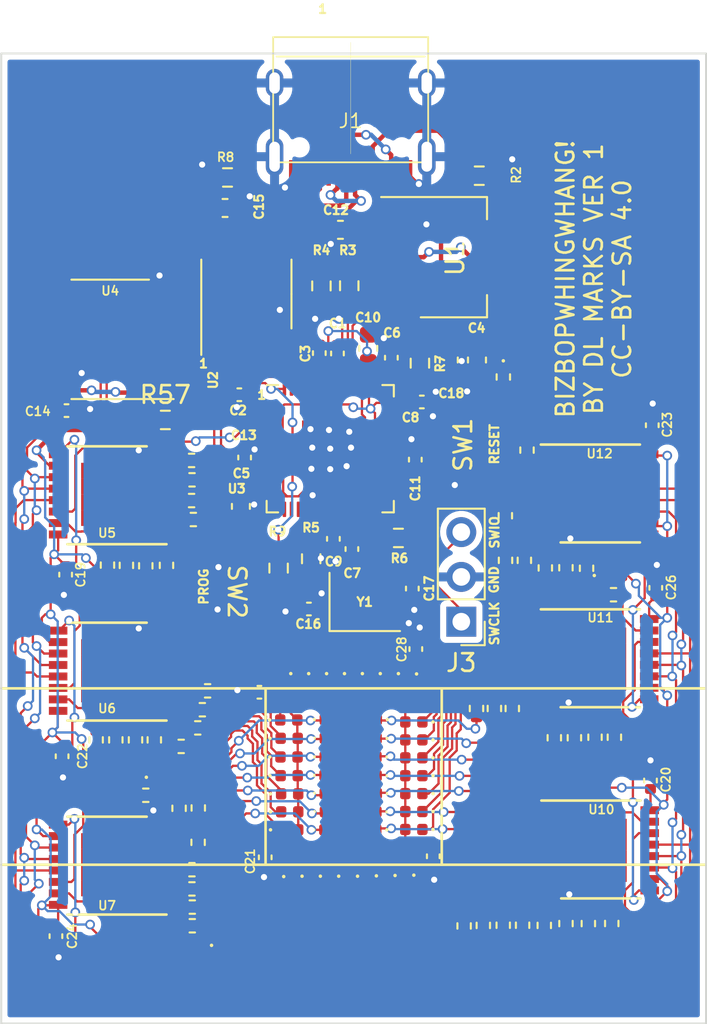
<source format=kicad_pcb>
(kicad_pcb (version 20211014) (generator pcbnew)
  (layers (0 "F.Cu" signal) (31 "B.Cu" signal) (34 "B.Paste" user) (35 "F.Paste" user) (36 "B.SilkS" user "B.Silkscreen") (37 "F.SilkS" user "F.Silkscreen") (38 "B.Mask" user) (39 "F.Mask" user) (44 "Edge.Cuts" user))
  (net 0 "")
  (net 1 "+3.3V")
  (net 2 "GND")
  (net 3 "+1V1")
  (net 4 "+5V")
  (net 5 "Net-(C16-Pad2)")
  (net 6 "Net-(C17-Pad2)")
  (net 7 "ADCVREF")
  (net 8 "GPIO0")
  (net 9 "GPIO1")
  (net 10 "GPIO2")
  (net 11 "GPIO3")
  (net 12 "GPIO4")
  (net 13 "GPIO5")
  (net 14 "GPIO6")
  (net 15 "GPIO7")
  (net 16 "GPIO8")
  (net 17 "GPIO9")
  (net 18 "GPIO10")
  (net 19 "GPIO11")
  (net 20 "GPIO12")
  (net 21 "GPIO13")
  (net 22 "GPIO14")
  (net 23 "GPIO15")
  (net 24 "GPIO16")
  (net 25 "GPIO17")
  (net 26 "GPIO18")
  (net 27 "GPIO19")
  (net 28 "GPIO20")
  (net 29 "GPIO21")
  (net 30 "GPIO22")
  (net 31 "RUN")
  (net 32 "GPIO26")
  (net 33 "GPIO27")
  (net 34 "GPIO28")
  (net 35 "GPIO29")
  (net 36 "USBP")
  (net 37 "USBM")
  (net 38 "Net-(R5-Pad2)")
  (net 39 "QSPISS")
  (net 40 "QSPISD1")
  (net 41 "QSPISD2")
  (net 42 "QSPISD0")
  (net 43 "QSPICLK")
  (net 44 "QSPISD3")
  (net 45 "GPIO23")
  (net 46 "GPIO24")
  (net 47 "GPIO25")
  (net 48 "Net-(R9-Pad2)")
  (net 51 "Net-(J1-PadA5)")
  (net 52 "Net-(J1-PadA6)")
  (net 53 "Net-(J1-PadA7)")
  (net 54 "Net-(J1-PadB5)")
  (net 55 "SCK")
  (net 56 "OE")
  (net 57 "RCLK")
  (net 58 "Net-(D1-Pad1)")
  (net 59 "Net-(R10-Pad2)")
  (net 60 "Net-(R11-Pad2)")
  (net 61 "Net-(R12-Pad2)")
  (net 62 "Net-(R13-Pad2)")
  (net 63 "Net-(R14-Pad2)")
  (net 64 "Net-(R15-Pad2)")
  (net 65 "Net-(R16-Pad2)")
  (net 66 "Net-(J3-Pad1)")
  (net 67 "Net-(J3-Pad3)")
  (net 68 "Net-(R1-Pad1)")
  (net 69 "Net-(U5-Pad9)")
  (net 70 "Net-(U6-Pad9)")
  (net 71 "Net-(U10-Pad14)")
  (net 72 "Net-(U10-Pad9)")
  (net 74 "Net-(U11-Pad9)")
  (net 75 "Net-(R10-Pad1)")
  (net 76 "Net-(R11-Pad1)")
  (net 77 "Net-(R12-Pad1)")
  (net 78 "Net-(R13-Pad1)")
  (net 79 "Net-(R14-Pad1)")
  (net 80 "Net-(R15-Pad1)")
  (net 81 "Net-(R16-Pad1)")
  (net 82 "Net-(D9-Pad1)")
  (net 83 "Net-(D10-Pad1)")
  (net 84 "Net-(D11-Pad1)")
  (net 85 "Net-(D12-Pad1)")
  (net 86 "Net-(D13-Pad1)")
  (net 87 "Net-(D14-Pad1)")
  (net 88 "Net-(D15-Pad1)")
  (net 89 "Net-(D16-Pad1)")
  (net 90 "Net-(U6-Pad15)")
  (net 91 "Net-(U6-Pad1)")
  (net 92 "Net-(U6-Pad2)")
  (net 93 "Net-(U6-Pad3)")
  (net 94 "Net-(U6-Pad4)")
  (net 95 "Net-(U6-Pad5)")
  (net 96 "Net-(U6-Pad6)")
  (net 97 "Net-(U6-Pad7)")
  (net 98 "Net-(D17-Pad1)")
  (net 99 "Net-(D18-Pad1)")
  (net 100 "Net-(D19-Pad1)")
  (net 101 "Net-(D20-Pad1)")
  (net 102 "Net-(D21-Pad1)")
  (net 103 "Net-(D22-Pad1)")
  (net 104 "Net-(D23-Pad1)")
  (net 105 "Net-(D24-Pad1)")
  (net 106 "Net-(U7-Pad15)")
  (net 107 "Net-(U7-Pad1)")
  (net 108 "Net-(U7-Pad2)")
  (net 109 "Net-(U7-Pad3)")
  (net 110 "Net-(U7-Pad4)")
  (net 111 "Net-(U7-Pad5)")
  (net 112 "Net-(U7-Pad6)")
  (net 113 "Net-(U7-Pad7)")
  (net 114 "Net-(D25-Pad1)")
  (net 115 "Net-(D26-Pad1)")
  (net 116 "Net-(D27-Pad1)")
  (net 117 "Net-(D28-Pad1)")
  (net 118 "Net-(D29-Pad1)")
  (net 119 "Net-(D30-Pad1)")
  (net 120 "Net-(D31-Pad1)")
  (net 121 "Net-(D32-Pad1)")
  (net 122 "Net-(U10-Pad15)")
  (net 123 "Net-(U10-Pad1)")
  (net 124 "Net-(U10-Pad2)")
  (net 125 "Net-(U10-Pad3)")
  (net 126 "Net-(U10-Pad4)")
  (net 127 "Net-(U10-Pad5)")
  (net 128 "Net-(U10-Pad6)")
  (net 129 "Net-(U10-Pad7)")
  (net 130 "Net-(D33-Pad1)")
  (net 131 "Net-(D34-Pad1)")
  (net 132 "Net-(D35-Pad1)")
  (net 133 "Net-(D36-Pad1)")
  (net 134 "Net-(D37-Pad1)")
  (net 135 "Net-(D38-Pad1)")
  (net 136 "Net-(D39-Pad1)")
  (net 137 "Net-(D40-Pad1)")
  (net 138 "Net-(U12-Pad15)")
  (net 139 "Net-(U12-Pad1)")
  (net 140 "Net-(U12-Pad2)")
  (net 141 "Net-(U12-Pad3)")
  (net 142 "Net-(U12-Pad4)")
  (net 143 "Net-(U12-Pad5)")
  (net 144 "Net-(U12-Pad6)")
  (net 145 "Net-(U12-Pad7)")
  (net 146 "Net-(D41-Pad1)")
  (net 147 "Net-(D42-Pad1)")
  (net 148 "Net-(D43-Pad1)")
  (net 149 "Net-(D44-Pad1)")
  (net 150 "Net-(D45-Pad1)")
  (net 151 "Net-(D46-Pad1)")
  (net 152 "Net-(D47-Pad1)")
  (net 153 "Net-(D48-Pad1)")
  (net 154 "Net-(U11-Pad15)")
  (net 155 "Net-(U11-Pad1)")
  (net 156 "Net-(U11-Pad2)")
  (net 157 "Net-(U11-Pad3)")
  (net 158 "Net-(U11-Pad4)")
  (net 159 "Net-(U11-Pad5)")
  (net 160 "Net-(U11-Pad6)")
  (net 161 "Net-(U11-Pad7)")
  (footprint "Package_SO:TSSOP-16-1EP_4.4x5mm_P0.65mm" (layer "F.Cu") (at 136 108 180)
    (fp_text reference "U5")
    (fp_text value "74HC595")
  )
  (footprint "Resistor_SMD:R_0402_1005Metric" (layer "F.Cu") (at 138.684 121.92 -90)
    (fp_text reference "R20" hide)
    (fp_text value "1k")
  )
  (footprint "Resistor_SMD:R_0402_1005Metric" (layer "F.Cu") (at 158.62 111.74 -90)
    (fp_text reference "R44" hide)
    (fp_text value "1k")
  )
  (footprint "Crystal:Crystal_SMD_3225-4Pin_3.2x2.5mm" (layer "F.Cu") (at 150.63 114.1)
    (fp_text reference "Y1")
    (fp_text value "12 MHz")
  )
  (footprint "Capacitor_SMD:C_0402_1005Metric" (layer "F.Cu") (at 143.81 105.91 90)
    (fp_text reference "C13")
    (fp_text value "100 nF")
  )
  (footprint "LED_SMD:LED_0402_1005Metric" (layer "F.Cu") (at 146.37 126)
    (fp_text reference "D11" hide)
    (fp_text value "LED")
  )
  (footprint "LED_SMD:LED_0402_1005Metric" (layer "F.Cu") (at 152.54 119.253 -90)
    (fp_text reference "D7" hide)
    (fp_text value "LED")
  )
  (footprint "LED_SMD:LED_0402_1005Metric" (layer "F.Cu") (at 150.8 127.02 180)
    (fp_text reference "D48" hide)
    (fp_text value "LED")
  )
  (footprint "LED_SMD:LED_0402_1005Metric" (layer "F.Cu") (at 148.83 123.93)
    (fp_text reference "D21" hide)
    (fp_text value "LED")
  )
  (footprint "LED_SMD:LED_0402_1005Metric" (layer "F.Cu") (at 150.22 128.56 90)
    (fp_text reference "D28" hide)
    (fp_text value "LED")
  )
  (footprint "LED_SMD:LED_0402_1005Metric" (layer "F.Cu") (at 148.463 119.253 -90)
    (fp_text reference "D3" hide)
    (fp_text value "LED")
  )
  (footprint "Package_SO:TSSOP-16-1EP_4.4x5mm_P0.65mm" (layer "F.Cu") (at 164 117.3425)
    (fp_text reference "U11")
    (fp_text value "74HC595")
  )
  (footprint "Package_SO:TSSOP-16-1EP_4.4x5mm_P0.65mm" (layer "F.Cu") (at 136 118 180)
    (fp_text reference "U6")
    (fp_text value "74HC595")
  )
  (footprint "Resistor_SMD:R_0402_1005Metric" (layer "F.Cu") (at 140.84 132.46)
    (fp_text reference "R25" hide)
    (fp_text value "1k")
  )
  (footprint "Resistor_SMD:R_0402_1005Metric" (layer "F.Cu") (at 156.972 120.14 -90)
    (fp_text reference "R50" hide)
    (fp_text value "1k")
  )
  (footprint "LED_SMD:LED_0402_1005Metric" (layer "F.Cu") (at 153.416 123.952 180)
    (fp_text reference "D37" hide)
    (fp_text value "LED")
  )
  (footprint "Capacitor_SMD:C_0402_1005Metric" (layer "F.Cu") (at 166.85 124.225 90)
    (fp_text reference "C20")
    (fp_text value "100 nF")
  )
  (footprint "LED_SMD:LED_0402_1005Metric" (layer "F.Cu") (at 140.8425 133.57 180)
    (fp_text reference "D17" hide)
    (fp_text value "LED")
  )
  (footprint "Resistor_SMD:R_0402_1005Metric" (layer "F.Cu") (at 161.39 121.8 -90)
    (fp_text reference "R53" hide)
    (fp_text value "1k")
  )
  (footprint "Resistor_SMD:R_0603_1608Metric_Pad0.98x0.95mm_HandSolder" (layer "F.Cu") (at 145.74 112.18 -90)
    (fp_text reference "R9")
    (fp_text value "1k")
  )
  (footprint "Capacitor_SMD:C_0402_1005Metric" (layer "F.Cu") (at 144.65 119.22 180)
    (fp_text reference "C27" hide)
    (fp_text value "100 nF")
  )
  (footprint "Capacitor_SMD:C_0603_1608Metric" (layer "F.Cu") (at 149.25 93 180)
    (fp_text reference "C12")
    (fp_text value "2.2 uF")
  )
  (footprint "LED_SMD:LED_0402_1005Metric" (layer "F.Cu") (at 147.447 119.253 -90)
    (fp_text reference "D2" hide)
    (fp_text value "LED")
  )
  (footprint "Resistor_SMD:R_0402_1005Metric" (layer "F.Cu") (at 141.17 127.73 90)
    (fp_text reference "R29" hide)
    (fp_text value "1k")
  )
  (footprint "Resistor_SMD:R_0402_1005Metric" (layer "F.Cu") (at 139.375 112.025 -90)
    (fp_text reference "R12" hide)
    (fp_text value "1k")
  )
  (footprint "LED_SMD:LED_0402_1005Metric" (layer "F.Cu") (at 148.82 127.02)
    (fp_text reference "D18" hide)
    (fp_text value "LED")
  )
  (footprint "LED_SMD:LED_0402_1005Metric" (layer "F.Cu") (at 164.75 112.6)
    (fp_text reference "D41" hide)
    (fp_text value "LED")
  )
  (footprint "LED_SMD:LED_0402_1005Metric" (layer "F.Cu") (at 153.416 128.501 90)
    (fp_text reference "D25" hide)
    (fp_text value "LED")
  )
  (footprint "LED_SMD:LED_0402_1005Metric" (layer "F.Cu") (at 153.57 119.27 -90)
    (fp_text reference "D8" hide)
    (fp_text value "LED")
  )
  (footprint "Resistor_SMD:R_0402_1005Metric" (layer "F.Cu") (at 141.41 120.21)
    (fp_text reference "R23" hide)
    (fp_text value "1k")
  )
  (footprint "Resistor_SMD:R_0603_1608Metric_Pad0.98x0.95mm_HandSolder" (layer "F.Cu") (at 149.75 96.17 90)
    (fp_text reference "R3")
    (fp_text value "22R")
  )
  (footprint "Capacitor_SMD:C_0402_1005Metric" (layer "F.Cu") (at 149.08 100.01 90)
    (fp_text reference "C1")
    (fp_text value "100 nF")
  )
  (footprint "Resistor_SMD:R_0402_1005Metric" (layer "F.Cu") (at 158.49 132.43 -90)
    (fp_text reference "R35" hide)
    (fp_text value "1k")
  )
  (footprint "Capacitor_SMD:C_0402_1005Metric" (layer "F.Cu") (at 167.15 113.3 90)
    (fp_text reference "C26")
    (fp_text value "100 nF")
  )
  (footprint "Capacitor_SMD:C_0603_1608Metric" (layer "F.Cu") (at 150.83 99.72 90)
    (fp_text reference "C10")
    (fp_text value "2.2 uF")
  )
  (footprint "LED_SMD:LED_0402_1005Metric" (layer "F.Cu") (at 146.34 121.83)
    (fp_text reference "D15" hide)
    (fp_text value "LED")
  )
  (footprint "LED_SMD:LED_0402_1005Metric" (layer "F.Cu") (at 151.511 119.253 -90)
    (fp_text reference "D6" hide)
    (fp_text value "LED")
  )
  (footprint "Resistor_SMD:R_0402_1005Metric" (layer "F.Cu") (at 158.496 101.344 90)
    (fp_text reference "R41" hide)
    (fp_text value "1k")
  )
  (footprint "Resistor_SMD:R_0402_1005Metric" (layer "F.Cu") (at 163.322 132.336 -90)
    (fp_text reference "R39" hide)
    (fp_text value "1k")
  )
  (footprint "Resistor_SMD:R_0603_1608Metric_Pad0.98x0.95mm_HandSolder" (layer "F.Cu") (at 152.54 110.47)
    (fp_text reference "R6")
    (fp_text value "10k")
  )
  (footprint "Resistor_SMD:R_0402_1005Metric" (layer "F.Cu") (at 140.09 125.8 90)
    (fp_text reference "R31" hide)
    (fp_text value "1k")
  )
  (footprint "LED_SMD:LED_0402_1005Metric" (layer "F.Cu") (at 150.495 119.253 -90)
    (fp_text reference "D5" hide)
    (fp_text value "LED")
  )
  (footprint "LED_SMD:LED_0402_1005Metric" (layer "F.Cu") (at 150.83 124.96 180)
    (fp_text reference "D46" hide)
    (fp_text value "LED")
  )
  (footprint "LED_SMD:LED_0402_1005Metric" (layer "F.Cu") (at 150.81 122.89 180)
    (fp_text reference "D44" hide)
    (fp_text value "LED")
  )
  (footprint "LED_SMD:LED_0402_1005Metric" (layer "F.Cu") (at 146.37 127.02)
    (fp_text reference "D10" hide)
    (fp_text value "LED")
  )
  (footprint "Package_SO:TSSOP-20_4.4x6.5mm_P0.65mm" (layer "F.Cu") (at 136.18 99.21 180)
    (fp_text reference "U4")
    (fp_text value "74HC245")
  )
  (footprint "LED_SMD:LED_0402_1005Metric" (layer "F.Cu") (at 146.3175 120.79)
    (fp_text reference "D16" hide)
    (fp_text value "LED")
  )
  (footprint "Resistor_SMD:R_0402_1005Metric" (layer "F.Cu") (at 163.7 121.77 -90)
    (fp_text reference "R55" hide)
    (fp_text value "1k")
  )
  (footprint "LED_SMD:LED_0402_1005Metric" (layer "F.Cu") (at 153.416 121.92 180)
    (fp_text reference "D35" hide)
    (fp_text value "LED")
  )
  (footprint "Package_TO_SOT_SMD:SOT-223-3_TabPin2" (layer "F.Cu") (at 155.66 94.55)
    (fp_text reference "U1")
    (fp_text value "AMS1117-3.3")
  )
  (footprint "Resistor_SMD:R_0603_1608Metric_Pad0.98x0.95mm_HandSolder" (layer "F.Cu") (at 157.13 89.93 180)
    (fp_text reference "R2")
    (fp_text value "5k1")
  )
  (footprint "Connector_PinHeader_2.54mm:PinHeader_1x03_P2.54mm_Vertical" (layer "F.Cu") (at 156.11 115.22 180)
    (fp_text reference "J3")
    (fp_text value "Conn_01x03")
  )
  (footprint "Package_SO:TSSOP-16-1EP_4.4x5mm_P0.65mm" (layer "F.Cu") (at 164 108)
    (fp_text reference "U12")
    (fp_text value "74HC595")
  )
  (footprint "LED_SMD:LED_0402_1005Metric" (layer "F.Cu") (at 153.416 125.984 180)
    (fp_text reference "D39" hide)
    (fp_text value "LED")
  )
  (footprint "Capacitor_SMD:C_0603_1608Metric" (layer "F.Cu") (at 157 100.38 -90)
    (fp_text reference "C4")
    (fp_text value "2.2 uF")
  )
  (footprint "Resistor_SMD:R_0402_1005Metric" (layer "F.Cu") (at 163.22 112.19 -90)
    (fp_text reference "R48" hide)
    (fp_text value "1k")
  )
  (footprint "Capacitor_SMD:C_0402_1005Metric" (layer "F.Cu") (at 133.65 112.55 -90)
    (fp_text reference "C19")
    (fp_text value "100 nF")
  )
  (footprint "LED_SMD:LED_0402_1005Metric" (layer "F.Cu") (at 153.416 120.904 180)
    (fp_text reference "D34" hide)
    (fp_text value "LED")
  )
  (footprint "Resistor_SMD:R_0402_1005Metric" (layer "F.Cu") (at 140.84 131.4)
    (fp_text reference "R26" hide)
    (fp_text value "1k")
  )
  (footprint "Resistor_SMD:R_0402_1005Metric" (layer "F.Cu") (at 159.004 120.142 -90)
    (fp_text reference "R52" hide)
    (fp_text value "1k")
  )
  (footprint "Resistor_SMD:R_0402_1005Metric" (layer "F.Cu") (at 138.2 112.05 -90)
    (fp_text reference "R11" hide)
    (fp_text value "1k")
  )
  (footprint "Resistor_SMD:R_0402_1005Metric" (layer "F.Cu") (at 136.025 112.01 -90)
    (fp_text reference "R1" hide)
    (fp_text value "1k")
  )
  (footprint "Resistor_SMD:R_0402_1005Metric" (layer "F.Cu") (at 137.1 112.025 -90)
    (fp_text reference "R10" hide)
    (fp_text value "1k")
  )
  (footprint "LED_SMD:LED_0402_1005Metric" (layer "F.Cu") (at 148.84 122.89)
    (fp_text reference "D22" hide)
    (fp_text value "LED")
  )
  (footprint "Resistor_SMD:R_0603_1608Metric_Pad0.98x0.95mm_HandSolder" (layer "F.Cu") (at 153.76 100.56 -90)
    (fp_text reference "R7")
    (fp_text value "200R")
  )
  (footprint "Resistor_SMD:R_0402_1005Metric" (layer "F.Cu") (at 140.9 109.425)
    (fp_text reference "R13" hide)
    (fp_text value "1k")
  )
  (footprint "Capacitor_SMD:C_0402_1005Metric" (layer "F.Cu") (at 154.52 128.52 -90)
    (fp_text reference "C25" hide)
    (fp_text value "100 nF")
  )
  (footprint "LED_SMD:LED_0402_1005Metric" (layer "F.Cu") (at 146.33 122.89)
    (fp_text reference "D14" hide)
    (fp_text value "LED")
  )
  (footprint "LED_SMD:LED_0402_1005Metric" (layer "F.Cu") (at 150.83 120.77 180)
    (fp_text reference "D42" hide)
    (fp_text value "LED")
  )
  (footprint "Resistor_SMD:R_0402_1005Metric" (layer "F.Cu") (at 140.8 106.075)
    (fp_text reference "R16" hide)
    (fp_text value "1k")
  )
  (footprint "Resistor_SMD:R_0402_1005Metric" (layer "F.Cu") (at 164.8 121.77 -90)
    (fp_text reference "R56" hide)
    (fp_text value "1k")
  )
  (footprint "Resistor_SMD:R_0402_1005Metric" (layer "F.Cu") (at 162.052 132.336 -90)
    (fp_text reference "R38" hide)
    (fp_text value "1k")
  )
  (footprint "Resistor_SMD:R_0603_1608Metric_Pad0.98x0.95mm_HandSolder" (layer "F.Cu") (at 147.59 111.65 90)
    (fp_text reference "R5")
    (fp_text value "1k")
  )
  (footprint "Resistor_SMD:R_0402_1005Metric" (layer "F.Cu") (at 136.4996 121.92 -90)
    (fp_text reference "R18" hide)
    (fp_text value "1k")
  )
  (footprint "LED_SMD:LED_0402_1005Metric" (layer "F.Cu") (at 148.85 126)
    (fp_text reference "D19" hide)
    (fp_text value "LED")
  )
  (footprint "BizBopWhingWhang:K2-1808UN" (layer "F.Cu") (at 156.21 105.39 90)
    (fp_text reference "SW1")
    (fp_text value "SW_Push")
  )
  (footprint "Resistor_SMD:R_0402_1005Metric" (layer "F.Cu") (at 140.21 122.29)
    (fp_text reference "R21" hide)
    (fp_text value "1k")
  )
  (footprint "Resistor_SMD:R_0402_1005Metric" (layer "F.Cu") (at 140.8 108.35)
    (fp_text reference "R14" hide)
    (fp_text value "1k")
  )
  (footprint "LED_SMD:LED_0402_1005Metric" (layer "F.Cu") (at 152.35 128.52 90)
    (fp_text reference "D26" hide)
    (fp_text value "LED")
  )
  (footprint "Resistor_SMD:R_0603_1608Metric_Pad0.98x0.95mm_HandSolder" (layer "F.Cu") (at 139.31 103.78)
    (fp_text reference "R57")
    (fp_text value "10k")
  )
  (footprint "LED_SMD:LED_0402_1005Metric" (layer "F.Cu") (at 146.03 128.58 90)
    (fp_text reference "D32" hide)
    (fp_text value "LED")
  )
  (footprint "Package_SO:TSSOP-16-1EP_4.4x5mm_P0.65mm" (layer "F.Cu") (at 164.03 128.185)
    (fp_text reference "U10")
    (fp_text value "74HC595")
  )
  (footprint "Capacitor_SMD:C_0402_1005Metric" (layer "F.Cu") (at 153.87 102.76)
    (fp_text reference "C8")
    (fp_text value "100 nF")
  )
  (footprint "LED_SMD:LED_0402_1005Metric" (layer "F.Cu") (at 148.844 121.83)
    (fp_text reference "D23" hide)
    (fp_text value "LED")
  )
  (footprint "Capacitor_SMD:C_0402_1005Metric" (layer "F.Cu") (at 144.98 128.58 -90)
    (fp_text reference "C21")
    (fp_text value "100 nF")
  )
  (footprint "Resistor_SMD:R_0402_1005Metric" (layer "F.Cu") (at 141.15 121.24)
    (fp_text reference "R22" hide)
    (fp_text value "1k")
  )
  (footprint "Resistor_SMD:R_0402_1005Metric" (layer "F.Cu") (at 160.82 132.44 -90)
    (fp_text reference "R37" hide)
    (fp_text value "1k")
  )
  (footprint "Capacitor_SMD:C_0603_1608Metric" (layer "F.Cu") (at 142.7 91.76)
    (fp_text reference "C15")
    (fp_text value "2.2 uF")
  )
  (footprint "Resistor_SMD:R_0402_1005Metric" (layer "F.Cu") (at 159.59 132.43 -90)
    (fp_text reference "R36" hide)
    (fp_text value "1k")
  )
  (footprint "Capacitor_SMD:C_0603_1608Metric" (layer "F.Cu") (at 155.4 100.38 -90)
    (fp_text reference "C18")
    (fp_text value "2.2 uF")
  )
  (footprint "Capacitor_SMD:C_0402_1005Metric" (layer "F.Cu") (at 133.1 133.05 -90)
    (fp_text reference "C24")
    (fp_text value "100 nF")
  )
  (footprint "LED_SMD:LED_0402_1005Metric" (layer "F.Cu") (at 153.416 127 180)
    (fp_text reference "D40" hide)
    (fp_text value "LED")
  )
  (footprint "BizBopWhingWhang:SOIC-8_3.9x4.9mm_P1.27mm_mod" (layer "F.Cu") (at 143.91 96.64 90)
    (fp_text reference "U2")
    (fp_text value "W25Q128JVSIQ")
  )
  (footprint "LED_SMD:LED_0402_1005Metric" (layer "F.Cu") (at 150.82 121.84 180)
    (fp_text reference "D43" hide)
    (fp_text value "LED")
  )
  (footprint "Resistor_SMD:R_0603_1608Metric_Pad0.98x0.95mm_HandSolder" (layer "F.Cu") (at 148.17 96.18 -90)
    (fp_text reference "R4")
    (fp_text value "22R")
  )
  (footprint "Resistor_SMD:R_0402_1005Metric" (layer "F.Cu") (at 162.53 121.8 -90)
    (fp_text reference "R54" hide)
    (fp_text value "1k")
  )
  (footprint "Capacitor_SMD:C_0402_1005Metric" (layer "F.Cu") (at 166.95 104.08 90)
    (fp_text reference "C23")
    (fp_text value "100 nF")
  )
  (footprint "Resistor_SMD:R_0402_1005Metric" (layer "F.Cu") (at 140.82 130.37)
    (fp_text reference "R27" hide)
    (fp_text value "1k")
  )
  (footprint "Capacitor_SMD:C_0402_1005Metric" (layer "F.Cu") (at 147.46 114.5)
    (fp_text reference "C16")
    (fp_text value "22 pF")
  )
  (footprint "LED_SMD:LED_0402_1005Metric" (layer "F.Cu") (at 150.82 123.95 180)
    (fp_text reference "D45" hide)
    (fp_text value "LED")
  )
  (footprint "Package_SO:TSSOP-16-1EP_4.4x5mm_P0.65mm" (layer "F.Cu") (at 136 129 180)
    (fp_text reference "U7")
    (fp_text value "74HC595")
  )
  (footprint "Package_DFN_QFN:QFN-56-1EP_7x7mm_P0.4mm_EP3.2x3.2mm" (layer "F.Cu") (at 148.67 105.41)
    (fp_text reference "U3")
    (fp_text value "RP2040")
  )
  (footprint "LED_SMD:LED_0402_1005Metric" (layer "F.Cu") (at 146.431 119.253 -90)
    (fp_text reference "D1" hide)
    (fp_text value "LED")
  )
  (footprint "Resistor_SMD:R_0402_1005Metric" (layer "F.Cu") (at 140.825 107.175)
    (fp_text reference "R15" hide)
    (fp_text value "1k")
  )
  (footprint "Resistor_SMD:R_0402_1005Metric" (layer "F.Cu") (at 157.36 132.44 -90)
    (fp_text reference "R34" hide)
    (fp_text value "1k")
  )
  (footprint "LED_SMD:LED_0402_1005Metric" (layer "F.Cu") (at 148.844 120.77)
    (fp_text reference "D24" hide)
    (fp_text value "LED")
  )
  (footprint "Capacitor_SMD:C_0402_1005Metric" (layer "F.Cu") (at 143.51 102.35 180)
    (fp_text reference "C2")
    (fp_text value "100 nF")
  )
  (footprint "Resistor_SMD:R_0402_1005Metric" (layer "F.Cu") (at 159.69 111.74 -90)
    (fp_text reference "R45" hide)
    (fp_text value "1k")
  )
  (footprint "Resistor_SMD:R_0402_1005Metric" (layer "F.Cu") (at 160.88 112.17 -90)
    (fp_text reference "R46" hide)
    (fp_text value "1k")
  )
  (footprint "BizBopWhingWhang:K2-1808UN" (layer "F.Cu") (at 143.375 113.32 -90)
    (fp_text reference "SW2")
    (fp_text value "SW_Push")
  )
  (footprint "LED_SMD:LED_0402_1005Metric" (layer "F.Cu") (at 149.479 119.253 -90)
    (fp_text reference "D4" hide)
    (fp_text value "LED")
  )
  (footprint "LED_SMD:LED_0402_1005Metric" (layer "F.Cu") (at 148.84 124.96)
    (fp_text reference "D20" hide)
    (fp_text value "LED")
  )
  (footprint "Capacitor_SMD:C_0402_1005Metric" (layer "F.Cu") (at 133.7 103.25)
    (fp_text reference "C14")
    (fp_text value "100 nF")
  )
  (footprint "Resistor_SMD:R_0402_1005Metric" (layer "F.Cu") (at 141.18 125.78 90)
    (fp_text reference "R30" hide)
    (fp_text value "1k")
  )
  (footprint "LED_SMD:LED_0402_1005Metric" (layer "F.Cu") (at 146.3675 124.98)
    (fp_text reference "D12" hide)
    (fp_text value "LED")
  )
  (footprint "BizBopWhingWhang:TYPE-C-31-M-12" (layer "F.Cu") (at 149.83 84.6725 180)
    (fp_text reference "J1")
    (fp_text value "USB_C_Receptacle_USB2.0-Connector")
  )
  (footprint "Capacitor_SMD:C_0402_1005Metric" (layer "F.Cu") (at 148.05 99.99 90)
    (fp_text reference "C3")
    (fp_text value "100 nF")
  )
  (footprint "Resistor_SMD:R_0603_1608Metric_Pad0.98x0.95mm_HandSolder" (layer "F.Cu") (at 142.84 90.03 180)
    (fp_text reference "R8")
    (fp_text value "5k1")
  )
  (footprint "LED_SMD:LED_0402_1005Metric" (layer "F.Cu") (at 153.416 124.968 180)
    (fp_text reference "D38" hide)
    (fp_text value "LED")
  )
  (footprint "Capacitor_SMD:C_0402_1005Metric" (layer "F.Cu") (at 148.85 110.52 -90)
    (fp_text reference "C9")
    (fp_text value "100 nF")
  )
  (footprint "Resistor_SMD:R_0402_1005Metric" (layer "F.Cu") (at 141.71 119.14)
    (fp_text reference "R24" hide)
    (fp_text value "1k")
  )
  (footprint "Resistor_SMD:R_0402_1005Metric" (layer "F.Cu") (at 135.382 121.92 -90)
    (fp_text reference "R17" hide)
    (fp_text value "1k")
  )
  (footprint "LED_SMD:LED_0402_1005Metric" (layer "F.Cu") (at 149.15 128.56 90)
    (fp_text reference "D29" hide)
    (fp_text value "LED")
  )
  (footprint "Resistor_SMD:R_0402_1005Metric" (layer "F.Cu") (at 158.61 109.21 -90)
    (fp_text reference "R43" hide)
    (fp_text value "1k")
  )
  (footprint "LED_SMD:LED_0402_1005Metric" (layer "F.Cu") (at 148.11 128.56 90)
    (fp_text reference "D30" hide)
    (fp_text value "LED")
  )
  (footprint "Resistor_SMD:R_0402_1005Metric" (layer "F.Cu") (at 157.988 120.14 -90)
    (fp_text reference "R51" hide)
    (fp_text value "1k")
  )
  (footprint "Capacitor_SMD:C_0603_1608Metric" (layer "F.Cu") (at 143.6 108.68 90)
    (fp_text reference "C5")
    (fp_text value "2.2 uF")
  )
  (footprint "LED_SMD:LED_0402_1005Metric" (layer "F.Cu") (at 137.1425 124.04 180)
    (fp_text reference "D9" hide)
    (fp_text value "LED")
  )
  (footprint "LED_SMD:LED_0402_1005Metric" (layer "F.Cu") (at 151.29 128.54 90)
    (fp_text reference "D27" hide)
    (fp_text value "LED")
  )
  (footprint "Resistor_SMD:R_0402_1005Metric" (layer "F.Cu") (at 140.82 129.28)
    (fp_text reference "R28" hide)
    (fp_text value "1k")
  )
  (footprint "Capacitor_SMD:C_0402_1005Metric" (layer "F.Cu") (at 153.53 116.77 90)
    (fp_text reference "C28")
    (fp_text value "100 nF")
  )
  (footprint "Resistor_SMD:R_0402_1005Metric" (layer "F.Cu") (at 162.05 112.16 -90)
    (fp_text reference "R47" hide)
    (fp_text value "1k")
  )
  (footprint "Capacitor_SMD:C_0402_1005Metric" (layer "F.Cu") (at 133.45 122.85 -90)
    (fp_text reference "C22")
    (fp_text value "100 nF")
  )
  (footprint "Resistor_SMD:R_0402_1005Metric" (layer "F.Cu") (at 164.65 132.332 -90)
    (fp_text reference "R40" hide)
    (fp_text value "1k")
  )
  (footprint "Resistor_SMD:R_0402_1005Metric" (layer "F.Cu") (at 138.2 125.06)
    (fp_text reference "R32" hide)
    (fp_text value "1k")
  )
  (footprint "Resistor_SMD:R_0402_1005Metric" (layer "F.Cu") (at 164.75 113.69 180)
    (fp_text reference "R49" hide)
    (fp_text value "1k")
  )
  (footprint "LED_SMD:LED_0402_1005Metric" (layer "F.Cu") (at 147.07 128.56 90)
    (fp_text reference "D31" hide)
    (fp_text value "LED")
  )
  (footprint "LED_SMD:LED_0402_1005Metric" (layer "F.Cu") (at 153.416 122.936 180)
    (fp_text reference "D36" hide)
    (fp_text value "LED")
  )
  (footprint "Capacitor_SMD:C_0402_1005Metric" (layer "F.Cu") (at 153.5 106.03 90)
    (fp_text reference "C11")
    (fp_text value "100 nF")
  )
  (footprint "LED_SMD:LED_0402_1005Metric" (layer "F.Cu") (at 158.496 99.337 90)
    (fp_text reference "D33" hide)
    (fp_text value "LED")
  )
  (footprint "Capacitor_SMD:C_0402_1005Metric" (layer "F.Cu") (at 153.33 113.34 90)
    (fp_text reference "C17")
    (fp_text value "22 pF")
  )
  (footprint "Resistor_SMD:R_0402_1005Metric" (layer "F.Cu") (at 156.27 132.47 -90)
    (fp_text reference "R33" hide)
    (fp_text value "1k")
  )
  (footprint "Resistor_SMD:R_0402_1005Metric" (layer "F.Cu") (at 159.84 105.49 -90)
    (fp_text reference "R42" hide)
    (fp_text value "1k")
  )
  (footprint "Resistor_SMD:R_0402_1005Metric" (layer "F.Cu") (at 137.6172 121.92 -90)
    (fp_text reference "R19" hide)
    (fp_text value "1k")
  )
  (footprint "LED_SMD:LED_0402_1005Metric" (layer "F.Cu") (at 146.34 123.95)
    (fp_text reference "D13" hide)
    (fp_text value "LED")
  )
  (footprint "Capacitor_SMD:C_0402_1005Metric" (layer "F.Cu") (at 149.9 111.1 -90)
    (fp_text reference "C7")
    (fp_text value "100 nF")
  )
  (footprint "Capacitor_SMD:C_0402_1005Metric" (layer "F.Cu") (at 152.14 100.25 90)
    (fp_text reference "C6")
    (fp_text value "100 nF")
  )
  (footprint "LED_SMD:LED_0402_1005Metric" (layer "F.Cu") (at 150.81 126 180)
    (fp_text reference "D47" hide)
    (fp_text value "LED")
  )
  (gr_line (start 170 119) (end 130 119) (layer "F.SilkS") (width 0.15))
  (gr_line (start 155 119) (end 155 129) (layer "F.SilkS") (width 0.15))
  (gr_line (start 145 119) (end 145 129) (layer "F.SilkS") (width 0.15))
  (gr_line (start 170 129) (end 130 129) (layer "F.SilkS") (width 0.15))
  (gr_line (start 170 138) (end 130 138) (layer "Edge.Cuts") (width 0.1))
  (gr_line (start 170 83) (end 170 138) (layer "Edge.Cuts") (width 0.1))
  (gr_line (start 130 138) (end 130 83) (layer "Edge.Cuts") (width 0.1))
  (gr_line (start 130 83) (end 170 83) (layer "Edge.Cuts") (width 0.1))
  (gr_text "GND" (at 157.97 112.84 90) (layer "F.SilkS") (effects (font (size 0.5 0.5) (thickness 0.125))))
  (gr_text "1" (at 141.478 100.584) (layer "F.SilkS") (effects (font (size 0.5 0.5) (thickness 0.125))))
  (gr_text "SWIO" (at 158 110.15 90) (layer "F.SilkS") (effects (font (size 0.5 0.5) (thickness 0.125))))
  (gr_text "1" (at 144.78 102.362) (layer "F.SilkS") (effects (font (size 0.5 0.5) (thickness 0.125))))
  (gr_text "BIZBOPWHINGWHANG!\nBY DL MARKS VER 1\nCC-BY-SA 4.0" (at 163.63 95.79 90) (layer "F.SilkS") (effects (font (size 1 1))))
  (gr_text "RESET" (at 157.988 105.156 90) (layer "F.SilkS") (effects (font (size 0.5 0.5) (thickness 0.125))))
  (gr_text "PROG" (at 141.49 113.23 90) (layer "F.SilkS") (effects (font (size 0.5 0.5) (thickness 0.125))))
  (gr_text "SWCLK" (at 157.988 115.316 90) (layer "F.SilkS") (effects (font (size 0.5 0.5) (thickness 0.125))))
  (gr_text "1" (at 148.24 80.48) (layer "F.SilkS") (effects (font (size 0.5 0.5) (thickness 0.125))))
  (segment (start 132.5 114.8) (end 132.3 115) (width 0.13) (layer "F.Cu") (net 1))
  (segment (start 149.479 120.62) (end 149.329 120.77) (width 0.13) (layer "F.Cu") (net 1))
  (segment (start 147.07 128.075) (end 146.05 128.075) (width 0.13) (layer "F.Cu") (net 1))
  (segment (start 148.11 128.075) (end 147.07 128.075) (width 0.13) (layer "F.Cu") (net 1))
  (segment (start 152.931 122.936) (end 152.931 121.92) (width 0.13) (layer "F.Cu") (net 1))
  (segment (start 149.335 126) (end 149.335 124.97) (width 0.13) (layer "F.Cu") (net 1))
  (segment (start 150.335 121.84) (end 150.335 120.78) (width 0.13) (layer "F.Cu") (net 1))
  (segment (start 150.315 127.02) (end 149.305 127.02) (width 0.13) (layer "F.Cu") (net 1))
  (segment (start 152.931 127.454) (end 152.35 128.035) (width 0.13) (layer "F.Cu") (net 1))
  (segment (start 152.931 127) (end 152.931 125.984) (width 0.13) (layer "F.Cu") (net 1))
  (segment (start 146.825 124.9525) (end 146.8525 124.98) (width 0.13) (layer "F.Cu") (net 1))
  (segment (start 136.23 104.35) (end 133.15 104.35) (width 0.25) (layer "F.Cu") (net 1))
  (segment (start 148.3 107.53) (end 147.45 107.53) (width 0.13) (layer "F.Cu") (net 1))
  (segment (start 133.3525 102.1) (end 133.3175 102.135) (width 0.25) (layer "F.Cu") (net 1))
  (segment (start 167.8 115) (end 166.8425 115) (width 0.13) (layer "F.Cu") (net 1))
  (segment (start 167.41 129.81) (end 166.805 129.81) (width 0.13) (layer "F.Cu") (net 1))
  (segment (start 133.2 120.3) (end 133.225 120.275) (width 0.13) (layer "F.Cu") (net 1))
  (segment (start 150.335 122.9) (end 150.325 122.89) (width 0.13) (layer "F.Cu") (net 1))
  (segment (start 146.431 119.738) (end 146.431 120.4185) (width 0.13) (layer "F.Cu") (net 1))
  (segment (start 148.87 108.1) (end 148.3 107.53) (width 0.13) (layer "F.Cu") (net 1))
  (segment (start 153.65 117.25) (end 154.1 117.7) (width 0.13) (layer "F.Cu") (net 1))
  (segment (start 151.27 128.075) (end 151.29 128.055) (width 0.13) (layer "F.Cu") (net 1))
  (segment (start 145.13 119.22) (end 145.913 119.22) (width 0.13) (layer "F.Cu") (net 1))
  (segment (start 159.43 102.07) (end 159.43 99.6) (width 0.13) (layer "F.Cu") (net 1))
  (segment (start 149.068 102.9) (end 148.91 102.9) (width 0.13) (layer "F.Cu") (net 1))
  (segment (start 148.87 110.02) (end 148.85 110.04) (width 0.13) (layer "F.Cu") (net 1))
  (segment (start 133.225 111.175) (end 133.225 110.275) (width 0.13) (layer "F.Cu") (net 1))
  (segment (start 150.325 122.89) (end 150.325 121.85) (width 0.13) (layer "F.Cu") (net 1))
  (segment (start 150.335 120.78) (end 150.345 120.77) (width 0.13) (layer "F.Cu") (net 1))
  (segment (start 158.496 98.852) (end 158.81 98.538) (width 0.13) (layer "F.Cu") (net 1))
  (segment (start 146.825 123.95) (end 146.825 124.9525) (width 0.13) (layer "F.Cu") (net 1))
  (segment (start 133.45 122.05) (end 132.9 121.5) (width 0.13) (layer "F.Cu") (net 1))
  (segment (start 151.21 105.91) (end 151.71 106.41) (width 0.13) (layer "F.Cu") (net 1))
  (segment (start 148.87 102.86) (end 148.91 102.9) (width 0.13) (layer "F.Cu") (net 1))
  (segment (start 135.35 112.16) (end 134.8 111.61) (width 0.13) (layer "F.Cu") (net 1))
  (segment (start 132.3 131.3) (end 132.1 131.5) (width 0.13) (layer "F.Cu") (net 1))
  (segment (start 149.15 128.075) (end 149.15 127.175) (width 0.13) (layer "F.Cu") (net 1))
  (segment (start 150.025 93) (end 150.96 93) (width 0.25) (layer "F.Cu") (net 1))
  (segment (start 153.4 106.41) (end 153.5 106.51) (width 0.13) (layer "F.Cu") (net 1))
  (segment (start 132 127) (end 132.375 127.375) (width 0.13) (layer "F.Cu") (net 1))
  (segment (start 134.65 122.89) (end 134.65 121.96) (width 0.13) (layer "F.Cu") (net 1))
  (segment (start 142.005 91.84) (end 141.925 91.76) (width 0.13) (layer "F.Cu") (net 1))
  (segment (start 146.07 102.9) (end 145.97 103) (width 0.13) (layer "F.Cu") (net 1))
  (segment (start 146 106.73) (end 146 106.68) (width 0.13) (layer "F.Cu") (net 1))
  (segment (start 152.51 94.55) (end 151.4 94.55) (width 0.25) (layer "F.Cu") (net 1))
  (segment (start 132.1 131.5) (end 132.1 134.06) (width 0.13) (layer "F.Cu") (net 1))
  (segment (start 166.95 109.8) (end 166.775 109.625) (width 0.13) (layer "F.Cu") (net 1))
  (segment (start 156.64 94.55) (end 158.81 94.55) (width 0.25) (layer "F.Cu") (net 1))
  (segment (start 132.9 121.5) (end 133.2 121.2) (width 0.13) (layer "F.Cu") (net 1))
  (segment (start 134.65 121.96) (end 134.56 121.87) (width 0.13) (layer "F.Cu") (net 1))
  (segment (start 157.24 92) (end 157.24 88.61) (width 0.25) (layer "F.Cu") (net 1))
  (segment (start 136.6575 124.04) (end 135.8 124.04) (width 0.13) (layer "F.Cu") (net 1))
  (segment (start 151.21 105.91) (end 151.21 107.95) (width 0.13) (layer "F.Cu") (net 1))
  (segment (start 160.71 124.63) (end 165.22 124.63) (width 0.13) (layer "F.Cu") (net 1))
  (segment (start 133.15 104.35) (end 132 105.5) (width 0.25) (layer "F.Cu") (net 1))
  (segment (start 151.29 128.055) (end 152.33 128.055) (width 0.13) (layer "F.Cu") (net 1))
  (segment (start 139.81 113.98) (end 135.93 113.98) (width 0.13) (layer "F.Cu") (net 1))
  (segment (start 148.87 108.8475) (end 148.87 108.1) (width 0.13) (layer "F.Cu") (net 1))
  (segment (start 149.325 124.96) (end 149.325 123.94) (width 0.13) (layer "F.Cu") (net 1))
  (segment (start 145.73 102.81) (end 145.2325 102.81) (width 0.13) (layer "F.Cu") (net 1))
  (segment (start 146.8025 121.8075) (end 146.825 121.83) (width 0.13) (layer "F.Cu") (net 1))
  (segment (start 133.45 122.37) (end 133.45 122.05) (width 0.13) (layer "F.Cu") (net 1))
  (segment (start 146.855 126) (end 146.855 127.02) (width 0.13) (layer "F.Cu") (net 1))
  (segment (start 166.775 105.725) (end 166.775 104.735) (width 0.13) (layer "F.Cu") (net 1))
  (segment (start 167.6 125.5) (end 167.8 125.3) (width 0.13) (layer "F.Cu") (net 1))
  (segment (start 151.4 94.55) (end 151.1 94.85) (width 0.25) (layer "F.Cu") (net 1))
  (segment (start 165.56 112.6) (end 166.02 113.06) (width 0.13) (layer "F.Cu") (net 1))
  (segment (start 153.775 119.755) (end 153.57 119.755) (width 0.13) (layer "F.Cu") (net 1))
  (segment (start 145.916 118.966) (end 145.5 118.55) (width 0.13) (layer "F.Cu") (net 1))
  (segment (start 167.6 119.2) (end 167.6 119.1) (width 0.13) (layer "F.Cu") (net 1))
  (segment (start 154.1 117.7) (end 154.1 119.43) (width 0.13) (layer "F.Cu") (net 1))
  (segment (start 146.87 108.11) (end 146.22 108.11) (width 0.13) (layer "F.Cu") (net 1))
  (segment (start 167.8 115) (end 167.8 109.8) (width 0.13) (layer "F.Cu") (net 1))
  (segment (start 132.3 115) (end 132.3 115.94) (width 0.13) (layer "F.Cu") (net 1))
  (segment (start 137.5 95.24) (end 137.5 102.23) (width 0.25) (layer "F.Cu") (net 1))
  (segment (start 151.1 94.85) (end 151.1 97.96) (width 0.25) (layer "F.Cu") (net 1))
  (segment (start 150.325 121.85) (end 150.335 121.84) (width 0.13) (layer "F.Cu") (net 1))
  (segment (start 166.805 125.91) (end 167.29 125.91) (width 0.13) (layer "F.Cu") (net 1))
  (segment (start 144.36 102.35) (end 143.99 102.35) (width 0.13) (layer "F.Cu") (net 1))
  (segment (start 151.21 107.95) (end 153.4525 110.1925) (width 0.13) (layer "F.Cu") (net 1))
  (segment (start 150.315 127.02) (end 150.315 126.01) (width 0.13) (layer "F.Cu") (net 1))
  (segment (start 152.46 98.43) (end 152.87 98.84) (width 0.25) (layer "F.Cu") (net 1))
  (segment (start 146.22 108.11) (end 145.916482 108.11) (width 0.13) (layer "F.Cu") (net 1))
  (segment (start 132 105.5) (end 132 105.64) (width 0.13) (layer "F.Cu") (net 1))
  (segment (start 167.8 109.8) (end 166.95 109.8) (width 0.13) (layer "F.Cu") (net 1))
  (segment (start 132.3 131.3) (end 133.2 131.3) (width 0.13) (layer "F.Cu") (net 1))
  (segment (start 133.65 112.05) (end 133 111.4) (width 0.13) (layer "F.Cu") (net 1))
  (segment (start 133.3175 103.1525) (end 133.22 103.25) (width 0.13) (layer "F.Cu") (net 1))
  (segment (start 152.931 120.129) (end 152.54 119.738) (width 0.13) (layer "F.Cu") (net 1))
  (segment (start 153.57 119.755) (end 153.553 119.738) (width 0.13) (layer "F.Cu") (net 1))
  (segment (start 150.335 123.95) (end 150.335 122.9) (width 0.13) (layer "F.Cu") (net 1))
  (segment (start 144.985 128.095) (end 144.98 128.1) (width 0.13) (layer "F.Cu") (net 1))
  (segment (start 161.64 104.28) (end 159.43 102.07) (width 0.13) (layer "F.Cu") (net 1))
  (segment (start 136.52 102.23) (end 136.48 102.19) (width 0.25) (layer "F.Cu") (net 1))
  (segment (start 167.8 119.4) (end 167.6 119.2) (width 0.13) (layer "F.Cu") (net 1))
  (segment (start 140.54 114.71) (end 139.81 113.98) (width 0.13) (layer "F.Cu") (net 1))
  (segment (start 149.315 122.9) (end 149.325 122.89) (width 0.13) (layer "F.Cu") (net 1))
  (segment (start 132.9 121.5) (end 132 122.4) (width 0.13) (layer "F.Cu") (net 1))
  (segment (start 146.8525 124.98) (end 146.8525 125.9975) (width 0.13) (layer "F.Cu") (net 1))
  (segment (start 154.1 119.43) (end 153.775 119.755) (width 0.13) (layer "F.Cu") (net 1))
  (segment (start 166.775 115.0675) (end 166.775 114.155) (width 0.13) (layer "F.Cu") (net 1))
  (segment (start 167.29 125.91) (end 167.6 125.6) (width 0.13) (layer "F.Cu") (net 1))
  (segment (start 151.21 103.39) (end 151.21 105.91) (width 0.13) (layer "F.Cu") (net 1))
  (segment (start 166.85 124.705) (end 166.85 125.865) (width 0.13) (layer "F.Cu") (net 1))
  (segment (start 152.931 125.984) (end 152.931 124.968) (width 0.13) (layer "F.Cu") (net 1))
  (segment (start 150.96 103.14) (end 150.87 103.05) (width 0.13) (layer "F.Cu") (net 1))
  (segment (start 150.96 103.14) (end 151.29 102.81) (width 0.13) (layer "F.Cu") (net 1))
  (segment (start 166.67 104.28) (end 161.64 104.28) (width 0.13) (layer "F.Cu") (net 1))
  (segment (start 146.8025 120.79) (end 146.8025 121.8075) (width 0.13) (layer "F.Cu") (net 1))
  (segment (start 132.1 134.06) (end 134.3 136.26) (width 0.13) (layer "F.Cu") (net 1))
  (segment (start 132.375 127.375) (end 133.225 127.375) (width 0.13) (layer "F.Cu") (net 1))
  (segment (start 133.3175 102.135) (end 133.3175 103.1525) (width 0.13) (layer "F.Cu") (net 1))
  (segment (start 150.345 123.96) (end 150.335 123.95) (width 0.13) (layer "F.Cu") (net 1))
  (segment (start 149.15 127.175) (end 149.305 127.02) (width 0.13) (layer "F.Cu") (net 1))
  (segment (start 132 105.64) (end 132.735 106.375) (width 0.13) (layer "F.Cu") (net 1))
  (segment (start 149.82 102.9) (end 149.068 102.9) (width 0.13) (layer "F.Cu") (net 1))
  (segment (start 147.447 119.738) (end 148.463 119.738) (width 0.13) (layer "F.Cu") (net 1))
  (segment (start 135.12 102.1) (end 133.3525 102.1) (width 0.25) (layer "F.Cu") (net 1))
  (segment (start 150.325 122.89) (end 149.325 122.89) (width 0.13) (layer "F.Cu") (net 1))
  (segment (start 150.87 101.58) (end 151.26 101.19) (width 0.13) (layer "F.Cu") (net 1))
  (segment (start 132 122.4) (end 132 127) (width 0.13) (layer "F.Cu") (net 1))
  (segment (start 132.735 116.375) (end 133.225 116.375) (width 0.13) (layer "F.Cu") (net 1))
  (segment (start 149.325 122.89) (end 149.325 121.834) (width 0.13) (layer "F.Cu") (net 1))
  (segment (start 167.8 105.8) (end 166.85 105.8) (width 0.13) (layer "F.Cu") (net 1))
  (segment (start 166.775 104.735) (end 166.95 104.56) (width 0.13) (layer "F.Cu") (net 1))
  (segment (start 145.913 119.22) (end 146.431 119.738) (width 0.13) (layer "F.Cu") (net 1))
  (segment (start 133.1 132.57) (end 133.225 132.445) (width 0.13) (layer "F.Cu") (net 1))
  (segment (start 149.479 119.738) (end 149.479 120.62) (width 0.13) (layer "F.Cu") (net 1))
  (segment (start 135.93 113.98) (end 135.35 113.4) (width 0.13) (layer "F.Cu") (net 1))
  (segment (start 149.335 124.97) (end 149.325 124.96) (width 0.13) (layer "F.Cu") (net 1))
  (segment (start 149.339 121.84) (end 149.329 121.83) (width 0.13) (layer "F.Cu") (net 1))
  (segment (start 133 111.4) (end 133.225 111.175) (width 0.13) (layer "F.Cu") (net 1))
  (segment (start 150.345 124.96) (end 150.345 123.96) (width 0.13) (layer "F.Cu") (net 1))
  (segment (start 151.71 106.41) (end 152.1075 106.41) (width 0.13) (layer "F.Cu") (net 1))
  (segment (start 145.5 118.55) (end 142.28 118.55) (width 0.13) (layer "F.Cu") (net 1))
  (segment (start 150.96 103.14) (end 151.21 103.39) (width 0.13) (layer "F.Cu") (net 1))
  (segment (start 146.431 119.738) (end 146.278 119.738) (width 0.13) (layer "F.Cu") (net 1))
  (segment (start 150.96 93) (end 152.51 94.55) (width 0.25) (layer "F.Cu") (net 1))
  (segment (start 147.45 107.53) (end 146.87 108.11) (width 0.13) (layer "F.Cu") (net 1))
  (segment (start 146.03 128.095) (end 144.985 128.095) (width 0.13) (layer "F.Cu") (net 1))
  (segment (start 135.03 132.4) (end 135.04 132.39) (width 0.13) (layer "F.Cu") (net 1))
  (segment (start 140.54 116.81) (end 140.54 114.71) (width 0.13) (layer "F.Cu") (net 1))
  (segment (start 154.52 128.04) (end 157.3 128.04) (width 0.13) (layer "F.Cu") (net 1))
  (segment (start 167.6 125.6) (end 167.6 125.5) (width 0.13) (layer "F.Cu") (net 1))
  (segment (start 133.65 112.07) (end 133.65 112.05) (width 0.13) (layer "F.Cu") (net 1))
  (segment (start 153.39 101.8425) (end 153.76 101.4725) (width 0.13) (layer "F.Cu") (net 1))
  (segment (start 138.875 93.865) (end 142.005 93.865) (width 0.25) (layer "F.Cu") (net 1))
  (segment (start 152.931 120.904) (end 152.931 120.129) (width 0.13) (layer "F.Cu") (net 1))
  (segment (start 133.2 131.3) (end 133.225 131.275) (width 0.13) (layer "F.Cu") (net 1))
  (segment (start 146 107.89) (end 146 106.73) (width 0.13) (layer "F.Cu") (net 1))
  (segment (start 166.225 132.075) (end 167.8 130.5) (width 0.13) (layer "F.Cu") (net 1))
  (segment (start 153.53 117.25) (end 153.65 117.25) (width 0.13) (layer "F.Cu") (net 1))
  (segment (start 149.15 128.075) (end 148.11 128.075) (width 0.13) (layer "F.Cu") (net 1))
  (segment (start 148.87 108.8475) (end 148.87 110.02) (width 0.13) (layer "F.Cu") (net 1))
  (segment (start 150.325 126) (end 150.325 124.98) (width 0.13) (layer "F.Cu") (net 1))
  (segment (start 150.345 120.77) (end 150.345 119.888) (width 0.13) (layer "F.Cu") (net 1))
  (segment (start 152.1075 102.81) (end 153.34 102.81) (width 0.13) (layer "F.Cu") (net 1))
  (segment (start 146.825 121.83) (end 146.825 122.88) (width 0.13) (layer "F.Cu") (net 1))
  (segment (start 150.335 121.84) (end 149.339 121.84) (width 0.13) (layer "F.Cu") (net 1))
  (segment (start 137.5 103.08) (end 136.23 104.35) (width 0.25) (layer "F.Cu") (net 1))
  (segment (start 135.03 132.51) (end 135.03 132.4) (width 0.13) (layer "F.Cu") (net 1))
  (segment (start 152.1075 106.41) (end 153.4 106.41) (width 0.13) (layer "F.Cu") (net 1))
  (segment (start 133.2 121.2) (end 133.2 120.3) (width 0.13) (layer "F.Cu") (net 1))
  (segment (start 146.22 108.11) (end 146 107.89) (width 0.13) (layer "F.Cu") (net 1))
  (segment (start 153.035 128.035) (end 153.06 128.06) (width 0.13) (layer "F.Cu") (net 1))
  (segment (start 132.3 115.94) (end 132.735 116.375) (width 0.13) (layer "F.Cu") (net 1))
  (segment (start 158.81 94.55) (end 158.81 93.57) (width 0.25) (layer "F.Cu") (net 1))
  (segment (start 167.4675 118.9675) (end 166.775 118.9675) (width 0.13) (layer "F.Cu") (net 1))
  (segment (start 152.33 128.055) (end 152.35 128.035) (width 0.13) (layer "F.Cu") (net 1))
  (segment (start 132.735 106.375) (end 133.225 106.375) (width 0.13) (layer "F.Cu") (net 1))
  (segment (start 142.91 88.11) (end 142.91 90.775) (width 0.25) (layer "F.Cu") (net 1))
  (segment (start 136.09 133.57) (end 135.03 132.51) (width 0.13) (layer "F.Cu") (net 1))
  (segment (start 146.431 119.738) (end 147.447 119.738) (width 0.13) (layer "F.Cu") (net 1))
  (segment (start 145.2325 102.81) (end 144.82 102.81) (width 0.13) (layer "F.Cu") (net 1))
  (segment (start 146.855 127.86) (end 147.07 128.075) (width 0.13) (layer "F.Cu") (net 1))
  (segment (start 157.24 88.61) (end 155.22 86.59) (width 0.25) (layer "F.Cu") (net 1))
  (segment (start 166.95 104.56) (end 166.67 104.28) (width 0.13) (layer "F.Cu") (net 1))
  (segment (start 153.372 128.06) (end 153.416 128.016) (width 0.13) (layer "F.Cu") (net 1))
  (segment (start 158.682 98.852) (end 158.496 98.852) (width 0.13) (layer "F.Cu") (net 1))
  (segment (start 151.57 98.43) (end 152.46 98.43) (width 0.25) (layer "F.Cu") (net 1))
  (segment (start 144.571482 109.455) (end 143.6 109.455) (width 0.13) (layer "F.Cu") (net 1))
  (segment (start 142.91 90.775) (end 141.925 91.76) (width 0.25) (layer "F.Cu") (net 1))
  (segment (start 149.315 123.93) (end 149.315 122.9) (width 0.13) (layer "F.Cu") (net 1))
  (segment (start 151.29 102.81) (end 152.1075 102.81) (width 0.13) (layer "F.Cu") (net 1))
  (segment (start 140.3575 133.57) (end 136.09 133.57) (width 0.13) (layer "F.Cu") (net 1))
  (segment (start 153.98 94.55) (end 152.51 94.55) (width 0.25) (layer "F.Cu") (net 1))
  (segment (start 149.479 119.738) (end 150.495 119.738) (width 0.13) (layer "F.Cu") (net 1))
  (segment (start 156.08 93.99) (end 156.64 94.55) (width 0.25) (layer "F.Cu") (net 1))
  (segment (start 149.325 123.94) (end 149.315 123.93) (width 0.13) (layer "F.Cu") (net 1))
  (segment (start 149.325 121.834) (end 149.329 121.83) (width 0.13) (layer "F.Cu") (net 1))
  (segment (start 137.5 95.24) (end 138.875 93.865) (width 0.25) (layer "F.Cu") (net 1))
  (segment (start 150.495 119.738) (end 151.511 119.738) (width 0.13) (layer "F.Cu") (net 1))
  (segment (start 150.315 127.02) (end 150.315 127.98) (width 0.13) (layer "F.Cu") (net 1))
  (segment (start 166.225 134.735) (end 166.225 132.075) (width 0.13) (layer "F.Cu") (net 1))
  (segment (start 135.8 124.04) (end 134.65 122.89) (width 0.13) (layer "F.Cu") (net 1))
  (segment (start 166.775 114.155) (end 167.15 113.78) (width 0.13) (layer "F.Cu") (net 1))
  (segment (start 137.5 102.23) (end 138.9475 102.23) (width 0.25) (layer "F.Cu") (net 1))
  (segment (start 150.22 128.075) (end 151.27 128.075) (width 0.13) (layer "F.Cu") (net 1))
  (segment (start 150.345 119.888) (end 150.495 119.738) (width 0.13) (layer "F.Cu") (net 1))
  (segment (start 146 106.73) (end 145.97 106.7) (width 0.13) (layer "F.Cu") (net 1))
  (segment (start 167.8 125.3) (end 167.8 119.4) (width 0.13) (layer "F.Cu") (net 1))
  (segment (start 149.15 128.075) (end 150.22 128.075) (width 0.13) (layer "F.Cu") (net 1))
  (segment (start 150.87 101.9725) (end 150.87 101.58) (width 0.13) (layer "F.Cu") (net 1))
  (segment (start 149.305 127.02) (end 149.305 126.03) (width 0.13) (layer "F.Cu") (net 1))
  (segment (start 134.3 136.26) (end 164.7 136.26) (width 0.13) (layer "F.Cu") (net 1))
  (segment (start 146.825 122.88) (end 146.815 122.89) (width 0.13) (layer "F.Cu") (net 1))
  (segment (start 166.85 125.865) (end 166.805 125.91) (width 0.13) (layer "F.Cu") (net 1))
  (segment (start 145.99 103.07) (end 145.73 102.81) (width 0.13) (layer "F.Cu") (net 1))
  (segment (start 155.22 86.59) (end 144.43 86.59) (width 0.25) (layer "F.Cu") (net 1))
  (segment (start 138.9475 102.23) (end 139.0425 102.135) (width 0.25) (layer "F.Cu") (net 1))
  (segment (start 158.81 93.57) (end 157.24 92) (width 0.25) (layer "F.Cu") (net 1))
  (segment (start 132.8 111.6) (end 132.8 114.8) (width 0.13) (layer "F.Cu") (net 1))
  (segment (start 132.8 114.8) (end 132.5 114.8) (width 0.13) (layer "F.Cu") (net 1))
  (segment (start 152.87 100.16) (end 152.3 100.73) (width 0.25) (layer "F.Cu") (net 1))
  (segment (start 133.225 132.445) (end 133.225 131.275) (width 0.13) (layer "F.Cu") (net 1))
  (segment (start 144.43 86.59) (end 142.91 88.11) (width 0.25) (layer "F.Cu") (net 1))
  (segment (start 138.2 103.78) (end 137.5 103.08) (width 0.13) (layer "F.Cu") (net 1))
  (segment (start 142.28 118.55) (end 140.54 116.81) (width 0.13) (layer "F.Cu") (net 1))
  (segment (start 152.931 121.92) (end 152.931 120.904) (width 0.13) (layer "F.Cu") (net 1))
  (segment (start 150.345 124.96) (end 149.325 124.96) (width 0.13) (layer "F.Cu") (net 1))
  (segment (start 150.315 126.01) (end 150.325 126) (width 0.13) (layer "F.Cu") (net 1))
  (segment (start 166.85 105.8) (end 166.775 105.725) (width 0.13) (layer "F.Cu") (net 1))
  (segment (start 167.9 130.3) (end 167.41 129.81) (width 0.13) (layer "F.Cu") (net 1))
  (segment (start 148.463 119.738) (end 149.479 119.738) (width 0.13) (layer "F.Cu") (net 1))
  (segment (start 153.06 128.06) (end 153.372 128.06) (width 0.13) (layer "F.Cu") (net 1))
  (segment (start 145.2325 106.41) (end 143.89 106.41) (width 0.13) (layer "F.Cu") (net 1))
  (segment (start 159.43 99.6) (end 158.682 98.852) (width 0.13) (layer "F.Cu") (net 1))
  (segment (start 137.5 102.23) (end 136.52 102.23) (width 0.25) (layer "F.Cu") (net 1))
  (segment (start 150.87 103.05) (end 150.87 101.9725) (width 0.13) (layer "F.Cu") (net 1))
  (segment (start 153.4525 110.1925) (end 153.4525 110.47) (width 0.13) (layer "F.Cu") (net 1))
  (segment (start 148.87 101.9725) (end 148.87 100.7) (width 0.13) (layer "F.Cu") (net 1))
  (segment (start 151.511 119.738) (end 152.54 119.738) (width 0.13) (layer "F.Cu") (net 1))
  (segment (start 149.068 102.9) (end 146.07 102.9) (width 0.13) (layer "F.Cu") (net 1))
  (segment (start 145.97 106.7) (end 145.97 103) (width 0.13) (layer "F.Cu") (net 1))
  (segment (start 152.931 127) (end 152.931 127.454) (width 0.13) (layer "F.Cu") (net 1))
  (segment (start 137.5 102.23) (end 137.5 103.08) (width 0.25) (layer "F.Cu") (net 1))
  (segment (start 135.35 113.4) (end 135.35 112.16) (width 0.13) (layer "F.Cu") (net 1))
  (segment (start 152.931 123.952) (end 152.931 122.936) (width 0.13) (layer "F.Cu") (net 1))
  (segment (start 149.335 123.95) (end 149.315 123.93) (width 0.13) (layer "F.Cu") (net 1))
  (segment (start 150.335 123.95) (end 149.335 123.95) (width 0.13) (layer "F.Cu") (net 1))
  (segment (start 165.235 112.6) (end 165.56 112.6) (width 0.13) (layer "F.Cu") (net 1))
  (segment (start 146.815 122.89) (end 146.815 123.94) (width 0.13) (layer "F.Cu") (net 1))
  (segment (start 149.27 100.68) (end 149.08 100.49) (width 0.13) (layer "F.Cu") (net 1))
  (segment (start 148.87 101.9725) (end 148.87 102.86) (width 0.13) (layer "F.Cu") (net 1))
  (segment (start 146 106.68) (end 145.73 106.41) (width 0.13) (layer "F.Cu") (net 1))
  (segment (start 152.35 128.035) (end 153.035 128.035) (width 0.13) (layer "F.Cu") (net 1))
  (segment (start 149.329 120.77) (end 149.329 121.83) (width 0.13) (layer "F.Cu") (net 1))
  (segment (start 149.27 101.9725) (end 149.27 100.68) (width 0.13) (layer "F.Cu") (net 1))
  (segment (start 150.315 127.98) (end 150.22 128.075) (width 0.13) (layer "F.Cu") (net 1))
  (segment (start 146.278 119.738) (end 145.916 119.376) (width 0.13) (layer "F.Cu") (net 1))
  (segment (start 143.89 106.41) (end 143.87 106.43) (width 0.13) (layer "F.Cu") (net 1))
  (segment (start 145.73 106.41) (end 145.2325 106.41) (width 0.13) (layer "F.Cu") (net 1))
  (segment (start 153.34 102.81) (end 153.39 102.76) (width 0.13) (layer "F.Cu") (net 1))
  (segment (start 166.8425 115) (end 166.775 115.0675) (width 0.13) (layer "F.Cu") (net 1))
  (segment (start 152.3 100.73) (end 152.14 100.73) (width 0.25) (layer "F.Cu") (net 1))
  (segment (start 153.553 119.738) (end 152.54 119.738) (width 0.13) (layer "F.Cu") (net 1))
  (segment (start 138.3975 103.78) (end 138.2 103.78) (width 0.13) (layer "F.Cu") (net 1))
  (segment (start 152.87 98.84) (end 152.87 100.16) (width 0.25) (layer "F.Cu") (net 1))
  (segment (start 149.98 103.06) (end 149.82 102.9) (width 0.13) (layer "F.Cu") (net 1))
  (segment (start 151.68 101.19) (end 152.14 100.73) (width 0.13) (layer "F.Cu") (net 1))
  (segment (start 164.7 136.26) (end 166.225 134.735) (width 0.13) (layer "F.Cu") (net 1))
  (segment (start 151.1 97.96) (end 151.57 98.43) (width 0.25) (layer "F.Cu") (net 1))
  (segment (start 150.325 124.98) (end 150.345 124.96) (width 0.13) (layer "F.Cu") (net 1))
  (segment (start 149.305 126.03) (end 149.335 126) (width 0.13) (layer "F.Cu") (net 1))
  (segment (start 145.916482 108.11) (end 144.571482 109.455) (width 0.13) (layer "F.Cu") (net 1))
  (segment (start 150.325 126) (end 149.335 126) (width 0.13) (layer "F.Cu") (net 1))
  (segment (start 157.3 128.04) (end 160.71 124.63) (width 0.13) (layer "F.Cu") (net 1))
  (segment (start 153.44 128.04) (end 153.416 128.016) (width 0.13) (layer "F.Cu") (net 1))
  (segment (start 154.28 94.25) (end 153.98 94.55) (width 0.25) (layer "F.Cu") (net 1))
  (segment (start 145.916 119.376) (end 145.916 118.966) (width 0.13) (layer "F.Cu") (net 1))
  (segment (start 158.81 98.538) (end 158.81 94.55) (width 0.13) (layer "F.Cu") (net 1))
  (segment (start 152.931 124.968) (end 152.931 123.952) (width 0.13) (layer "F.Cu") (net 1))
  (segment (start 133 111.4) (end 132.8 111.6) (width 0.13) (layer "F.Cu") (net 1))
  (segment (start 151.26 101.19) (end 151.68 101.19) (width 0.13) (layer "F.Cu") (net 1))
  (segment (start 154.52 128.04) (end 153.44 128.04) (width 0.13) (layer "F.Cu") (net 1))
  (segment (start 146.431 120.4185) (end 146.8025 120.79) (width 0.13) (layer "F.Cu") (net 1))
  (segment (start 146.8525 125.9975) (end 146.855 126) (width 0.13) (layer "F.Cu") (net 1))
  (segment (start 142.005 93.865) (end 142.005 91.84) (width 0.13) (layer "F.Cu") (net 1))
  (segment (start 167.6 119.1) (end 167.4675 118.9675) (width 0.13) (layer "F.Cu") (net 1))
  (segment (start 146.855 127.02) (end 146.855 127.86) (width 0.13) (layer "F.Cu") (net 1))
  (segment (start 146.815 123.94) (end 146.825 123.95) (width 0.13) (layer "F.Cu") (net 1))
  (segment (start 148.87 100.7) (end 149.08 100.49) (width 0.13) (layer "F.Cu") (net 1))
  (segment (start 150.345 120.77) (end 149.329 120.77) (width 0.13) (layer "F.Cu") (net 1))
  (segment (start 146.05 128.075) (end 146.03 128.095) (width 0.13) (layer "F.Cu") (net 1))
  (segment (start 153.39 102.76) (end 153.39 101.8425) (width 0.13) (layer "F.Cu") (net 1))
  (segment (start 144.82 102.81) (end 144.36 102.35) (width 0.13) (layer "F.Cu") (net 1))
  (via (at 132.8 114.8) (size 0.55) (drill 0.35) (layers "F.Cu" "B.Cu") (net 1))
  (via (at 165.22 124.63) (size 0.55) (drill 0.35) (layers "F.Cu" "B.Cu") (net 1))
  (via (at 132.3 131.3) (size 0.55) (drill 0.35) (layers "F.Cu" "B.Cu") (net 1))
  (via (at 167.8 109.8) (size 0.55) (drill 0.35) (layers "F.Cu" "B.Cu") (net 1))
  (via (at 132 105.5) (size 0.55) (drill 0.35) (layers "F.Cu" "B.Cu") (net 1))
  (via (at 134.56 121.87) (size 0.55) (drill 0.35) (layers "F.Cu" "B.Cu") (net 1))
  (via (at 135.12 102.1) (size 0.55) (drill 0.35) (layers "F.Cu" "B.Cu") (net 1))
  (via (at 167.8 105.8) (size 0.55) (drill 0.35) (layers "F.Cu" "B.Cu") (net 1))
  (via (at 133 111.4) (size 0.55) (drill 0.35) (layers "F.Cu" "B.Cu") (net 1))
  (via (at 136.48 102.19) (size 0.55) (drill 0.35) (layers "F.Cu" "B.Cu") (net 1))
  (via (at 167.8 115) (size 0.55) (drill 0.35) (layers "F.Cu" "B.Cu") (net 1))
  (via (at 149.98 103.06) (size 0.55) (drill 0.35) (layers "F.Cu" "B.Cu") (net 1))
  (via (at 132 127) (size 0.55) (drill 0.35) (layers "F.Cu" "B.Cu") (net 1))
  (via (at 167.6 125.6) (size 0.55) (drill 0.35) (layers "F.Cu" "B.Cu") (net 1))
  (via (at 156.08 93.99) (size 0.55) (drill 0.35) (layers "F.Cu" "B.Cu") (net 1))
  (via (at 166.02 113.06) (size 0.55) (drill 0.35) (layers "F.Cu" "B.Cu") (net 1))
  (via (at 154.28 94.25) (size 0.55) (drill 0.35) (layers "F.Cu" "B.Cu") (net 1))
  (via (at 167.8 130.5) (size 0.55) (drill 0.35) (layers "F.Cu" "B.Cu") (net 1))
  (via (at 167.8 119.4) (size 0.55) (drill 0.35) (layers "F.Cu" "B.Cu") (net 1))
  (via (at 134.8 111.61) (size 0.55) (drill 0.35) (layers "F.Cu" "B.Cu") (net 1))
  (via (at 132.9 121.5) (size 0.55) (drill 0.35) (layers "F.Cu" "B.Cu") (net 1))
  (via (at 150.96 103.14) (size 0.55) (drill 0.35) (layers "F.Cu" "B.Cu") (net 1))
  (via (at 135.04 132.39) (size 0.55) (drill 0.35) (layers "F.Cu" "B.Cu") (net 1))
  (segment (start 132 105.5) (end 132.4 105.9) (width 0.13) (layer "B.Cu") (net 1))
  (segment (start 136.48 102.19) (end 135.21 102.19) (width 0.25) (layer "B.Cu") (net 1))
  (segment (start 132.8 130.8) (end 132.3 131.3) (width 0.13) (layer "B.Cu") (net 1))
  (segment (start 167.2 129.5) (end 167.2 126) (width 0.13) (layer "B.Cu") (net 1))
  (segment (start 167.8 109.8) (end 167.8 105.8) (width 0.13) (layer "B.Cu") (net 1))
  (segment (start 133.2 121.2) (end 132.9 121.5) (width 0.13) (layer "B.Cu") (net 1))
  (segment (start 134.56 121.87) (end 134.19 121.5) (width 0.13) (layer "B.Cu") (net 1))
  (segment (start 132 127) (end 132.3 127) (width 0.13) (layer "B.Cu") (net 1))
  (segment (start 134.19 121.5) (end 132.9 121.5) (width 0.13) (layer "B.Cu") (net 1))
  (segment (start 155.82 94.25) (end 156.08 93.99) (width 0.25) (layer "B.Cu") (net 1))
  (segment (start 166.63 124.63) (end 167.6 125.6) (width 0.13) (layer "B.Cu") (net 1))
  (segment (start 167.2 126) (end 167.6 125.6) (width 0.13) (layer "B.Cu") (net 1))
  (segment (start 166.19 113.23) (end 166.19 113.75) (width 0.13) (layer "B.Cu") (net 1))
  (segment (start 132.8 127.5) (end 132.8 130.8) (width 0.13) (layer "B.Cu") (net 1))
  (segment (start 132.63 131.63) (end 132.3 131.3) (width 0.13) (layer "B.Cu") (net 1))
  (segment (start 132.8 114.8) (end 133.2 115.2) (width 0.13) (layer "B.Cu") (net 1))
  (segment (start 150.06 103.14) (end 149.98 103.06) (width 0.13) (layer "B.Cu") (net 1))
  (segment (start 167.4 115.4) (end 167.8 115) (width 0.13) (layer "B.Cu") (net 1))
  (segment (start 166.02 113.06) (end 166.19 113.23) (width 0.13) (layer "B.Cu") (net 1))
  (segment (start 166.19 113.75) (end 167.44 115) (width 0.13) (layer "B.Cu") (net 1))
  (segment (start 167.44 115) (end 167.8 115) (width 0.13) (layer "B.Cu") (net 1))
  (segment (start 132.4 105.99) (end 132.49 106.08) (width 0.13) (layer "B.Cu") (net 1))
  (segment (start 167.2 129.5) (end 167.8 130.1) (width 0.13) (layer "B.Cu") (net 1))
  (segment (start 135.21 102.19) (end 135.12 102.1) (width 0.25) (layer "B.Cu") (net 1))
  (segment (start 133.3 131.63) (end 132.63 131.63) (width 0.13) (layer "B.Cu") (net 1))
  (segment (start 154.28 94.25) (end 155.82 94.25) (width 0.25) (layer "B.Cu") (net 1))
  (segment (start 132.4 105.9) (end 132.4 105.99) (width 0.13) (layer "B.Cu") (net 1))
  (segment (start 167.8 119.4) (end 167.4 119) (width 0.13) (layer "B.Cu") (net 1))
  (segment (start 135.04 132.39) (end 134.06 132.39) (width 0.13) (layer "B.Cu") (net 1))
  (segment (start 134.59 111.4) (end 133 111.4) (width 0.13) (layer "B.Cu") (net 1))
  (segment (start 134.06 132.39) (end 133.3 131.63) (width 0.13) (layer "B.Cu") (net 1))
  (segment (start 132.3 127) (end 132.8 127.5) (width 0.13) (layer "B.Cu") (net 1))
  (segment (start 167.4 119) (end 167.4 115.4) (width 0.13) (layer "B.Cu") (net 1))
  (segment (start 165.22 124.63) (end 166.63 124.63) (width 0.13) (layer "B.Cu") (net 1))
  (segment (start 167.8 130.5) (end 167.8 130.1) (width 0.13) (layer "B.Cu") (net 1))
  (segment (start 150.96 103.14) (end 150.06 103.14) (width 0.13) (layer "B.Cu") (net 1))
  (segment (start 133.2 115.2) (end 133.2 121.2) (width 0.13) (layer "B.Cu") (net 1))
  (segment (start 132.49 109.31) (end 133 109.82) (width 0.13) (layer "B.Cu") (net 1))
  (segment (start 132.49 106.08) (end 132.49 109.31) (width 0.13) (layer "B.Cu") (net 1))
  (segment (start 134.8 111.61) (end 134.59 111.4) (width 0.13) (layer "B.Cu") (net 1))
  (segment (start 133 109.82) (end 133 111.4) (width 0.13) (layer "B.Cu") (net 1))
  (segment (start 148.05 99.27) (end 147.72 98.94) (width 0.13) (layer "F.Cu") (net 2))
  (segment (start 149.79 105.41) (end 149.85 105.35) (width 0.13) (layer "F.Cu") (net 2))
  (segment (start 153.33 113.82) (end 153.33 114.44) (width 0.13) (layer "F.Cu") (net 2))
  (segment (start 153.53 116.29) (end 153.53 115.77) (width 0.13) (layer "F.Cu") (net 2))
  (segment (start 152.93 89.7725) (end 153.0725 89.7725) (width 0.13) (layer "F.Cu") (net 2))
  (segment (start 149.53 113.25) (end 148.54 113.25) (width 0.13) (layer "F.Cu") (net 2))
  (segment (start 158.07 89.93) (end 159 89) (width 0.13) (layer "F.Cu") (net 2))
  (segment (start 145.815 99.415) (end 145.81 99.41) (width 0.13) (layer "F.Cu") (net 2))
  (segment (start 167.21 112) (end 167.15 112.06) (width 0.13) (layer "F.Cu") (net 2))
  (segment (start 147.67 108.8475) (end 147.67 108.05) (width 0.13) (layer "F.Cu") (net 2))
  (segment (start 148.85 111) (end 148.76 111) (width 0.13) (layer "F.Cu") (net 2))
  (segment (start 155.135 107.54) (end 155.67 107.54) (width 0.13) (layer "F.Cu") (net 2))
  (segment (start 147.72 98.137496) (end 147.811606 98.04589) (width 0.13) (layer "F.Cu") (net 2))
  (segment (start 152.78 114.95) (end 153.13 115.3) (width 0.13) (layer "F.Cu") (net 2))
  (segment (start 151.73 114.95) (end 152.78 114.95) (width 0.13) (layer "F.Cu") (net 2))
  (segment (start 134.95 103.25) (end 135.04 103.16) (width 0.13) (layer "F.Cu") (net 2))
  (segment (start 155.415 101.155) (end 156.13 100.44) (width 0.13) (layer "F.Cu") (net 2))
  (segment (start 153.33 114.44) (end 153.44 114.55) (width 0.13) (layer "F.Cu") (net 2))
  (segment (start 154.13 92.69) (end 153.69 92.25) (width 0.13) (layer "F.Cu") (net 2))
  (segment (start 138.025 105.725) (end 137.8 105.5) (width 0.13) (layer "F.Cu") (net 2))
  (segment (start 138.775 115.725) (end 137.925 115.725) (width 0.13) (layer "F.Cu") (net 2))
  (segment (start 161.255 130.46) (end 162.02 130.46) (width 0.13) (layer "F.Cu") (net 2))
  (segment (start 153.5 105.55) (end 153.5 105.09) (width 0.13) (layer "F.Cu") (net 2))
  (segment (start 148.67 105.48) (end 147.6 106.55) (width 0.13) (layer "F.Cu") (net 2))
  (segment (start 162.02 130.46) (end 162.24 130.68) (width 0.13) (layer "F.Cu") (net 2))
  (segment (start 137.925 115.725) (end 137.8 115.6) (width 0.13) (layer "F.Cu") (net 2))
  (segment (start 134.195 101.485) (end 134.56 101.12) (width 0.13) (layer "F.Cu") (net 2))
  (segment (start 148.97 111.79) (end 149.69 111.79) (width 0.13) (layer "F.Cu") (net 2))
  (segment (start 154.35 102.49) (end 154.66 102.18) (width 0.13) (layer "F.Cu") (net 2))
  (segment (start 143.03 102.35) (end 143.03 102.71) (width 0.13) (layer "F.Cu") (net 2))
  (segment (start 150.83 98.945) (end 151.005 98.945) (width 0.13) (layer "F.Cu") (net 2))
  (segment (start 139.0425 95.6525) (end 138.98 95.59) (width 0.13) (layer "F.Cu") (net 2))
  (segment (start 142.325 111.195) (end 142.3 111.17) (width 0.13) (layer "F.Cu") (net 2))
  (segment (start 143.6 107.905) (end 143.68 107.905) (width 0.13) (layer "F.Cu") (net 2))
  (segment (start 149.69 111.79) (end 149.9 111.58) (width 0.13) (layer "F.Cu") (net 2))
  (segment (start 138.775 105.725) (end 138.025 105.725) (width 0.13) (layer "F.Cu") (net 2))
  (segment (start 144.98 129.63) (end 144.91 129.7) (width 0.13) (layer "F.Cu") (net 2))
  (segment (start 148.54 113.25) (end 148.18 113.61) (width 0.13) (layer "F.Cu") (net 2))
  (segment (start 142.325 112.125) (end 142.325 111.195) (width 0.13) (layer "F.Cu") (net 2))
  (segment (start 148.67 105.41) (end 148.67 104.42) (width 0.13) (layer "F.Cu") (net 2))
  (segment (start 154.35 102.76) (end 154.35 102.49) (width 0.13) (layer "F.Cu") (net 2))
  (segment (start 146.98 114.5) (end 146.27 114.5) (width 0.13) (layer "F.Cu") (net 2))
  (segment (start 143.475 91.725) (end 144.1 91.1) (width 0.13) (layer "F.Cu") (net 2))
  (segment (start 148.76 111) (end 148.14 111.62) (width 0.13) (layer "F.Cu") (net 2))
  (segment (start 144.17 119.22) (end 143.52 119.22) (width 0.13) (layer "F.Cu") (net 2))
  (segment (start 133.45 124) (end 133.5 124.05) (width 0.13) (layer "F.Cu") (net 2))
  (segment (start 157 101.6) (end 156.44 102.16) (width 0.13) (layer "F.Cu") (net 2))
  (segment (start 166.95 103.6) (end 166.95 102.875) (width 0.13) (layer "F.Cu") (net 2))
  (segment (start 157 101.155) (end 157 101.6) (width 0.13) (layer "F.Cu") (net 2))
  (segment (start 166.95 102.875) (end 166.975 102.85) (width 0.13) (layer "F.Cu") (net 2))
  (segment (start 138.775 126.065) (end 138.775 126.725) (width 0.13) (layer "F.Cu") (net 2))
  (segment (start 138.63 125.92) (end 138.775 126.065) (width 0.13) (layer "F.Cu") (net 2))
  (segment (start 148.67 105.41) (end 148.67 105.48) (width 0.13) (layer "F.Cu") (net 2))
  (segment (start 161.225 110.275) (end 162.075 110.275) (width 0.13) (layer "F.Cu") (net 2))
  (segment (start 133.1 133.53) (end 133.1 134.1) (width 0.13) (layer "F.Cu") (net 2))
  (segment (start 151.71 99.14) (end 151.025 99.14) (width 0.13) (layer "F.Cu") (net 2))
  (segment (start 153.0725 89.7725) (end 153.7 90.4) (width 0.13) (layer "F.Cu") (net 2))
  (segment (start 153.69 92.25) (end 152.51 92.25) (width 0.13) (layer "F.Cu") (net 2))
  (segment (start 148.67 105.41) (end 147.71 105.41) (width 0.13) (layer "F.Cu") (net 2))
  (segment (start 146.73 89.7725) (end 146.73 89.97) (width 0.13) (layer "F.Cu") (net 2))
  (segment (start 147.71 105.41) (end 147.65 105.35) (width 0.13) (layer "F.Cu") (net 2))
  (segment (start 139.0425 96.285) (end 139.0425 95.6525) (width 0.13) (layer "F.Cu") (net 2))
  (segment (start 142.275 114.525) (end 142.275 115.445) (width 0.13) (layer "F.Cu") (net 2))
  (segment (start 150.955 99.07) (end 150.99 99.07) (width 0.13) (layer "F.Cu") (net 2))
  (segment (start 148.79 105.41) (end 149.75 104.45) (width 0.13) (layer "F.Cu") (net 2))
  (segment (start 158.0425 89.93) (end 158.07 89.93) (width 0.13) (layer "F.Cu") (net 2))
  (segment (start 144.98 129.06) (end 144.98 129.63) (width 0.13) (layer "F.Cu") (net 2))
  (segment (start 144.355 105.43) (end 144.375 105.45) (width 0.13) (layer "F.Cu") (net 2))
  (segment (start 167.15 112.06) (end 167.15 112.82) (width 0.13) (layer "F.Cu") (net 2))
  (segment (start 166.85 123.745) (end 166.85 123.08) (width 0.13) (layer "F.Cu") (net 2))
  (segment (start 148.475 93) (end 148.475 93.575) (width 0.13) (layer "F.Cu") (net 2))
  (segment (start 143.475 91.76) (end 143.475 91.725) (width 0.13) (layer "F.Cu") (net 2))
  (segment (start 161.225 119.6175) (end 162.0175 119.6175) (width 0.13) (layer "F.Cu") (net 2))
  (segment (start 133.65 113.03) (end 133.65 113.6) (width 0.13) (layer "F.Cu") (net 2))
  (segment (start 141.9275 89.8275) (end 141.4 89.3) (width 0.13) (layer "F.Cu") (net 2))
  (segment (start 149.35 99.26) (end 149.35 98.23) (width 0.13) (layer "F.Cu") (net 2))
  (segment (start 148.475 93.575) (end 148.7 93.8) (width 0.13) (layer "F.Cu") (net 2))
  (segment (start 151.025 99.14) (end 150.83 98.945) (width 0.13) (layer "F.Cu") (net 2))
  (segment (start 162.075 110.275) (end 162.3 110.5) (width 0.13) (layer "F.Cu") (net 2))
  (segment (start 141.9275 90.03) (end 141.9275 89.8275) (width 0.13) (layer "F.Cu") (net 2))
  (segment (start 148.67 104.42) (end 148.6 104.35) (width 0.13) (layer "F.Cu") (net 2))
  (segment (start 143.52 119.22) (end 143.4 119.1) (width 0.13) (layer "F.Cu") (net 2))
  (segment (start 133.1 134.1) (end 133.25 134.25) (width 0.13) (layer "F.Cu") (net 2))
  (segment (start 148.05 99.51) (end 148.05 99.27) (width 0.13) (layer "F.Cu") (net 2))
  (segment (start 149.08 99.53) (end 149.35 99.26) (width 0.13) (layer "F.Cu") (net 2))
  (segment (start 155.135 103.24) (end 154.83 103.24) (width 0.13) (layer "F.Cu") (net 2))
  (segment (start 148.67 105.41) (end 148.79 105.41) (width 0.13) (layer "F.Cu") (net 2))
  (segment (start 148.67 105.41) (end 148.67 105.47) (width 0.13) (layer "F.Cu") (net 2))
  (segment (start 152.14 99.57) (end 152.14 99.77) (width 0.13) (layer "F.Cu") (net 2))
  (segment (start 155.67 107.54) (end 155.74 107.47) (width 0.13) (layer "F.Cu") (net 2))
  (segment (start 153.5 105.09) (end 153.28 104.87) (width 0.13) (layer "F.Cu") (net 2))
  (segment (start 148.67 105.47) (end 149.6 106.4) (width 0.13) (layer "F.Cu") (net 2))
  (segment (start 150.895 98.945) (end 151.17 99.22) (width 0.13) (layer "F.Cu") (net 2))
  (segment (start 134.18 103.25) (end 134.95 103.25) (width 0.13) (layer "F.Cu") (net 2))
  (segment (start 147.72 98.94) (end 147.72 98.137496) (width 0.13) (layer "F.Cu") (net 2))
  (segment (start 154.83 103.24) (end 154.5 103.57) (width 0.13) (layer "F.Cu") (net 2))
  (segment (start 143.81 105.43) (end 144.355 105.43) (width 0.13) (layer "F.Cu") (net 2))
  (segment (start 143.03 102.71) (end 143.37 103.05) (width 0.13) (layer "F.Cu") (net 2))
  (segment (start 154.52 129) (end 154.52 129.8) (width 0.13) (layer "F.Cu") (net 2))
  (segment (start 149.35 98.23) (end 149.16 98.04) (width 0.13) (layer "F.Cu") (net 2))
  (segment (start 150.83 98.945) (end 150.955 99.07) (width 0.13) (layer "F.Cu") (net 2))
  (segment (start 150.83 98.945) (end 150.895 98.945) (width 0.13) (layer "F.Cu") (net 2))
  (segment (start 133.45 123.33) (end 133.45 124) (width 0.13) (layer "F.Cu") (net 2))
  (segment (start 133.65 113.6) (end 133.55 113.7) (width 0.13) (layer "F.Cu") (net 2))
  (segment (start 148.66 105.41) (end 147.55 104.3) (width 0.13) (layer "F.Cu") (net 2))
  (segment (start 148.67 105.41) (end 148.66 105.41) (width 0.13) (layer "F.Cu") (net 2))
  (segment (start 146.73 89.97) (end 146.1 90.6) (width 0.13) (layer "F.Cu") (net 2))
  (segment (start 155.4 101.155) (end 155.415 101.155) (width 0.13) (layer "F.Cu") (net 2))
  (segment (start 133.3175 101.485) (end 134.195 101.485) (width 0.13) (layer "F.Cu") (net 2))
  (segment (start 145.81 99.41) (end 145.81 97.54) (width 0.13) (layer "F.Cu") (net 2))
  (segment (start 142.275 115.445) (end 142.3 115.47) (width 0.13) (layer "F.Cu") (net 2))
  (segment (start 151.71 99.14) (end 152.14 99.57) (width 0.13) (layer "F.Cu") (net 2))
  (segment (start 154.52 129.8) (end 154.57 129.85) (width 0.13) (layer "F.Cu") (net 2))
  (segment (start 143.68 107.905) (end 144.35 108.575) (width 0.13) (layer "F.Cu") (net 2))
  (segment (start 148.67 105.41) (end 149.79 105.41) (width 0.13) (layer "F.Cu") (net 2))
  (segment (start 153.53 115.77) (end 153.75 115.55) (width 0.13) (layer "F.Cu") (net 2))
  (segment (start 146.27 114.5) (end 146.13 114.64) (width 0.13) (layer "F.Cu") (net 2))
  (segment (start 148.67 105.41) (end 148.67 106.57) (width 0.13) (layer "F.Cu") (net 2))
  (segment (start 162.0175 119.6175) (end 162.2 119.8) (width 0.13) (layer "F.Cu") (net 2))
  (via (at 156.44 102.16) (size 0.55) (drill 0.35) (layers "F.Cu" "B.Cu") (net 2))
  (via (at 153.7 90.4) (size 0.55) (drill 0.35) (layers "F.Cu" "B.Cu") (net 2))
  (via (at 141.4 89.3) (size 0.55) (drill 0.35) (layers "F.Cu" "B.Cu") (net 2))
  (via (at 135.04 103.16) (size 0.55) (drill 0.35) (layers "F.Cu" "B.Cu") (net 2))
  (via (at 151.71 99.14) (size 0.55) (drill 0.35) (layers "F.Cu" "B.Cu") (net 2))
  (via (at 148.7 93.8) (size 0.55) (drill 0.35) (layers "F.Cu" "B.Cu") (net 2))
  (via (at 162.24 130.68) (size 0.55) (drill 0.35) (layers "F.Cu" "B.Cu") (net 2))
  (via (at 166.85 123.08) (size 0.55) (drill 0.35) (layers "F.Cu" "B.Cu") (net 2))
  (via (at 154.57 129.85) (size 0.55) (drill 0.35) (layers "F.Cu" "B.Cu") (net 2))
  (via (at 133.5 124.05) (size 0.55) (drill 0.35) (layers "F.Cu" "B.Cu") (net 2))
  (via (at 153.44 114.55) (size 0.55) (drill 0.35) (layers "F.Cu" "B.Cu") (net 2))
  (via (at 148.6 104.35) (size 0.55) (drill 0.35) (layers "F.Cu" "B.Cu") (net 2))
  (via (at 149.16 98.04) (size 0.55) (drill 0.35) (layers "F.Cu" "B.Cu") (net 2))
  (via (at 142.325 112.125) (size 0.55) (drill 0.35) (layers "F.Cu" "B.Cu") (net 2))
  (via (at 146.1 90.6) (size 0.55) (drill 0.35) (layers "F.Cu" "B.Cu") (net 2))
  (via (at 148.67 105.41) (size 0.55) (drill 0.35) (layers "F.Cu" "B.Cu") (net 2))
  (via (at 155.74 107.47) (size 0.55) (drill 0.35) (layers "F.Cu" "B.Cu") (net 2))
  (via (at 154.13 92.69) (size 0.55) (drill 0.35) (layers "F.Cu" "B.Cu") (net 2))
  (via (at 143.37 103.05) (size 0.55) (drill 0.35) (layers "F.Cu" "B.Cu") (net 2))
  (via (at 134.56 101.12) (size 0.55) (drill 0.35) (layers "F.Cu" "B.Cu") (net 2))
  (via (at 153.13 115.3) (size 0.55) (drill 0.35) (layers "F.Cu" "B.Cu") (net 2))
  (via (at 137.8 115.6) (size 0.55) (drill 0.35) (layers "F.Cu" "B.Cu") (net 2))
  (via (at 137.8 105.5) (size 0.55) (drill 0.35) (layers "F.Cu" "B.Cu") (net 2))
  (via (at 149.75 104.45) (size 0.55) (drill 0.35) (layers "F.Cu" "B.Cu") (net 2))
  (via (at 144.1 91.1) (size 0.55) (drill 0.35) (layers "F.Cu" "B.Cu") (net 2))
  (via (at 167.21 112) (size 0.55) (drill 0.35) (layers "F.Cu" "B.Cu") (net 2))
  (via (at 142.275 114.525) (size 0.55) (drill 0.35) (layers "F.Cu" "B.Cu") (net 2))
  (via (at 147.55 104.3) (size 0.55) (drill 0.35) (layers "F.Cu" "B.Cu") (net 2))
  (via (at 143.4 119.1) (size 0.55) (drill 0.35) (layers "F.Cu" "B.Cu") (net 2))
  (via (at 138.98 95.59) (size 0.55) (drill 0.35) (layers "F.Cu" "B.Cu") (net 2))
  (via (at 147.67 108.05) (size 0.55) (drill 0.35) (layers "F.Cu" "B.Cu") (net 2))
  (via (at 149.6 106.4) (size 0.55) (drill 0.35) (layers "F.Cu" "B.Cu") (net 2))
  (via (at 166.975 102.85) (size 0.55) (drill 0.35) (layers "F.Cu" "B.Cu") (net 2))
  (via (at 146.13 114.64) (size 0.55) (drill 0.35) (layers "F.Cu" "B.Cu") (net 2))
  (via (at 149.85 105.35) (size 0.55) (drill 0.35) (layers "F.Cu" "B.Cu") (net 2))
  (via (at 156.13 100.44) (size 0.55) (drill 0.35) (layers "F.Cu" "B.Cu") (net 2))
  (via (at 147.65 105.35) (size 0.55) (drill 0.35) (layers "F.Cu" "B.Cu") (net 2))
  (via (at 144.35 108.575) (size 0.55) (drill 0.35) (layers "F.Cu" "B.Cu") (net 2))
  (via (at 144.91 129.7) (size 0.55) (drill 0.35) (layers "F.Cu" "B.Cu") (net 2))
  (via (at 153.75 115.55) (size 0.55) (drill 0.35) (layers "F.Cu" "B.Cu") (net 2))
  (via (at 133.25 134.25) (size 0.55) (drill 0.35) (layers "F.Cu" "B.Cu") (net 2))
  (via (at 159 89) (size 0.55) (drill 0.35) (layers "F.Cu" "B.Cu") (net 2))
  (via (at 153.28 104.87) (size 0.55) (drill 0.35) (layers "F.Cu" "B.Cu") (net 2))
  (via (at 162.2 119.8) (size 0.55) (drill 0.35) (layers "F.Cu" "B.Cu") (net 2))
  (via (at 148.14 111.62) (size 0.55) (drill 0.35) (layers "F.Cu" "B.Cu") (net 2))
  (via (at 147.6 106.55) (size 0.55) (drill 0.35) (layers "F.Cu" "B.Cu") (net 2))
  (via (at 148.67 106.57) (size 0.55) (drill 0.35) (layers "F.Cu" "B.Cu") (net 2))
  (via (at 148.18 113.61) (size 0.55) (drill 0.35) (layers "F.Cu" "B.Cu") (net 2))
  (via (at 144.375 105.45) (size 0.55) (drill 0.35) (layers "F.Cu" "B.Cu") (net 2))
  (via (at 138.63 125.92) (size 0.55) (drill 0.35) (layers "F.Cu" "B.Cu") (net 2))
  (via (at 133.55 113.7) (size 0.55) (drill 0.35) (layers "F.Cu" "B.Cu") (net 2))
  (via (at 154.66 102.18) (size 0.55) (drill 0.35) (layers "F.Cu" "B.Cu") (net 2))
  (via (at 154.5 103.57) (size 0.55) (drill 0.35) (layers "F.Cu" "B.Cu") (net 2))
  (via (at 145.81 97.54) (size 0.55) (drill 0.35) (layers "F.Cu" "B.Cu") (net 2))
  (via (at 147.811606 98.04589) (size 0.55) (drill 0.35) (layers "F.Cu" "B.Cu") (net 2))
  (via (at 162.3 110.5) (size 0.55) (drill 0.35) (layers "F.Cu" "B.Cu") (net 2))
  (via (at 148.97 111.79) (size 0.55) (drill 0.35) (layers "F.Cu" "B.Cu") (net 2))
  (segment (start 147.811606 98.04589) (end 147.77 98.087496) (width 0.13) (layer "B.Cu") (net 2))
  (segment (start 147.77 98.087496) (end 147.77 98.32) (width 0.13) (layer "B.Cu") (net 2))
  (segment (start 149.27 109.46) (end 149.9 110.09) (width 0.13) (layer "F.Cu") (net 3))
  (segment (start 149.44 108.07) (end 150.27 108.07) (width 0.13) (layer "F.Cu") (net 3))
  (segment (start 148.14 100.47) (end 148.05 100.47) (width 0.13) (layer "F.Cu") (net 3))
  (segment (start 148.56 100.05) (end 148.14 100.47) (width 0.13) (layer "F.Cu") (net 3))
  (segment (start 150.27 108.07) (end 150.64 107.7) (width 0.13) (layer "F.Cu") (net 3))
  (segment (start 148.56 98.74) (end 148.56 100.05) (width 0.13) (layer "F.Cu") (net 3))
  (segment (start 150.47 101.9725) (end 150.47 100.855) (width 0.13) (layer "F.Cu") (net 3))
  (segment (start 150.64 107.7) (end 150.64 103.63) (width 0.13) (layer "F.Cu") (net 3))
  (segment (start 148.47 101.9725) (end 148.47 100.89) (width 0.13) (layer "F.Cu") (net 3))
  (segment (start 150.76 99.89) (end 150.83 99.96) (width 0.13) (layer "F.Cu") (net 3))
  (segment (start 149.9 110.09) (end 149.9 110.62) (width 0.13) (layer "F.Cu") (net 3))
  (segment (start 149.27 108.8475) (end 149.27 109.46) (width 0.13) (layer "F.Cu") (net 3))
  (segment (start 150.47 103.46) (end 150.64 103.63) (width 0.13) (layer "F.Cu") (net 3))
  (segment (start 149.27 108.8475) (end 149.27 108.24) (width 0.13) (layer "F.Cu") (net 3))
  (segment (start 150.47 101.9725) (end 150.47 103.46) (width 0.13) (layer "F.Cu") (net 3))
  (segment (start 149.27 108.24) (end 149.44 108.07) (width 0.13) (layer "F.Cu") (net 3))
  (segment (start 150.47 100.855) (end 150.83 100.495) (width 0.13) (layer "F.Cu") (net 3))
  (segment (start 150.83 99.96) (end 150.83 100.495) (width 0.13) (layer "F.Cu") (net 3))
  (segment (start 148.47 100.89) (end 148.05 100.47) (width 0.13) (layer "F.Cu") (net 3))
  (via (at 148.56 98.74) (size 0.55) (drill 0.35) (layers "F.Cu" "B.Cu") (net 3))
  (via (at 150.76 99.89) (size 0.55) (drill 0.35) (layers "F.Cu" "B.Cu") (net 3))
  (segment (start 148.56 98.74) (end 150.17 98.74) (width 0.13) (layer "B.Cu") (net 3))
  (segment (start 150.17 98.74) (end 150.76 99.33) (width 0.13) (layer "B.Cu") (net 3))
  (segment (start 150.76 99.33) (end 150.76 99.89) (width 0.13) (layer "B.Cu") (net 3))
  (segment (start 151.82 88.44) (end 152.13 88.75) (width 0.25) (layer "F.Cu") (net 4))
  (segment (start 148.71 87.61) (end 150.7 87.61) (width 0.25) (layer "F.Cu") (net 4))
  (segment (start 154.96 96.065) (end 154.285 96.74) (width 0.25) (layer "F.Cu") (net 4))
  (segment (start 147.53 89.7725) (end 147.53 88.79) (width 0.25) (layer "F.Cu") (net 4))
  (segment (start 152.5 91.1) (end 153.73 91.1) (width 0.25) (layer "F.Cu") (net 4))
  (segment (start 152.13 88.75) (end 152.13 89.7725) (width 0.25) (layer "F.Cu") (net 4))
  (segment (start 152.13 90.73) (end 152.5 91.1) (width 0.25) (layer "F.Cu") (net 4))
  (segment (start 147.53 88.79) (end 148.71 87.61) (width 0.25) (layer "F.Cu") (net 4))
  (segment (start 152.51 96.85) (end 152.62 96.74) (width 0.5) (layer "F.Cu") (net 4))
  (segment (start 157 99.455) (end 157 99.605) (width 0.5) (layer "F.Cu") (net 4))
  (segment (start 152.13 89.7725) (end 152.13 90.73) (width 0.25) (layer "F.Cu") (net 4))
  (segment (start 154.96 92.33) (end 154.96 96.065) (width 0.25) (layer "F.Cu") (net 4))
  (segment (start 152.62 96.74) (end 154.285 96.74) (width 0.5) (layer "F.Cu") (net 4))
  (segment (start 153.73 91.1) (end 154.96 92.33) (width 0.25) (layer "F.Cu") (net 4))
  (segment (start 154.285 96.74) (end 157 99.455) (width 0.5) (layer "F.Cu") (net 4))
  (via (at 151.82 88.44) (size 0.55) (drill 0.35) (layers "F.Cu" "B.Cu") (net 4))
  (via (at 150.7 87.61) (size 0.55) (drill 0.35) (layers "F.Cu" "B.Cu") (net 4))
  (segment (start 150.7 87.61) (end 150.99 87.61) (width 0.25) (layer "B.Cu") (net 4))
  (segment (start 150.99 87.61) (end 151.82 88.44) (width 0.25) (layer "B.Cu") (net 4))
  (segment (start 148.07 108.8475) (end 148.07 109.42) (width 0.13) (layer "F.Cu") (net 5))
  (segment (start 147.94 114.43) (end 147.94 114.5) (width 0.13) (layer "F.Cu") (net 5))
  (segment (start 147.47 110.02) (end 147.04 110.02) (width 0.13) (layer "F.Cu") (net 5))
  (segment (start 146.63 113.12) (end 147.94 114.43) (width 0.13) (layer "F.Cu") (net 5))
  (segment (start 146.63 110.43) (end 146.63 113.12) (width 0.13) (layer "F.Cu") (net 5))
  (segment (start 148.39 114.95) (end 149.53 114.95) (width 0.13) (layer "F.Cu") (net 5))
  (segment (start 147.94 114.5) (end 148.39 114.95) (width 0.13) (layer "F.Cu") (net 5))
  (segment (start 148.07 109.42) (end 147.47 110.02) (width 0.13) (layer "F.Cu") (net 5))
  (segment (start 147.04 110.02) (end 146.63 110.43) (width 0.13) (layer "F.Cu") (net 5))
  (segment (start 150.83 112.31) (end 151.73 113.21) (width 0.13) (layer "F.Cu") (net 6))
  (segment (start 152.94 113.25) (end 151.73 113.25) (width 0.13) (layer "F.Cu") (net 6))
  (segment (start 148.1075 112.5625) (end 148.36 112.31) (width 0.13) (layer "F.Cu") (net 6))
  (segment (start 148.36 112.31) (end 150.83 112.31) (width 0.13) (layer "F.Cu") (net 6))
  (segment (start 147.59 112.5625) (end 148.1075 112.5625) (width 0.13) (layer "F.Cu") (net 6))
  (segment (start 151.73 113.21) (end 151.73 113.25) (width 0.13) (layer "F.Cu") (net 6))
  (segment (start 153.33 112.86) (end 152.94 113.25) (width 0.13) (layer "F.Cu") (net 6))
  (segment (start 151.27 101.9725) (end 152.0475 101.9725) (width 0.13) (layer "F.Cu") (net 7))
  (segment (start 152.88 100.78) (end 153.76 99.9) (width 0.13) (layer "F.Cu") (net 7))
  (segment (start 152.0475 101.9725) (end 152.88 101.14) (width 0.13) (layer "F.Cu") (net 7))
  (segment (start 153.76 99.9) (end 153.76 99.6475) (width 0.13) (layer "F.Cu") (net 7))
  (segment (start 155.4 99.605) (end 153.8025 99.605) (width 0.13) (layer "F.Cu") (net 7))
  (segment (start 152.88 101.14) (end 152.88 100.78) (width 0.13) (layer "F.Cu") (net 7))
  (segment (start 153.8025 99.605) (end 153.76 99.6475) (width 0.13) (layer "F.Cu") (net 7))
  (segment (start 140.09 97.95) (end 139.725 97.585) (width 0.13) (layer "F.Cu") (net 10))
  (segment (start 139.0425 97.585) (end 139.0425 96.935) (width 0.13) (layer "F.Cu") (net 10))
  (segment (start 140.43 98.91) (end 140.09 98.57) (width 0.13) (layer "F.Cu") (net 10))
  (segment (start 140.09 98.57) (end 140.09 97.95) (width 0.13) (layer "F.Cu") (net 10))
  (segment (start 143.04 104.01) (end 141.06 102.03) (width 0.13) (layer "F.Cu") (net 10))
  (segment (start 145.2325 104.01) (end 143.04 104.01) (width 0.13) (layer "F.Cu") (net 10))
  (segment (start 140.43 100.59) (end 140.43 98.91) (width 0.13) (layer "F.Cu") (net 10))
  (segment (start 141.06 102.03) (end 141.06 101.22) (width 0.13) (layer "F.Cu") (net 10))
  (segment (start 141.06 101.22) (end 140.43 100.59) (width 0.13) (layer "F.Cu") (net 10))
  (segment (start 139.725 97.585) (end 139.0425 97.585) (width 0.13) (layer "F.Cu") (net 10))
  (segment (start 134.2 108.8) (end 134.025 108.975) (width 0.13) (layer "F.Cu") (net 11))
  (segment (start 134.99 105.01) (end 134.2 105.8) (width 0.13) (layer "F.Cu") (net 11))
  (segment (start 141.01 105.01) (end 134.99 105.01) (width 0.13) (layer "F.Cu") (net 11))
  (segment (start 134.2 105.8) (end 134.2 108.8) (width 0.13) (layer "F.Cu") (net 11))
  (segment (start 143.61 104.41) (end 145.2325 104.41) (width 0.13) (layer "F.Cu") (net 11))
  (segment (start 134.025 108.975) (end 133.225 108.975) (width 0.13) (layer "F.Cu") (net 11))
  (segment (start 143.25 104.77) (end 143.61 104.41) (width 0.13) (layer "F.Cu") (net 11))
  (segment (start 142.96 104.77) (end 143.25 104.77) (width 0.13) (layer "F.Cu") (net 11))
  (segment (start 141.04 104.98) (end 141.01 105.01) (width 0.13) (layer "F.Cu") (net 11))
  (via (at 142.96 104.77) (size 0.55) (drill 0.35) (layers "F.Cu" "B.Cu") (net 11))
  (via (at 141.04 104.98) (size 0.55) (drill 0.35) (layers "F.Cu" "B.Cu") (net 11))
  (segment (start 141.25 104.77) (end 142.96 104.77) (width 0.13) (layer "B.Cu") (net 11))
  (segment (start 141.04 104.98) (end 141.25 104.77) (width 0.13) (layer "B.Cu") (net 11))
  (segment (start 140.12 99.37) (end 140.12 100.92) (width 0.13) (layer "F.Cu") (net 16))
  (segment (start 143.425 106.9) (end 144.48 106.9) (width 0.13) (layer "F.Cu") (net 16))
  (segment (start 140.65 102.02) (end 142.47 103.84) (width 0.13) (layer "F.Cu") (net 16))
  (segment (start 142.47 105.19) (end 143.2 105.92) (width 0.13) (layer "F.Cu") (net 16))
  (segment (start 139.0425 98.235) (end 139.0425 98.885) (width 0.13) (layer "F.Cu") (net 16))
  (segment (start 144.57 106.81) (end 145.2325 106.81) (width 0.13) (layer "F.Cu") (net 16))
  (segment (start 140.65 101.45) (end 140.65 102.02) (width 0.13) (layer "F.Cu") (net 16))
  (segment (start 143.2 105.92) (end 143.2 106.675) (width 0.13) (layer "F.Cu") (net 16))
  (segment (start 143.2 106.675) (end 143.425 106.9) (width 0.13) (layer "F.Cu") (net 16))
  (segment (start 142.47 103.84) (end 142.47 105.19) (width 0.13) (layer "F.Cu") (net 16))
  (segment (start 139.0425 98.885) (end 139.635 98.885) (width 0.13) (layer "F.Cu") (net 16))
  (segment (start 144.48 106.9) (end 144.57 106.81) (width 0.13) (layer "F.Cu") (net 16))
  (segment (start 139.635 98.885) (end 140.12 99.37) (width 0.13) (layer "F.Cu") (net 16))
  (segment (start 140.12 100.92) (end 140.65 101.45) (width 0.13) (layer "F.Cu") (net 16))
  (segment (start 140.085 101.485) (end 139.0425 101.485) (width 0.13) (layer "F.Cu") (net 18))
  (segment (start 139.0425 101.485) (end 139.0425 100.835) (width 0.13) (layer "F.Cu") (net 18))
  (segment (start 142.085 105.185) (end 142.085 103.915) (width 0.13) (layer "F.Cu") (net 18))
  (segment (start 140.34 101.74) (end 140.085 101.485) (width 0.13) (layer "F.Cu") (net 18))
  (segment (start 145.2325 107.61) (end 144.43 107.61) (width 0.13) (layer "F.Cu") (net 18))
  (segment (start 143.337304 107.18) (end 142.94 106.782696) (width 0.13) (layer "F.Cu") (net 18))
  (segment (start 144.43 107.61) (end 144 107.18) (width 0.13) (layer "F.Cu") (net 18))
  (segment (start 142.94 106.04) (end 142.085 105.185) (width 0.13) (layer "F.Cu") (net 18))
  (segment (start 142.085 103.915) (end 141.3 103.13) (width 0.13) (layer "F.Cu") (net 18))
  (segment (start 141.3 103.13) (end 140.34 102.17) (width 0.13) (layer "F.Cu") (net 18))
  (segment (start 140.34 102.17) (end 140.34 101.74) (width 0.13) (layer "F.Cu") (net 18))
  (segment (start 140.2225 103.78) (end 140.65 103.78) (width 0.13) (layer "F.Cu") (net 18))
  (segment (start 139.0425 100.835) (end 139.0425 100.185) (width 0.13) (layer "F.Cu") (net 18))
  (segment (start 139.0425 100.185) (end 139.0425 99.535) (width 0.13) (layer "F.Cu") (net 18))
  (segment (start 140.65 103.78) (end 141.3 103.13) (width 0.13) (layer "F.Cu") (net 18))
  (segment (start 142.94 106.782696) (end 142.94 106.04) (width 0.13) (layer "F.Cu") (net 18))
  (segment (start 144 107.18) (end 143.337304 107.18) (width 0.13) (layer "F.Cu") (net 18))
  (segment (start 153.875 107.385) (end 154.68 106.58) (width 0.13) (layer "F.Cu") (net 31))
  (segment (start 151.6275 110.47) (end 151.6275 110.4975) (width 0.13) (layer "F.Cu") (net 31))
  (segment (start 152.32 111.19) (end 153.92 111.19) (width 0.13) (layer "F.Cu") (net 31))
  (segment (start 151.6275 110.4975) (end 152.32 111.19) (width 0.13) (layer "F.Cu") (net 31))
  (segment (start 150.47 108.8475) (end 150.47 109.35) (width 0.13) (layer "F.Cu") (net 31))
  (segment (start 154.68 106.58) (end 156.51 106.58) (width 0.13) (layer "F.Cu") (net 31))
  (segment (start 156.51 106.58) (end 157.285 107.355) (width 0.13) (layer "F.Cu") (net 31))
  (segment (start 151.59 110.47) (end 151.6275 110.47) (width 0.13) (layer "F.Cu") (net 31))
  (segment (start 153.875 109.215) (end 153.875 107.385) (width 0.13) (layer "F.Cu") (net 31))
  (segment (start 157.285 107.355) (end 157.285 107.54) (width 0.13) (layer "F.Cu") (net 31))
  (segment (start 150.47 109.35) (end 151.59 110.47) (width 0.13) (layer "F.Cu") (net 31))
  (segment (start 157.285 103.24) (end 157.285 107.54) (width 0.13) (layer "F.Cu") (net 31))
  (segment (start 153.92 111.19) (end 154.16 110.95) (width 0.13) (layer "F.Cu") (net 31))
  (segment (start 154.16 109.5) (end 153.875 109.215) (width 0.13) (layer "F.Cu") (net 31))
  (segment (start 154.16 110.95) (end 154.16 109.5) (width 0.13) (layer "F.Cu") (net 31))
  (segment (start 149.67 97.1625) (end 149.75 97.0825) (width 0.13) (layer "F.Cu") (net 36))
  (segment (start 149.67 101.9725) (end 149.67 97.1625) (width 0.13) (layer "F.Cu") (net 36))
  (segment (start 150.07 101.28) (end 149.94 101.15) (width 0.13) (layer "F.Cu") (net 37))
  (segment (start 150.39 96.09) (end 148.74 96.09) (width 0.13) (layer "F.Cu") (net 37))
  (segment (start 149.94 101.15) (end 149.94 98.44) (width 0.13) (layer "F.Cu") (net 37))
  (segment (start 149.94 98.44) (end 150.64 97.74) (width 0.13) (layer "F.Cu") (net 37))
  (segment (start 150.07 101.9725) (end 150.07 101.28) (width 0.13) (layer "F.Cu") (net 37))
  (segment (start 150.64 96.34) (end 150.39 96.09) (width 0.13) (layer "F.Cu") (net 37))
  (segment (start 150.64 97.74) (end 150.64 96.34) (width 0.13) (layer "F.Cu") (net 37))
  (segment (start 148.74 96.09) (end 148.17 96.66) (width 0.13) (layer "F.Cu") (net 37))
  (segment (start 148.17 96.66) (end 148.17 97.0925) (width 0.13) (layer "F.Cu") (net 37))
  (segment (start 148.47 109.52) (end 147.59 110.4) (width 0.13) (layer "F.Cu") (net 38))
  (segment (start 148.47 108.8475) (end 148.47 109.52) (width 0.13) (layer "F.Cu") (net 38))
  (segment (start 147.59 110.4) (end 147.59 110.7375) (width 0.13) (layer "F.Cu") (net 38))
  (segment (start 145.72 110) (end 145.74 110.02) (width 0.13) (layer "F.Cu") (net 39))
  (segment (start 145.31 102.02) (end 144.98 101.69) (width 0.13) (layer "F.Cu") (net 39))
  (segment (start 146.53 107.54) (end 146.51 107.56) (width 0.13) (layer "F.Cu") (net 39))
  (segment (start 145.74 110.02) (end 145.74 111.2675) (width 0.13) (layer "F.Cu") (net 39))
  (segment (start 144.98 101.69) (end 143.01 101.69) (width 0.13) (layer "F.Cu") (net 39))
  (segment (start 143.01 101.69) (end 142.005 100.685) (width 0.13) (layer "F.Cu") (net 39))
  (segment (start 142.005 100.685) (end 142.005 99.415) (width 0.13) (layer "F.Cu") (net 39))
  (segment (start 145.31 102.02) (end 146.0225 102.02) (width 0.13) (layer "F.Cu") (net 39))
  (segment (start 146.53 103.92) (end 146.53 107.54) (width 0.13) (layer "F.Cu") (net 39))
  (segment (start 146.0225 102.02) (end 146.07 101.9725) (width 0.13) (layer "F.Cu") (net 39))
  (via (at 145.31 102.02) (size 0.55) (drill 0.35) (layers "F.Cu" "B.Cu") (net 39))
  (via (at 146.51 107.56) (size 0.55) (drill 0.35) (layers "F.Cu" "B.Cu") (net 39))
  (via (at 146.53 103.92) (size 0.55) (drill 0.35) (layers "F.Cu" "B.Cu") (net 39))
  (via (at 145.72 110) (size 0.55) (drill 0.35) (layers "F.Cu" "B.Cu") (net 39))
  (segment (start 146.53 102.89) (end 145.66 102.02) (width 0.13) (layer "B.Cu") (net 39))
  (segment (start 146.51 109.21) (end 146.51 107.56) (width 0.13) (layer "B.Cu") (net 39))
  (segment (start 146.53 103.92) (end 146.53 102.89) (width 0.13) (layer "B.Cu") (net 39))
  (segment (start 145.72 110) (end 146.51 109.21) (width 0.13) (layer "B.Cu") (net 39))
  (segment (start 145.66 102.02) (end 145.31 102.02) (width 0.13) (layer "B.Cu") (net 39))
  (segment (start 143.275 100.555) (end 143.275 99.415) (width 0.13) (layer "F.Cu") (net 40))
  (segment (start 146.47 101.58) (end 146.23 101.34) (width 0.13) (layer "F.Cu") (net 40))
  (segment (start 146.23 101.34) (end 144.06 101.34) (width 0.13) (layer "F.Cu") (net 40))
  (segment (start 146.47 101.9725) (end 146.47 101.58) (width 0.13) (layer "F.Cu") (net 40))
  (segment (start 144.06 101.34) (end 143.275 100.555) (width 0.13) (layer "F.Cu") (net 40))
  (segment (start 146.87 101.9725) (end 146.87 101.54) (width 0.13) (layer "F.Cu") (net 41))
  (segment (start 146.87 101.54) (end 146.41 101.08) (width 0.13) (layer "F.Cu") (net 41))
  (segment (start 146.41 101.08) (end 144.8 101.08) (width 0.13) (layer "F.Cu") (net 41))
  (segment (start 144.545 100.825) (end 144.545 99.415) (width 0.13) (layer "F.Cu") (net 41))
  (segment (start 144.8 101.08) (end 144.545 100.825) (width 0.13) (layer "F.Cu") (net 41))
  (segment (start 146.24 93.77) (end 145.91 93.77) (width 0.13) (layer "F.Cu") (net 42))
  (segment (start 146.71 94.24) (end 146.24 93.77) (width 0.13) (layer "F.Cu") (net 42))
  (segment (start 147.27 101.9725) (end 147.27 101.46) (width 0.13) (layer "F.Cu") (net 42))
  (segment (start 145.91 93.77) (end 145.815 93.865) (width 0.13) (layer "F.Cu") (net 42))
  (segment (start 147.27 101.46) (end 146.71 100.9) (width 0.13) (layer "F.Cu") (net 42))
  (segment (start 146.71 100.9) (end 146.71 94.24) (width 0.13) (layer "F.Cu") (net 42))
  (segment (start 145.02 92.29) (end 144.545 92.765) (width 0.13) (layer "F.Cu") (net 43))
  (segment (start 147.03 100.717696) (end 147.03 98.14) (width 0.13) (layer "F.Cu") (net 43))
  (segment (start 146.97 98.08) (end 146.97 92.8) (width 0.13) (layer "F.Cu") (net 43))
  (segment (start 147.67 101.9725) (end 147.67 101.357696) (width 0.13) (layer "F.Cu") (net 43))
  (segment (start 147.67 101.357696) (end 147.03 100.717696) (width 0.13) (layer "F.Cu") (net 43))
  (segment (start 144.545 92.765) (end 144.545 93.865) (width 0.13) (layer "F.Cu") (net 43))
  (segment (start 146.97 92.8) (end 146.46 92.29) (width 0.13) (layer "F.Cu") (net 43))
  (segment (start 146.46 92.29) (end 145.02 92.29) (width 0.13) (layer "F.Cu") (net 43))
  (segment (start 147.03 98.14) (end 146.97 98.08) (width 0.13) (layer "F.Cu") (net 43))
  (segment (start 147.32 100.64) (end 147.32 98.062304) (width 0.13) (layer "F.Cu") (net 44))
  (segment (start 144.33 92.03) (end 143.275 93.085) (width 0.13) (layer "F.Cu") (net 44))
  (segment (start 146.65 92.03) (end 144.33 92.03) (width 0.13) (layer "F.Cu") (net 44))
  (segment (start 147.23 97.972304) (end 147.23 92.61) (width 0.13) (layer "F.Cu") (net 44))
  (segment (start 148.07 101.9725) (end 148.07 101.39) (width 0.13) (layer "F.Cu") (net 44))
  (segment (start 147.32 98.062304) (end 147.23 97.972304) (width 0.13) (layer "F.Cu") (net 44))
  (segment (start 147.23 92.61) (end 146.65 92.03) (width 0.13) (layer "F.Cu") (net 44))
  (segment (start 143.275 93.085) (end 143.275 93.865) (width 0.13) (layer "F.Cu") (net 44))
  (segment (start 148.07 101.39) (end 147.32 100.64) (width 0.13) (layer "F.Cu") (net 44))
  (segment (start 145.74 113.0925) (end 145.74 114.18) (width 0.13) (layer "F.Cu") (net 48))
  (segment (start 144.45 111.8025) (end 145.74 113.0925) (width 0.13) (layer "F.Cu") (net 48))
  (segment (start 144.45 111.17) (end 144.45 111.8025) (width 0.13) (layer "F.Cu") (net 48))
  (segment (start 145.74 114.18) (end 144.45 115.47) (width 0.13) (layer "F.Cu") (net 48))
  (segment (start 151.08 88.27) (end 151.97 87.38) (width 0.25) (layer "F.Cu") (net 51))
  (segment (start 151.97 87.38) (end 154.79 87.38) (width 0.25) (layer "F.Cu") (net 51))
  (segment (start 151.08 89.7725) (end 151.08 88.27) (width 0.25) (layer "F.Cu") (net 51))
  (segment (start 156.2175 88.8075) (end 156.2175 89.93) (width 0.25) (layer "F.Cu") (net 51))
  (segment (start 154.79 87.38) (end 156.2175 88.8075) (width 0.25) (layer "F.Cu") (net 51))
  (segment (start 149.08 90.65) (end 149.08 89.7725) (width 0.25) (layer "F.Cu") (net 52))
  (segment (start 149.75 95.2575) (end 149.75 94.59) (width 0.25) (layer "F.Cu") (net 52))
  (segment (start 150.42 91.36) (end 150.08 91.02) (width 0.25) (layer "F.Cu") (net 52))
  (segment (start 148.684739 91.018933) (end 149.023672 90.68) (width 0.25) (layer "F.Cu") (net 52))
  (segment (start 150.08 91.02) (end 150.08 89.7725) (width 0.25) (layer "F.Cu") (net 52))
  (segment (start 149.32 92.19) (end 150.15 91.36) (width 0.25) (layer "F.Cu") (net 52))
  (segment (start 150.15 91.36) (end 150.42 91.36) (width 0.25) (layer "F.Cu") (net 52))
  (segment (start 149.75 94.59) (end 149.32 94.16) (width 0.25) (layer "F.Cu") (net 52))
  (segment (start 149.023672 90.68) (end 149.05 90.68) (width 0.25) (layer "F.Cu") (net 52))
  (segment (start 149.32 94.16) (end 149.32 92.19) (width 0.25) (layer "F.Cu") (net 52))
  (segment (start 149.05 90.68) (end 149.08 90.65) (width 0.25) (layer "F.Cu") (net 52))
  (via (at 150.42 91.36) (size 0.55) (drill 0.35) (layers "F.Cu" "B.Cu") (net 52))
  (via (at 148.684739 91.018933) (size 0.55) (drill 0.35) (layers "F.Cu" "B.Cu") (net 52))
  (segment (start 149.025806 91.36) (end 150.42 91.36) (width 0.25) (layer "B.Cu") (net 52))
  (segment (start 148.684739 91.018933) (end 149.025806 91.36) (width 0.25) (layer "B.Cu") (net 52))
  (segment (start 149.58 88.73) (end 149.75 88.56) (width 0.25) (layer "F.Cu") (net 53))
  (segment (start 149.58 89.7725) (end 149.58 91.26) (width 0.25) (layer "F.Cu") (net 53))
  (segment (start 150.58 88.82) (end 150.58 89.7725) (width 0.25) (layer "F.Cu") (net 53))
  (segment (start 150.32 88.56) (end 150.58 88.82) (width 0.25) (layer "F.Cu") (net 53))
  (segment (start 149.21 91.63) (end 148.02 91.63) (width 0.25) (layer "F.Cu") (net 53))
  (segment (start 147.57 92.08) (end 147.57 94.6675) (width 0.25) (layer "F.Cu") (net 53))
  (segment (start 149.58 91.26) (end 149.21 91.63) (width 0.25) (layer "F.Cu") (net 53))
  (segment (start 147.57 94.6675) (end 148.17 95.2675) (width 0.25) (layer "F.Cu") (net 53))
  (segment (start 149.75 88.56) (end 150.32 88.56) (width 0.25) (layer "F.Cu") (net 53))
  (segment (start 149.58 89.7725) (end 149.58 88.73) (width 0.25) (layer "F.Cu") (net 53))
  (segment (start 148.02 91.63) (end 147.57 92.08) (width 0.25) (layer "F.Cu") (net 53))
  (segment (start 148.08 90.68) (end 147.56 91.2) (width 0.25) (layer "F.Cu") (net 54))
  (segment (start 148.08 89.7725) (end 148.08 90.68) (width 0.25) (layer "F.Cu") (net 54))
  (segment (start 144.27 90.03) (end 143.7525 90.03) (width 0.25) (layer "F.Cu") (net 54))
  (segment (start 145.44 91.2) (end 144.27 90.03) (width 0.25) (layer "F.Cu") (net 54))
  (segment (start 147.56 91.2) (end 145.44 91.2) (width 0.25) (layer "F.Cu") (net 54))
  (segment (start 168.3 126.4) (end 168.3 118.535) (width 0.13) (layer "F.Cu") (net 55))
  (segment (start 166.67 132.58) (end 168.3 130.95) (width 0.13) (layer "F.Cu") (net 55))
  (segment (start 131.4 127.4) (end 131.9 127.9) (width 0.13) (layer "F.Cu") (net 55))
  (segment (start 168.0825 118.3175) (end 166.775 118.3175) (width 0.13) (layer "F.Cu") (net 55))
  (segment (start 168.1 126.6) (end 168.3 126.4) (width 0.13) (layer "F.Cu") (net 55))
  (segment (start 132 116.6) (end 131.79 116.39) (width 0.13) (layer "F.Cu") (net 55))
  (segment (start 168.1 129.1) (end 168.04 129.16) (width 0.13) (layer "F.Cu") (net 55))
  (segment (start 132.777035 104.03) (end 135.77 104.03) (width 0.13) (layer "F.Cu") (net 55))
  (segment (start 131.9 107.1) (end 131.975 107.025) (width 0.13) (layer "F.Cu") (net 55))
  (segment (start 168.3 118.535) (end 168.0825 118.3175) (width 0.13) (layer "F.Cu") (net 55))
  (segment (start 131.4 121.2) (end 131.4 127.4) (width 0.13) (layer "F.Cu") (net 55))
  (segment (start 166.67 134.74) (end 166.67 132.58) (width 0.13) (layer "F.Cu") (net 55))
  (segment (start 168.1 129.1) (end 168.1 129.2) (width 0.13) (layer "F.Cu") (net 55))
  (segment (start 132 116.6) (end 132.425 117.025) (width 0.13) (layer "F.Cu") (net 55))
  (segment (start 168.1 116) (end 168.3 115.8) (width 0.13) (layer "F.Cu") (net 55))
  (segment (start 132.128788 130.073489) (end 131.5 130.702277) (width 0.13) (layer "F.Cu") (net 55))
  (segment (start 168.3 130.95) (end 168.3 129.4) (width 0.13) (layer "F.Cu") (net 55))
  (segment (start 168.3 109.4) (end 167.875 108.975) (width 0.13) (layer "F.Cu") (net 55))
  (segment (start 135.98 103.82) (end 135.98 99.092807) (width 0.13) (layer "F.Cu") (net 55))
  (segment (start 132.425 117.025) (end 133.225 117.025) (width 0.13) (layer "F.Cu") (net 55))
  (segment (start 167.875 108.975) (end 166.775 108.975) (width 0.13) (layer "F.Cu") (net 55))
  (segment (start 131.5 133.88) (end 134.14 136.52) (width 0.13) (layer "F.Cu") (net 55))
  (segment (start 131.79 109.817035) (end 131.79 109.11) (width 0.13) (layer "F.Cu") (net 55))
  (segment (start 164.89 136.52) (end 166.67 134.74) (width 0.13) (layer "F.Cu") (net 55))
  (segment (start 131.79 109.11) (end 132 108.9) (width 0.13) (layer "F.Cu") (net 55))
  (segment (start 168.04 129.16) (end 166.805 129.16) (width 0.13) (layer "F.Cu") (net 55))
  (segment (start 168.3 115.8) (end 168.3 109.4) (width 0.13) (layer "F.Cu") (net 55))
  (segment (start 131.79 110.582965) (end 131.61 110.402965) (width 0.13) (layer "F.Cu") (net 55))
  (segment (start 135.98 99.092807) (end 133.822193 96.935) (width 0.13) (layer "F.Cu") (net 55))
  (segment (start 133.3175 96.935) (end 133.3175 96.285) (width 0.13) (layer "F.Cu") (net 55))
  (segment (start 132.025 128.025) (end 131.9 127.9) (width 0.13) (layer "F.Cu") (net 55))
  (segment (start 133.822193 96.935) (end 133.3175 96.935) (width 0.13) (layer "F.Cu") (net 55))
  (segment (start 131.9 107.1) (end 131.46 106.66) (width 0.13) (layer "F.Cu") (net 55))
  (segment (start 131.9 120.7) (end 131.4 121.2) (width 0.13) (layer "F.Cu") (net 55))
  (segment (start 135.77 104.03) (end 135.98 103.82) (width 0.13) (layer "F.Cu") (net 55))
  (segment (start 131.5 130.702277) (end 131.5 133.88) (width 0.13) (layer "F.Cu") (net 55))
  (segment (start 134.14 136.52) (end 164.89 136.52) (width 0.13) (layer "F.Cu") (net 55))
  (segment (start 131.46 106.66) (end 131.46 105.347035) (width 0.13) (layer "F.Cu") (net 55))
  (segment (start 131.975 107.025) (end 133.225 107.025) (width 0.13) (layer "F.Cu") (net 55))
  (segment (start 131.61 109.997035) (end 131.79 109.817035) (width 0.13) (layer "F.Cu") (net 55))
  (segment (start 131.46 105.347035) (end 132.777035 104.03) (width 0.13) (layer "F.Cu") (net 55))
  (segment (start 131.79 116.39) (end 131.79 110.582965) (width 0.13) (layer "F.Cu") (net 55))
  (segment (start 131.61 110.402965) (end 131.61 109.997035) (width 0.13) (layer "F.Cu") (net 55))
  (segment (start 133.225 128.025) (end 132.025 128.025) (width 0.13) (layer "F.Cu") (net 55))
  (segment (start 168.3 129.4) (end 168.1 129.2) (width 0.13) (layer "F.Cu") (net 55))
  (via (at 168.1 126.6) (size 0.55) (drill 0.35) (layers "F.Cu" "B.Cu") (net 55))
  (via (at 168.1 129.2) (size 0.55) (drill 0.35) (layers "F.Cu" "B.Cu") (net 55))
  (via (at 132 116.6) (size 0.55) (drill 0.35) (layers "F.Cu" "B.Cu") (net 55))
  (via (at 131.9 127.9) (size 0.55) (drill 0.35) (layers "F.Cu" "B.Cu") (net 55))
  (via (at 131.9 107.1) (size 0.55) (drill 0.35) (layers "F.Cu" "B.Cu") (net 55))
  (via (at 131.9 120.7) (size 0.55) (drill 0.35) (layers "F.Cu" "B.Cu") (net 55))
  (via (at 132.128788 130.073489) (size 0.55) (drill 0.35) (layers "F.Cu" "B.Cu") (net 55))
  (via (at 168.0825 118.3175) (size 0.55) (drill 0.35) (layers "F.Cu" "B.Cu") (net 55))
  (via (at 168.1 116) (size 0.55) (drill 0.35) (layers "F.Cu" "B.Cu") (net 55))
  (via (at 132 108.9) (size 0.55) (drill 0.35) (layers "F.Cu" "B.Cu") (net 55))
  (segment (start 131.9 108.8) (end 131.9 107.1) (width 0.13) (layer "B.Cu") (net 55))
  (segment (start 168.0825 118.3175) (end 168.1 118.3) (width 0.13) (layer "B.Cu") (net 55))
  (segment (start 168.1 129.2) (end 168.1 126.6) (width 0.13) (layer "B.Cu") (net 55))
  (segment (start 132 108.9) (end 131.9 108.8) (width 0.13) (layer "B.Cu") (net 55))
  (segment (start 131.9 127.9) (end 131.9 129.844701) (width 0.13) (layer "B.Cu") (net 55))
  (segment (start 132.2 120.4) (end 131.9 120.7) (width 0.13) (layer "B.Cu") (net 55))
  (segment (start 132.2 116.8) (end 132.2 120.4) (width 0.13) (layer "B.Cu") (net 55))
  (segment (start 168.1 118.3) (end 168.1 116) (width 0.13) (layer "B.Cu") (net 55))
  (segment (start 131.9 129.844701) (end 132.128788 130.073489) (width 0.13) (layer "B.Cu") (net 55))
  (segment (start 132 116.6) (end 132.2 116.8) (width 0.13) (layer "B.Cu") (net 55))
  (segment (start 167.35 134.83) (end 167.35 132.64) (width 0.13) (layer "F.Cu") (net 56))
  (segment (start 166.775 117.0175) (end 169.0825 117.0175) (width 0.13) (layer "F.Cu") (net 56))
  (segment (start 166.805 127.86) (end 169.06 127.86) (width 0.13) (layer "F.Cu") (net 56))
  (segment (start 133.3175 99.535) (end 133.3175 98.885) (width 0.13) (layer "F.Cu") (net 56))
  (segment (start 132.025 118.325) (end 133.225 118.325) (width 0.13) (layer "F.Cu") (net 56))
  (segment (start 130.8 129.3) (end 130.8 134.13) (width 0.13) (layer "F.Cu") (net 56))
  (segment (start 133.77 137.1) (end 165.08 137.1) (width 0.13) (layer "F.Cu") (net 56))
  (segment (start 130.8 117.6) (end 131.3 118.1) (width 0.13) (layer "F.Cu") (net 56))
  (segment (start 130.6 101.79) (end 130.6 108.58) (width 0.13) (layer "F.Cu") (net 56))
  (segment (start 130.8 109.612965) (end 130.8 117.6) (width 0.13) (layer "F.Cu") (net 56))
  (segment (start 165.08 137.1) (end 167.35 134.83) (width 0.13) (layer "F.Cu") (net 56))
  (segment (start 133.225 129.325) (end 130.825 129.325) (width 0.13) (layer "F.Cu") (net 56))
  (segment (start 168.875 107.675) (end 166.775 107.675) (width 0.13) (layer "F.Cu") (net 56))
  (segment (start 130.8 117.6) (end 130.8 129.3) (width 0.13) (layer "F.Cu") (net 56))
  (segment (start 169.1 127.9) (end 169.1 117) (width 0.13) (layer "F.Cu") (net 56))
  (segment (start 133.3175 100.835) (end 131.555 100.835) (width 0.13) (layer "F.Cu") (net 56))
  (segment (start 130.825 129.325) (end 130.8 129.3) (width 0.13) (layer "F.Cu") (net 56))
  (segment (start 169.1 117) (end 169.1 107.9) (width 0.13) (layer "F.Cu") (net 56))
  (segment (start 130.81 108.79) (end 130.81 109.602965) (width 0.13) (layer "F.Cu") (net 56))
  (segment (start 130.8 134.13) (end 133.77 137.1) (width 0.13) (layer "F.Cu") (net 56))
  (segment (start 131.555 100.835) (end 130.6 101.79) (width 0.13) (layer "F.Cu") (net 56))
  (segment (start 133.225 108.325) (end 131.275 108.325) (width 0.13) (layer "F.Cu") (net 56))
  (segment (start 131.275 108.325) (end 130.81 108.79) (width 0.13) (layer "F.Cu") (net 56))
  (segment (start 167.35 132.64) (end 169.1 130.89) (width 0.13) (layer "F.Cu") (net 56))
  (segment (start 130.81 109.602965) (end 130.8 109.612965) (width 0.13) (layer "F.Cu") (net 56))
  (segment (start 131.8 118.1) (end 132.025 118.325) (width 0.13) (layer "F.Cu") (net 56))
  (segment (start 131.3 118.1) (end 131.8 118.1) (width 0.13) (layer "F.Cu") (net 56))
  (segment (start 130.6 108.58) (end 130.81 108.79) (width 0.13) (layer "F.Cu") (net 56))
  (segment (start 169.06 127.86) (end 169.1 127.9) (width 0.13) (layer "F.Cu") (net 56))
  (segment (start 169.0825 117.0175) (end 169.1 117) (width 0.13) (layer "F.Cu") (net 56))
  (segment (start 133.3175 100.835) (end 133.3175 100.185) (width 0.13) (layer "F.Cu") (net 56))
  (segment (start 169.1 107.9) (end 168.875 107.675) (width 0.13) (layer "F.Cu") (net 56))
  (segment (start 133.3175 100.185) (end 133.3175 99.535) (width 0.13) (layer "F.Cu") (net 56))
  (segment (start 169.1 130.89) (end 169.1 127.9) (width 0.13) (layer "F.Cu") (net 56))
  (segment (start 131.3 128.6) (end 131.375 128.675) (width 0.13) (layer "F.Cu") (net 57))
  (segment (start 168.7 108.6) (end 168.425 108.325) (width 0.13) (layer "F.Cu") (net 57))
  (segment (start 131.1 130.1) (end 131.1 133.967696) (width 0.13) (layer "F.Cu") (net 57))
  (segment (start 132.275 117.675) (end 133.225 117.675) (width 0.13) (layer "F.Cu") (net 57))
  (segment (start 131.3 116.7) (end 131.2 116.6) (width 0.13) (layer "F.Cu") (net 57))
  (segment (start 168.425 108.325) (end 166.775 108.325) (width 0.13) (layer "F.Cu") (net 57))
  (segment (start 131.3 129.9) (end 131.1 130.1) (width 0.13) (layer "F.Cu") (net 57))
  (segment (start 135.64 103.46) (end 135.64 99.91) (width 0.13) (layer "F.Cu") (net 57))
  (segment (start 168.51 128.51) (end 166.805 128.51) (width 0.13) (layer "F.Cu") (net 57))
  (segment (start 133.912305 136.780001) (end 165.01 136.78) (width 0.13) (layer "F.Cu") (net 57))
  (segment (start 168.6 127.3) (end 168.7 127.2) (width 0.13) (layer "F.Cu") (net 57))
  (segment (start 132.669339 103.77) (end 135.33 103.77) (width 0.13) (layer "F.Cu") (net 57))
  (segment (start 133.965 98.235) (end 133.3175 98.235) (width 0.13) (layer "F.Cu") (net 57))
  (segment (start 131.3 107.8) (end 131.2 107.7) (width 0.13) (layer "F.Cu") (net 57))
  (segment (start 168.6 131.02) (end 168.6 128.5) (width 0.13) (layer "F.Cu") (net 57))
  (segment (start 131.1 133.967696) (end 133.912305 136.780001) (width 0.13) (layer "F.Cu") (net 57))
  (segment (start 168.6 116.5) (end 168.7 116.4) (width 0.13) (layer "F.Cu") (net 57))
  (segment (start 135.64 99.91) (end 133.965 98.235) (width 0.13) (layer "F.Cu") (net 57))
  (segment (start 168.5675 117.6675) (end 166.775 117.6675) (width 0.13) (layer "F.Cu") (net 57))
  (segment (start 168.6 117.7) (end 168.5675 117.6675) (width 0.13) (layer "F.Cu") (net 57))
  (segment (start 131.2 109.5) (end 131.3 109.4) (width 0.13) (layer "F.Cu") (net 57))
  (segment (start 165.01 136.78) (end 167.05 134.74) (width 0.13) (layer "F.Cu") (net 57))
  (segment (start 131.1 128.4) (end 131.3 128.6) (width 0.13) (layer "F.Cu") (net 57))
  (segment (start 131.375 128.675) (end 133.225 128.675) (width 0.13) (layer "F.Cu") (net 57))
  (segment (start 167.05 134.74) (end 167.05 132.57) (width 0.13) (layer "F.Cu") (net 57))
  (segment (start 168.7 127.2) (end 168.7 117.8) (width 0.13) (layer "F.Cu") (net 57))
  (segment (start 167.05 132.57) (end 168.6 131.02) (width 0.13) (layer "F.Cu") (net 57))
  (segment (start 131.2 116.6) (end 131.2 109.5) (width 0.13) (layer "F.Cu") (net 57))
  (segment (start 135.33 103.77) (end 135.64 103.46) (width 0.13) (layer "F.Cu") (net 57))
  (segment (start 131.3 116.7) (end 132.275 117.675) (width 0.13) (layer "F.Cu") (net 57))
  (segment (start 133.3175 97.585) (end 133.3175 98.235) (width 0.13) (layer "F.Cu") (net 57))
  (segment (start 168.7 116.4) (end 168.7 108.6) (width 0.13) (layer "F.Cu") (net 57))
  (segment (start 131.3 107.8) (end 131.425 107.675) (width 0.13) (layer "F.Cu") (net 57))
  (segment (start 131.1 120.4) (end 131.1 128.4) (width 0.13) (layer "F.Cu") (net 57))
  (segment (start 168.7 117.8) (end 168.6 117.7) (width 0.13) (layer "F.Cu") (net 57))
  (segment (start 131.2 107.7) (end 131.2 105.239339) (width 0.13) (layer "F.Cu") (net 57))
  (segment (start 131.2 105.239339) (end 132.669339 103.77) (width 0.13) (layer "F.Cu") (net 57))
  (segment (start 131.425 107.675) (end 133.225 107.675) (width 0.13) (layer "F.Cu") (net 57))
  (segment (start 131.5 120) (end 131.1 120.4) (width 0.13) (layer "F.Cu") (net 57))
  (via (at 168.6 127.3) (size 0.55) (drill 0.35) (layers "F.Cu" "B.Cu") (net 57))
  (via (at 168.6 117.7) (size 0.55) (drill 0.35) (layers "F.Cu" "B.Cu") (net 57))
  (via (at 168.6 128.5) (size 0.55) (drill 0.35) (layers "F.Cu" "B.Cu") (net 57))
  (via (at 131.3 129.9) (size 0.55) (drill 0.35) (layers "F.Cu" "B.Cu") (net 57))
  (via (at 168.6 116.5) (size 0.55) (drill 0.35) (layers "F.Cu" "B.Cu") (net 57))
  (via (at 131.5 120) (size 0.55) (drill 0.35) (layers "F.Cu" "B.Cu") (net 57))
  (via (at 131.3 128.6) (size 0.55) (drill 0.35) (layers "F.Cu" "B.Cu") (net 57))
  (via (at 131.3 116.7) (size 0.55) (drill 0.35) (layers "F.Cu" "B.Cu") (net 57))
  (via (at 131.3 107.8) (size 0.55) (drill 0.35) (layers "F.Cu" "B.Cu") (net 57))
  (via (at 131.3 109.4) (size 0.55) (drill 0.35) (layers "F.Cu" "B.Cu") (net 57))
  (segment (start 131.8 117.2) (end 131.8 119.7) (width 0.13) (layer "B.Cu") (net 57))
  (segment (start 131.3 128.6) (end 131.3 129.9) (width 0.13) (layer "B.Cu") (net 57))
  (segment (start 131.3 107.8) (end 131.3 109.4) (width 0.13) (layer "B.Cu") (net 57))
  (segment (start 131.8 119.7) (end 131.5 120) (width 0.13) (layer "B.Cu") (net 57))
  (segment (start 131.3 116.7) (end 131.8 117.2) (width 0.13) (layer "B.Cu") (net 57))
  (segment (start 168.6 128.5) (end 168.6 127.3) (width 0.13) (layer "B.Cu") (net 57))
  (segment (start 168.6 117.7) (end 168.6 116.5) (width 0.13) (layer "B.Cu") (net 57))
  (segment (start 136.48 113.06) (end 136.025 112.605) (width 0.13) (layer "F.Cu") (net 58))
  (segment (start 146.318 118.768) (end 145.84 118.29) (width 0.13) (layer "F.Cu") (net 58))
  (segment (start 136.95 113.06) (end 136.48 113.06) (width 0.13) (layer "F.Cu") (net 58))
  (segment (start 140.86 114.15) (end 140.33 113.62) (width 0.13) (layer "F.Cu") (net 58))
  (segment (start 140.86 116.65) (end 140.86 114.15) (width 0.13) (layer "F.Cu") (net 58))
  (segment (start 142.5 118.29) (end 140.86 116.65) (width 0.13) (layer "F.Cu") (net 58))
  (segment (start 140.33 113.62) (end 137.51 113.62) (width 0.13) (layer "F.Cu") (net 58))
  (segment (start 146.431 118.768) (end 146.318 118.768) (width 0.13) (layer "F.Cu") (net 58))
  (segment (start 145.84 118.29) (end 142.5 118.29) (width 0.13) (layer "F.Cu") (net 58))
  (segment (start 136.025 112.605) (end 136.025 112.52) (width 0.13) (layer "F.Cu") (net 58))
  (segment (start 137.51 113.62) (end 136.95 113.06) (width 0.13) (layer "F.Cu") (net 58))
  (segment (start 147.08 118.03) (end 142.78 118.03) (width 0.13) (layer "F.Cu") (net 59))
  (segment (start 147.447 118.397) (end 147.08 118.03) (width 0.13) (layer "F.Cu") (net 59))
  (segment (start 140.44 113.28) (end 137.845 113.28) (width 0.13) (layer "F.Cu") (net 59))
  (segment (start 142.78 118.03) (end 141.13 116.38) (width 0.13) (layer "F.Cu") (net 59))
  (segment (start 147.447 118.768) (end 147.447 118.397) (width 0.13) (layer "F.Cu") (net 59))
  (segment (start 137.845 113.28) (end 137.1 112.535) (width 0.13) (layer "F.Cu") (net 59))
  (segment (start 141.13 116.38) (end 141.13 113.97) (width 0.13) (layer "F.Cu") (net 59))
  (segment (start 141.13 113.97) (end 140.44 113.28) (width 0.13) (layer "F.Cu") (net 59))
  (segment (start 138.6 113.01) (end 138.2 112.61) (width 0.13) (layer "F.Cu") (net 60))
  (segment (start 140.64 113.01) (end 138.6 113.01) (width 0.13) (layer "F.Cu") (net 60))
  (segment (start 148.463 118.768) (end 148.463 118.323) (width 0.13) (layer "F.Cu") (net 60))
  (segment (start 141.51 113.88) (end 140.64 113.01) (width 0.13) (layer "F.Cu") (net 60))
  (segment (start 148.463 118.323) (end 147.88 117.74) (width 0.13) (layer "F.Cu") (net 60))
  (segment (start 141.51 116.37) (end 141.51 113.88) (width 0.13) (layer "F.Cu") (net 60))
  (segment (start 138.2 112.61) (end 138.2 112.56) (width 0.13) (layer "F.Cu") (net 60))
  (segment (start 142.88 117.74) (end 141.51 116.37) (width 0.13) (layer "F.Cu") (net 60))
  (segment (start 147.88 117.74) (end 142.88 117.74) (width 0.13) (layer "F.Cu") (net 60))
  (segment (start 148.98 117.48) (end 143.736913 117.480001) (width 0.13) (layer "F.Cu") (net 61))
  (segment (start 142.819998 116.563086) (end 142.819998 116.549998) (width 0.13) (layer "F.Cu") (net 61))
  (segment (start 149.479 118.768) (end 149.479 117.979) (width 0.13) (layer "F.Cu") (net 61))
  (segment (start 141.989419 116.265) (end 141.78 116.055581) (width 0.13) (layer "F.Cu") (net 61))
  (segment (start 142.819998 116.549998) (end 142.535 116.265) (width 0.13) (layer "F.Cu") (net 61))
  (segment (start 142.535 116.265) (end 141.989419 116.265) (width 0.13) (layer "F.Cu") (net 61))
  (segment (start 141.78 113.45) (end 140.865 112.535) (width 0.13) (layer "F.Cu") (net 61))
  (segment (start 140.865 112.535) (end 139.375 112.535) (width 0.13) (layer "F.Cu") (net 61))
  (segment (start 141.78 116.055581) (end 141.78 113.45) (width 0.13) (layer "F.Cu") (net 61))
  (segment (start 149.479 117.979) (end 148.98 117.48) (width 0.13) (layer "F.Cu") (net 61))
  (segment (start 143.736913 117.480001) (end 142.819998 116.563086) (width 0.13) (layer "F.Cu") (net 61))
  (segment (start 150.495 118.768) (end 150.495 118.015) (width 0.13) (layer "F.Cu") (net 62))
  (segment (start 143.08 113.167696) (end 142.826152 112.913848) (width 0.13) (layer "F.Cu") (net 62))
  (segment (start 143.844609 117.220001) (end 143.079999 116.455391) (width 0.13) (layer "F.Cu") (net 62))
  (segment (start 142.826152 112.913848) (end 142.053187 112.913848) (width 0.13) (layer "F.Cu") (net 62))
  (segment (start 149.7 117.22) (end 143.844609 117.220001) (width 0.13) (layer "F.Cu") (net 62))
  (segment (start 150.495 118.015) (end 149.7 117.22) (width 0.13) (layer "F.Cu") (net 62))
  (segment (start 142.053187 112.913848) (end 141.41 112.270661) (width 0.13) (layer "F.Cu") (net 62))
  (segment (start 141.41 112.270661) (end 141.41 109.425) (width 0.13) (layer "F.Cu") (net 62))
  (segment (start 143.079999 116.455391) (end 143.08 113.167696) (width 0.13) (layer "F.Cu") (net 62))
  (segment (start 150.86 116.96) (end 143.952305 116.960001) (width 0.13) (layer "F.Cu") (net 63))
  (segment (start 142.895 112.615) (end 142.122035 112.615) (width 0.13) (layer "F.Cu") (net 63))
  (segment (start 141.835 112.22) (end 141.78 112.165) (width 0.13) (layer "F.Cu") (net 63))
  (segment (start 141.835 112.327965) (end 141.835 112.22) (width 0.13) (layer "F.Cu") (net 63))
  (segment (start 151.511 117.611) (end 150.86 116.96) (width 0.13) (layer "F.Cu") (net 63))
  (segment (start 143.34 116.347696) (end 143.34 113.06) (width 0.13) (layer "F.Cu") (net 63))
  (segment (start 142.19 108.56) (end 141.98 108.35) (width 0.13) (layer "F.Cu") (net 63))
  (segment (start 141.98 108.35) (end 141.31 108.35) (width 0.13) (layer "F.Cu") (net 63))
  (segment (start 142.122035 112.615) (end 141.835 112.327965) (width 0.13) (layer "F.Cu") (net 63))
  (segment (start 142.19 109.99) (end 142.19 108.56) (width 0.13) (layer "F.Cu") (net 63))
  (segment (start 151.511 118.768) (end 151.511 117.611) (width 0.13) (layer "F.Cu") (net 63))
  (segment (start 141.78 110.4) (end 142.19 109.99) (width 0.13) (layer "F.Cu") (net 63))
  (segment (start 143.952305 116.960001) (end 143.34 116.347696) (width 0.13) (layer "F.Cu") (net 63))
  (segment (start 141.78 112.165) (end 141.78 110.4) (width 0.13) (layer "F.Cu") (net 63))
  (segment (start 143.34 113.06) (end 142.895 112.615) (width 0.13) (layer "F.Cu") (net 63))
  (segment (start 142.86 110.46) (end 142.46 110.06) (width 0.13) (layer "F.Cu") (net 64))
  (segment (start 143.21 110.46) (end 142.86 110.46) (width 0.13) (layer "F.Cu") (net 64))
  (segment (start 152.54 118.768) (end 152.54 117.7) (width 0.13) (layer "F.Cu") (net 64))
  (segment (start 144.082305 116.700001) (end 143.599999 116.217695) (width 0.13) (layer "F.Cu") (net 64))
  (segment (start 142.46 107.54) (end 142.095 107.175) (width 0.13) (layer "F.Cu") (net 64))
  (segment (start 151.54 116.7) (end 144.082305 116.700001) (width 0.13) (layer "F.Cu") (net 64))
  (segment (start 143.599999 116.217695) (end 143.599999 110.849999) (width 0.13) (layer "F.Cu") (net 64))
  (segment (start 152.54 117.7) (end 151.54 116.7) (width 0.13) (layer "F.Cu") (net 64))
  (segment (start 142.46 110.06) (end 142.46 107.54) (width 0.13) (layer "F.Cu") (net 64))
  (segment (start 143.599999 110.849999) (end 143.21 110.46) (width 0.13) (layer "F.Cu") (net 64))
  (segment (start 142.095 107.175) (end 141.335 107.175) (width 0.13) (layer "F.Cu") (net 64))
  (segment (start 141.325 106.09) (end 141.31 106.075) (width 0.13) (layer "F.Cu") (net 65))
  (segment (start 143 110.2) (end 142.73 109.93) (width 0.13) (layer "F.Cu") (net 65))
  (segment (start 143.86 116.11) (end 143.86 110.68) (width 0.13) (layer "F.Cu") (net 65))
  (segment (start 153.57 118.36) (end 151.65 116.44) (width 0.13) (layer "F.Cu") (net 65))
  (segment (start 153.57 118.785) (end 153.57 118.36) (width 0.13) (layer "F.Cu") (net 65))
  (segment (start 151.65 116.44) (end 144.19 116.44) (width 0.13) (layer "F.Cu") (net 65))
  (segment (start 143.38 110.2) (end 143 110.2) (width 0.13) (layer "F.Cu") (net 65))
  (segment (start 141.879608 106.09) (end 141.325 106.09) (width 0.13) (layer "F.Cu") (net 65))
  (segment (start 144.19 116.44) (end 143.86 116.11) (width 0.13) (layer "F.Cu") (net 65))
  (segment (start 142.73 109.93) (end 142.73 106.940392) (width 0.13) (layer "F.Cu") (net 65))
  (segment (start 143.86 110.68) (end 143.38 110.2) (width 0.13) (layer "F.Cu") (net 65))
  (segment (start 142.73 106.940392) (end 141.879608 106.09) (width 0.13) (layer "F.Cu") (net 65))
  (segment (start 153.42 111.87) (end 156.12 114.57) (width 0.13) (layer "F.Cu") (net 66))
  (segment (start 149.67 108.8475) (end 149.67 109.4) (width 0.13) (layer "F.Cu") (net 66))
  (segment (start 150.52 111.55) (end 150.84 111.87) (width 0.13) (layer "F.Cu") (net 66))
  (segment (start 149.67 109.4) (end 150.52 110.25) (width 0.13) (layer "F.Cu") (net 66))
  (segment (start 156.12 114.57) (end 156.12 115.39) (width 0.13) (layer "F.Cu") (net 66))
  (segment (start 150.84 111.87) (end 153.42 111.87) (width 0.13) (layer "F.Cu") (net 66))
  (segment (start 150.52 110.25) (end 150.52 111.55) (width 0.13) (layer "F.Cu") (net 66))
  (segment (start 150.07 108.8475) (end 150.07 109.432304) (width 0.13) (layer "F.Cu") (net 67))
  (segment (start 151 111.59) (end 154.84 111.59) (width 0.13) (layer "F.Cu") (net 67))
  (segment (start 150.07 109.432304) (end 150.78 110.142304) (width 0.13) (layer "F.Cu") (net 67))
  (segment (start 154.84 111.59) (end 156.12 110.31) (width 0.13) (layer "F.Cu") (net 67))
  (segment (start 150.78 110.142304) (end 150.78 111.37) (width 0.13) (layer "F.Cu") (net 67))
  (segment (start 150.78 111.37) (end 151 111.59) (width 0.13) (layer "F.Cu") (net 67))
  (segment (start 133.225 109.625) (end 133.725 109.625) (width 0.13) (layer "F.Cu") (net 68))
  (segment (start 135.1 110.1) (end 136.025 111.025) (width 0.13) (layer "F.Cu") (net 68))
  (segment (start 134.54 110.11) (end 134.55 110.1) (width 0.13) (layer "F.Cu") (net 68))
  (segment (start 136.025 111.025) (end 136.025 111.5) (width 0.13) (layer "F.Cu") (net 68))
  (segment (start 134.21 110.11) (end 134.54 110.11) (width 0.13) (layer "F.Cu") (net 68))
  (segment (start 133.725 109.625) (end 134.21 110.11) (width 0.13) (layer "F.Cu") (net 68))
  (segment (start 134.55 110.1) (end 135.1 110.1) (width 0.13) (layer "F.Cu") (net 68))
  (segment (start 134.05 104.9) (end 133.225 105.725) (width 0.13) (layer "F.Cu") (net 69))
  (segment (start 134.45 115.45) (end 134.45 114.2) (width 0.13) (layer "F.Cu") (net 69))
  (segment (start 133.225 118.975) (end 133.875 118.975) (width 0.13) (layer "F.Cu") (net 69))
  (segment (start 134.15 115.75) (end 134.45 115.45) (width 0.13) (layer "F.Cu") (net 69))
  (segment (start 133.875 118.975) (end 134.15 118.7) (width 0.13) (layer "F.Cu") (net 69))
  (segment (start 134.45 114.2) (end 134.25 114) (width 0.13) (layer "F.Cu") (net 69))
  (segment (start 134.15 118.7) (end 134.15 115.75) (width 0.13) (layer "F.Cu") (net 69))
  (segment (start 134.25 114) (end 134.25 110.6) (width 0.13) (layer "F.Cu") (net 69))
  (segment (start 134.15 104.9) (end 134.05 104.9) (width 0.13) (layer "F.Cu") (net 69))
  (via (at 134.15 104.9) (size 0.55) (drill 0.35) (layers "F.Cu" "B.Cu") (net 69))
  (via (at 134.25 110.6) (size 0.55) (drill 0.35) (layers "F.Cu" "B.Cu") (net 69))
  (segment (start 134.25 105) (end 134.25 110.6) (width 0.13) (layer "B.Cu") (net 69))
  (segment (start 134.15 104.9) (end 134.25 105) (width 0.13) (layer "B.Cu") (net 69))
  (segment (start 133.275 115.725) (end 133.225 115.725) (width 0.13) (layer "F.Cu") (net 70))
  (segment (start 134.03 125.23) (end 134.03 120.77) (width 0.13) (layer "F.Cu") (net 70))
  (segment (start 134.15 127.3) (end 134.65 126.8) (width 0.13) (layer "F.Cu") (net 70))
  (segment (start 134.15 129.8) (end 134.15 127.3) (width 0.13) (layer "F.Cu") (net 70))
  (segment (start 134.03 120.77) (end 134.15 120.65) (width 0.13) (layer "F.Cu") (net 70))
  (segment (start 134.65 125.85) (end 134.03 125.23) (width 0.13) (layer "F.Cu") (net 70))
  (segment (start 133.975 129.975) (end 134.15 129.8) (width 0.13) (layer "F.Cu") (net 70))
  (segment (start 133.85 115.15) (end 133.275 115.725) (width 0.13) (layer "F.Cu") (net 70))
  (segment (start 133.225 129.975) (end 133.975 129.975) (width 0.13) (layer "F.Cu") (net 70))
  (segment (start 134.65 126.8) (end 134.65 125.85) (width 0.13) (layer "F.Cu") (net 70))
  (via (at 134.15 120.65) (size 0.55) (drill 0.35) (layers "F.Cu" "B.Cu") (net 70))
  (via (at 133.85 115.15) (size 0.55) (drill 0.35) (layers "F.Cu" "B.Cu") (net 70))
  (segment (start 134.15 115.45) (end 134.15 120.65) (width 0.13) (layer "B.Cu") (net 70))
  (segment (start 133.85 115.15) (end 134.15 115.45) (width 0.13) (layer "B.Cu") (net 70))
  (segment (start 133.825 126.725) (end 133.225 126.725) (width 0.13) (layer "F.Cu") (net 71))
  (segment (start 166.19 127.21) (end 166.805 127.21) (width 0.13) (layer "F.Cu") (net 71))
  (segment (start 164.56 135.99) (end 165.9 134.65) (width 0.13) (layer "F.Cu") (net 71))
  (segment (start 165.9 134.65) (end 165.9 131.9) (width 0.13) (layer "F.Cu") (net 71))
  (segment (start 165.9 131.9) (end 165.4 131.4) (width 0.13) (layer "F.Cu") (net 71))
  (segment (start 165.85 127.55) (end 166.19 127.21) (width 0.13) (layer "F.Cu") (net 71))
  (segment (start 165.85 130) (end 165.85 127.55) (width 0.13) (layer "F.Cu") (net 71))
  (segment (start 134.15 126.4) (end 133.825 126.725) (width 0.13) (layer "F.Cu") (net 71))
  (segment (start 134.2 135.06) (end 135.13 135.99) (width 0.13) (layer "F.Cu") (net 71))
  (segment (start 165.4 130.45) (end 165.85 130) (width 0.13) (layer "F.Cu") (net 71))
  (segment (start 165.4 131.4) (end 165.4 130.45) (width 0.13) (layer "F.Cu") (net 71))
  (segment (start 135.13 135.99) (end 164.56 135.99) (width 0.13) (layer "F.Cu") (net 71))
  (segment (start 134.2 131.7) (end 134.2 135.06) (width 0.13) (layer "F.Cu") (net 71))
  (via (at 134.2 131.7) (size 0.55) (drill 0.35) (layers "F.Cu" "B.Cu") (net 71))
  (via (at 134.15 126.4) (size 0.55) (drill 0.35) (layers "F.Cu" "B.Cu") (net 71))
  (segment (start 134.2 126.45) (end 134.15 126.4) (width 0.13) (layer "B.Cu") (net 71))
  (segment (start 134.2 131.7) (end 134.2 126.45) (width 0.13) (layer "B.Cu") (net 71))
  (segment (start 165.85 125.46) (end 165.85 120.95) (width 0.13) (layer "F.Cu") (net 72))
  (segment (start 166.19 130.46) (end 166.805 130.46) (width 0.13) (layer "F.Cu") (net 72))
  (segment (start 165.9 130.75) (end 166.19 130.46) (width 0.13) (layer "F.Cu") (net 72))
  (segment (start 165.85 120.95) (end 165.3 120.4) (width 0.13) (layer "F.Cu") (net 72))
  (segment (start 165.9 131) (end 165.9 130.75) (width 0.13) (layer "F.Cu") (net 72))
  (segment (start 165.95 116.55) (end 166.1325 116.3675) (width 0.13) (layer "F.Cu") (net 72))
  (segment (start 166.1325 116.3675) (end 166.775 116.3675) (width 0.13) (layer "F.Cu") (net 72))
  (segment (start 165.95 119.1) (end 165.95 116.55) (width 0.13) (layer "F.Cu") (net 72))
  (segment (start 165.3 120.4) (end 165.3 119.75) (width 0.13) (layer "F.Cu") (net 72))
  (segment (start 165.3 119.75) (end 165.95 119.1) (width 0.13) (layer "F.Cu") (net 72))
  (via (at 165.85 125.46) (size 0.55) (drill 0.35) (layers "F.Cu" "B.Cu") (net 72))
  (via (at 165.9 131) (size 0.55) (drill 0.35) (layers "F.Cu" "B.Cu") (net 72))
  (segment (start 165.8 130.95) (end 165.85 131) (width 0.13) (layer "B.Cu") (net 72))
  (segment (start 165.85 131) (end 165.9 131) (width 0.13) (layer "B.Cu") (net 72))
  (segment (start 165.85 130.9) (end 165.8 130.95) (width 0.13) (layer "B.Cu") (net 72))
  (segment (start 165.85 125.46) (end 165.85 130.9) (width 0.13) (layer "B.Cu") (net 72))
  (segment (start 166.05 107) (end 165.85 107.2) (width 0.13) (layer "F.Cu") (net 74))
  (segment (start 165.85 110.49) (end 166.52 111.16) (width 0.13) (layer "F.Cu") (net 74))
  (segment (start 166.075 107.025) (end 166.05 107) (width 0.13) (layer "F.Cu") (net 74))
  (segment (start 166.52 113.88) (end 165.85 114.55) (width 0.13) (layer "F.Cu") (net 74))
  (segment (start 166.775 107.025) (end 166.075 107.025) (width 0.13) (layer "F.Cu") (net 74))
  (segment (start 166.2325 119.6175) (end 166.775 119.6175) (width 0.13) (layer "F.Cu") (net 74))
  (segment (start 166.52 111.16) (end 166.52 113.88) (width 0.13) (layer "F.Cu") (net 74))
  (segment (start 165.85 107.2) (end 165.85 110.49) (width 0.13) (layer "F.Cu") (net 74))
  (segment (start 165.8 120.05) (end 166.2325 119.6175) (width 0.13) (layer "F.Cu") (net 74))
  (via (at 165.85 114.55) (size 0.55) (drill 0.35) (layers "F.Cu" "B.Cu") (net 74))
  (via (at 165.8 120.05) (size 0.55) (drill 0.35) (layers "F.Cu" "B.Cu") (net 74))
  (segment (start 165.85 120) (end 165.8 120.05) (width 0.13) (layer "B.Cu") (net 74))
  (segment (start 165.85 114.55) (end 165.85 120) (width 0.13) (layer "B.Cu") (net 74))
  (segment (start 137.725 110.275) (end 137.1 110.9) (width 0.13) (layer "F.Cu") (net 75))
  (segment (start 138.775 110.275) (end 137.725 110.275) (width 0.13) (layer "F.Cu") (net 75))
  (segment (start 137.1 110.9) (end 137.1 111.515) (width 0.13) (layer "F.Cu") (net 75))
  (segment (start 139.25 109.625) (end 139.575 109.95) (width 0.13) (layer "F.Cu") (net 76))
  (segment (start 139.575 109.95) (end 139.6 109.95) (width 0.13) (layer "F.Cu") (net 76))
  (segment (start 138.75 110.925) (end 138.2 111.475) (width 0.13) (layer "F.Cu") (net 76))
  (segment (start 139.4 110.925) (end 138.75 110.925) (width 0.13) (layer "F.Cu") (net 76))
  (segment (start 138.2 111.475) (end 138.2 111.54) (width 0.13) (layer "F.Cu") (net 76))
  (segment (start 139.6 109.95) (end 139.665 110.015) (width 0.13) (layer "F.Cu") (net 76))
  (segment (start 138.775 109.625) (end 139.25 109.625) (width 0.13) (layer "F.Cu") (net 76))
  (segment (start 139.665 110.66) (end 139.4 110.925) (width 0.13) (layer "F.Cu") (net 76))
  (segment (start 139.665 110.015) (end 139.665 110.66) (width 0.13) (layer "F.Cu") (net 76))
  (segment (start 139.265 108.975) (end 139.925 109.635) (width 0.13) (layer "F.Cu") (net 77))
  (segment (start 139.925 109.635) (end 139.925 110.965) (width 0.13) (layer "F.Cu") (net 77))
  (segment (start 139.925 110.965) (end 139.375 111.515) (width 0.13) (layer "F.Cu") (net 77))
  (segment (start 138.775 108.975) (end 139.265 108.975) (width 0.13) (layer "F.Cu") (net 77))
  (segment (start 138.775 108.325) (end 139.43 108.325) (width 0.13) (layer "F.Cu") (net 78))
  (segment (start 139.43 108.325) (end 139.875 108.77) (width 0.13) (layer "F.Cu") (net 78))
  (segment (start 139.875 108.77) (end 139.875 108.91) (width 0.13) (layer "F.Cu") (net 78))
  (segment (start 139.875 108.91) (end 140.39 109.425) (width 0.13) (layer "F.Cu") (net 78))
  (segment (start 138.775 107.675) (end 139.615 107.675) (width 0.13) (layer "F.Cu") (net 79))
  (segment (start 139.615 107.675) (end 140.29 108.35) (width 0.13) (layer "F.Cu") (net 79))
  (segment (start 138.775 107.025) (end 140.165 107.025) (width 0.13) (layer "F.Cu") (net 80))
  (segment (start 140.165 107.025) (end 140.315 107.175) (width 0.13) (layer "F.Cu") (net 80))
  (segment (start 138.775 106.375) (end 139.99 106.375) (width 0.13) (layer "F.Cu") (net 81))
  (segment (start 139.99 106.375) (end 140.29 106.075) (width 0.13) (layer "F.Cu") (net 81))
  (segment (start 136.11 123.26) (end 137.11 123.26) (width 0.13) (layer "F.Cu") (net 82))
  (segment (start 135.382 122.532) (end 136.11 123.26) (width 0.13) (layer "F.Cu") (net 82))
  (segment (start 137.6275 123.7775) (end 137.6275 124.04) (width 0.13) (layer "F.Cu") (net 82))
  (segment (start 137.11 123.26) (end 137.6275 123.7775) (width 0.13) (layer "F.Cu") (net 82))
  (segment (start 135.382 122.43) (end 135.382 122.532) (width 0.13) (layer "F.Cu") (net 82))
  (segment (start 143.979999 121.679999) (end 143.979999 121.837695) (width 0.13) (layer "F.Cu") (net 83))
  (segment (start 144.51 124.497696) (end 145.03 125.017696) (width 0.13) (layer "F.Cu") (net 83))
  (segment (start 143.040001 121.579999) (end 143.23 121.39) (width 0.13) (layer "F.Cu") (net 83))
  (segment (start 136.4996 122.43) (end 136.82 122.43) (width 0.13) (layer "F.Cu") (net 83))
  (segment (start 144.28 123.177696) (end 144.51 123.407696) (width 0.13) (layer "F.Cu") (net 83))
  (segment (start 143.979999 121.837695) (end 144.28 122.137696) (width 0.13) (layer "F.Cu") (net 83))
  (segment (start 143.69 121.39) (end 143.979999 121.679999) (width 0.13) (layer "F.Cu") (net 83))
  (segment (start 141.371778 123.418) (end 143.040001 121.749777) (width 0.13) (layer "F.Cu") (net 83))
  (segment (start 136.82 122.43) (end 137.808 123.418) (width 0.13) (layer "F.Cu") (net 83))
  (segment (start 143.040001 121.749777) (end 143.040001 121.579999) (width 0.13) (layer "F.Cu") (net 83))
  (segment (start 137.808 123.418) (end 141.371778 123.418) (width 0.13) (layer "F.Cu") (net 83))
  (segment (start 145.03 125.017696) (end 145.03 126.165) (width 0.13) (layer "F.Cu") (net 83))
  (segment (start 144.28 122.137696) (end 144.28 123.177696) (width 0.13) (layer "F.Cu") (net 83))
  (segment (start 143.23 121.39) (end 143.69 121.39) (width 0.13) (layer "F.Cu") (net 83))
  (segment (start 145.03 126.165) (end 145.885 127.02) (width 0.13) (layer "F.Cu") (net 83))
  (segment (start 144.51 123.407696) (end 144.51 124.497696) (width 0.13) (layer "F.Cu") (net 83))
  (segment (start 137.6172 122.43) (end 138.3452 123.158) (width 0.13) (layer "F.Cu") (net 84))
  (segment (start 142.98 121.13) (end 143.98 121.13) (width 0.13) (layer "F.Cu") (net 84))
  (segment (start 141.264082 123.158) (end 142.78 121.642082) (width 0.13) (layer "F.Cu") (net 84))
  (segment (start 144.24 121.39) (end 144.24 121.73) (width 0.13) (layer "F.Cu") (net 84))
  (segment (start 144.77 123.3) (end 144.77 124.39) (width 0.13) (layer "F.Cu") (net 84))
  (segment (start 144.54 123.07) (end 144.77 123.3) (width 0.13) (layer "F.Cu") (net 84))
  (segment (start 145.29 124.91) (end 145.29 125.73) (width 0.13) (layer "F.Cu") (net 84))
  (segment (start 144.24 121.73) (end 144.54 122.03) (width 0.13) (layer "F.Cu") (net 84))
  (segment (start 144.77 124.39) (end 145.29 124.91) (width 0.13) (layer "F.Cu") (net 84))
  (segment (start 144.54 122.03) (end 144.54 123.07) (width 0.13) (layer "F.Cu") (net 84))
  (segment (start 142.78 121.642082) (end 142.78 121.33) (width 0.13) (layer "F.Cu") (net 84))
  (segment (start 145.56 126) (end 145.885 126) (width 0.13) (layer "F.Cu") (net 84))
  (segment (start 145.29 125.73) (end 145.56 126) (width 0.13) (layer "F.Cu") (net 84))
  (segment (start 143.98 121.13) (end 144.24 121.39) (width 0.13) (layer "F.Cu") (net 84))
  (segment (start 138.3452 123.158) (end 141.264082 123.158) (width 0.13) (layer "F.Cu") (net 84))
  (segment (start 142.78 121.33) (end 142.98 121.13) (width 0.13) (layer "F.Cu") (net 84))
  (segment (start 141.453848 122.163848) (end 141.890538 122.163848) (width 0.13) (layer "F.Cu") (net 85))
  (segment (start 141.012 122.898) (end 141.3 122.61) (width 0.13) (layer "F.Cu") (net 85))
  (segment (start 144.8075 122.6975) (end 145.04 122.93) (width 0.13) (layer "F.Cu") (net 85))
  (segment (start 142.43 121.624386) (end 142.43 121.245392) (width 0.13) (layer "F.Cu") (net 85))
  (segment (start 141.3 122.317696) (end 141.453848 122.163848) (width 0.13) (layer "F.Cu") (net 85))
  (segment (start 145.04 122.93) (end 145.04 123.94) (width 0.13) (layer "F.Cu") (net 85))
  (segment (start 141.890538 122.163848) (end 142.43 121.624386) (width 0.13) (layer "F.Cu") (net 85))
  (segment (start 144.5 121.04) (end 144.5 121.52) (width 0.13) (layer "F.Cu") (net 85))
  (segment (start 139.152 122.898) (end 141.012 122.898) (width 0.13) (layer "F.Cu") (net 85))
  (segment (start 144.33 120.87) (end 144.5 121.04) (width 0.13) (layer "F.Cu") (net 85))
  (segment (start 142.43 121.245392) (end 142.805392 120.87) (width 0.13) (layer "F.Cu") (net 85))
  (segment (start 142.805392 120.87) (end 144.33 120.87) (width 0.13) (layer "F.Cu") (net 85))
  (segment (start 145.04 123.94) (end 145.8825 124.7825) (width 0.13) (layer "F.Cu") (net 85))
  (segment (start 144.5 121.52) (end 144.8075 121.8275) (width 0.13) (layer "F.Cu") (net 85))
  (segment (start 138.684 122.43) (end 139.152 122.898) (width 0.13) (layer "F.Cu") (net 85))
  (segment (start 141.3 122.61) (end 141.3 122.317696) (width 0.13) (layer "F.Cu") (net 85))
  (segment (start 144.8075 121.8275) (end 144.8075 122.6975) (width 0.13) (layer "F.Cu") (net 85))
  (segment (start 145.8825 124.7825) (end 145.8825 124.98) (width 0.13) (layer "F.Cu") (net 85))
  (segment (start 142.727696 120.58) (end 144.63 120.58) (width 0.13) (layer "F.Cu") (net 86))
  (segment (start 145.32 122.81) (end 145.32 123.4) (width 0.13) (layer "F.Cu") (net 86))
  (segment (start 145.3125 123.4075) (end 145.855 123.95) (width 0.13) (layer "F.Cu") (net 86))
  (segment (start 141.93169 121.755) (end 142.17 121.51669) (width 0.13) (layer "F.Cu") (net 86))
  (segment (start 140.72 122.29) (end 140.96 122.29) (width 0.13) (layer "F.Cu") (net 86))
  (segment (start 144.76 121.335392) (end 145.0675 121.642892) (width 0.13) (layer "F.Cu") (net 86))
  (segment (start 144.76 120.71) (end 144.76 121.335392) (width 0.13) (layer "F.Cu") (net 86))
  (segment (start 140.96 122.29) (end 141.495 121.755) (width 0.13) (layer "F.Cu") (net 86))
  (segment (start 142.17 121.137696) (end 142.727696 120.58) (width 0.13) (layer "F.Cu") (net 86))
  (segment (start 145.32 123.4) (end 145.3125 123.4075) (width 0.13) (layer "F.Cu") (net 86))
  (segment (start 144.63 120.58) (end 144.76 120.71) (width 0.13) (layer "F.Cu") (net 86))
  (segment (start 145.0675 121.642892) (end 145.0675 122.5575) (width 0.13) (layer "F.Cu") (net 86))
  (segment (start 141.495 121.755) (end 141.93169 121.755) (width 0.13) (layer "F.Cu") (net 86))
  (segment (start 142.17 121.51669) (end 142.17 121.137696) (width 0.13) (layer "F.Cu") (net 86))
  (segment (start 145.0675 122.5575) (end 145.32 122.81) (width 0.13) (layer "F.Cu") (net 86))
  (segment (start 141.66 121.24) (end 141.7 121.24) (width 0.13) (layer "F.Cu") (net 87))
  (segment (start 145.02 120.58) (end 145.02 121.227696) (width 0.13) (layer "F.Cu") (net 87))
  (segment (start 145.3275 122.3725) (end 145.845 122.89) (width 0.13) (layer "F.Cu") (net 87))
  (segment (start 141.7 121.24) (end 142.62 120.32) (width 0.13) (layer "F.Cu") (net 87))
  (segment (start 145.3275 121.535196) (end 145.3275 122.3725) (width 0.13) (layer "F.Cu") (net 87))
  (segment (start 145.02 121.227696) (end 145.3275 121.535196) (width 0.13) (layer "F.Cu") (net 87))
  (segment (start 142.62 120.32) (end 144.76 120.32) (width 0.13) (layer "F.Cu") (net 87))
  (segment (start 144.76 120.32) (end 145.02 120.58) (width 0.13) (layer "F.Cu") (net 87))
  (segment (start 144.93 120.06) (end 145.29 120.42) (width 0.13) (layer "F.Cu") (net 88))
  (segment (start 142.07 120.06) (end 144.93 120.06) (width 0.13) (layer "F.Cu") (net 88))
  (segment (start 145.29 120.42) (end 145.29 121.13) (width 0.13) (layer "F.Cu") (net 88))
  (segment (start 145.855 121.695) (end 145.855 121.83) (width 0.13) (layer "F.Cu") (net 88))
  (segment (start 145.29 121.13) (end 145.855 121.695) (width 0.13) (layer "F.Cu") (net 88))
  (segment (start 141.92 120.21) (end 142.07 120.06) (width 0.13) (layer "F.Cu") (net 88))
  (segment (start 145.8325 120.3925) (end 145.8325 120.79) (width 0.13) (layer "F.Cu") (net 89))
  (segment (start 142.22 119.14) (end 142.88 119.8) (width 0.13) (layer "F.Cu") (net 89))
  (segment (start 142.88 119.8) (end 145.24 119.8) (width 0.13) (layer "F.Cu") (net 89))
  (segment (start 145.24 119.8) (end 145.8325 120.3925) (width 0.13) (layer "F.Cu") (net 89))
  (segment (start 134.3406 120.1166) (end 134.7978 120.1166) (width 0.13) (layer "F.Cu") (net 90))
  (segment (start 133.225 119.625) (end 133.849 119.625) (width 0.13) (layer "F.Cu") (net 90))
  (segment (start 133.849 119.625) (end 134.3406 120.1166) (width 0.13) (layer "F.Cu") (net 90))
  (segment (start 134.7978 120.1166) (end 135.382 120.7008) (width 0.13) (layer "F.Cu") (net 90))
  (segment (start 135.382 120.7008) (end 135.382 121.41) (width 0.13) (layer "F.Cu") (net 90))
  (segment (start 136.8238 120.275) (end 136.4996 120.5992) (width 0.13) (layer "F.Cu") (net 91))
  (segment (start 138.775 120.275) (end 136.8238 120.275) (width 0.13) (layer "F.Cu") (net 91))
  (segment (start 136.4996 120.5992) (end 136.4996 121.41) (width 0.13) (layer "F.Cu") (net 91))
  (segment (start 138.775 119.625) (end 139.2338 119.625) (width 0.13) (layer "F.Cu") (net 92))
  (segment (start 137.6172 121.285) (end 137.6172 121.41) (width 0.13) (layer "F.Cu") (net 92))
  (segment (start 139.5476 119.9388) (end 139.5476 120.5738) (width 0.13) (layer "F.Cu") (net 92))
  (segment (start 139.5476 120.5738) (end 139.2428 120.8786) (width 0.13) (layer "F.Cu") (net 92))
  (segment (start 139.2338 119.625) (end 139.5476 119.9388) (width 0.13) (layer "F.Cu") (net 92))
  (segment (start 138.0236 120.8786) (end 137.6172 121.285) (width 0.13) (layer "F.Cu") (net 92))
  (segment (start 139.2428 120.8786) (end 138.0236 120.8786) (width 0.13) (layer "F.Cu") (net 92))
  (segment (start 139.8076 120.9488) (end 139.3464 121.41) (width 0.13) (layer "F.Cu") (net 93))
  (segment (start 138.775 118.975) (end 139.3204 118.975) (width 0.13) (layer "F.Cu") (net 93))
  (segment (start 139.8076 119.4622) (end 139.8076 120.9488) (width 0.13) (layer "F.Cu") (net 93))
  (segment (start 139.3204 118.975) (end 139.8076 119.4622) (width 0.13) (layer "F.Cu") (net 93))
  (segment (start 139.3464 121.41) (end 138.684 121.41) (width 0.13) (layer "F.Cu") (net 93))
  (segment (start 140.0676 121.056496) (end 139.79 121.334096) (width 0.13) (layer "F.Cu") (net 94))
  (segment (start 139.84 118.77) (end 139.85 118.77) (width 0.13) (layer "F.Cu") (net 94))
  (segment (start 140.0676 118.9876) (end 140.0676 121.056496) (width 0.13) (layer "F.Cu") (net 94))
  (segment (start 139.85 118.77) (end 140.0676 118.9876) (width 0.13) (layer "F.Cu") (net 94))
  (segment (start 139.79 121.334096) (end 139.79 122.2) (width 0.13) (layer "F.Cu") (net 94))
  (segment (start 139.395 118.325) (end 139.84 118.77) (width 0.13) (layer "F.Cu") (net 94))
  (segment (start 139.79 122.2) (end 139.7 122.29) (width 0.13) (layer "F.Cu") (net 94))
  (segment (start 138.775 118.325) (end 139.395 118.325) (width 0.13) (layer "F.Cu") (net 94))
  (segment (start 139.265 117.675) (end 140.3276 118.7376) (width 0.13) (layer "F.Cu") (net 95))
  (segment (start 140.3276 120.9276) (end 140.64 121.24) (width 0.13) (layer "F.Cu") (net 95))
  (segment (start 138.775 117.675) (end 139.265 117.675) (width 0.13) (layer "F.Cu") (net 95))
  (segment (start 140.3276 118.7376) (end 140.3276 120.9276) (width 0.13) (layer "F.Cu") (net 95))
  (segment (start 138.775 117.025) (end 139.215 117.025) (width 0.13) (layer "F.Cu") (net 96))
  (segment (start 139.215 117.025) (end 140.59 118.4) (width 0.13) (layer "F.Cu") (net 96))
  (segment (start 140.59 118.4) (end 140.59 119.9) (width 0.13) (layer "F.Cu") (net 96))
  (segment (start 140.59 119.9) (end 140.9 120.21) (width 0.13) (layer "F.Cu") (net 96))
  (segment (start 139.495 116.605) (end 139.265 116.375) (width 0.13) (layer "F.Cu") (net 97))
  (segment (start 139.265 116.375) (end 138.775 116.375) (width 0.13) (layer "F.Cu") (net 97))
  (segment (start 141.2 119.14) (end 141.2 118.46) (width 0.13) (layer "F.Cu") (net 97))
  (segment (start 139.495 116.755) (end 139.495 116.605) (width 0.13) (layer "F.Cu") (net 97))
  (segment (start 141.2 118.46) (end 139.495 116.755) (width 0.13) (layer "F.Cu") (net 97))
  (segment (start 141.35 132.46) (end 141.35 133.5475) (width 0.13) (layer "F.Cu") (net 98))
  (segment (start 141.35 133.5475) (end 141.3275 133.57) (width 0.13) (layer "F.Cu") (net 98))
  (segment (start 144.41 126.09) (end 143.9 126.09) (width 0.13) (layer "F.Cu") (net 99))
  (segment (start 147.6 127.02) (end 148.335 127.02) (width 0.13) (layer "F.Cu") (net 99))
  (segment (start 141.64 131.12) (end 141.63 131.12) (width 0.13) (layer "F.Cu") (net 99))
  (segment (start 142.5 130.26) (end 141.64 131.12) (width 0.13) (layer "F.Cu") (net 99))
  (segment (start 142.5 127.49) (end 142.5 130.26) (width 0.13) (layer "F.Cu") (net 99))
  (segment (start 143.9 126.09) (end 142.5 127.49) (width 0.13) (layer "F.Cu") (net 99))
  (segment (start 141.63 131.12) (end 141.35 131.4) (width 0.13) (layer "F.Cu") (net 99))
  (via (at 147.6 127.02) (size 0.55) (drill 0.35) (layers "F.Cu" "B.Cu") (net 99))
  (via (at 144.41 126.09) (size 0.55) (drill 0.35) (layers "F.Cu" "B.Cu") (net 99))
  (segment (start 146.67 126.09) (end 147.6 127.02) (width 0.13) (layer "B.Cu") (net 99))
  (segment (start 144.41 126.09) (end 146.67 126.09) (width 0.13) (layer "B.Cu") (net 99))
  (segment (start 148.275 126.09) (end 148.365 126) (width 0.13) (layer "F.Cu") (net 100))
  (segment (start 142.19 129.79) (end 141.61 130.37) (width 0.13) (layer "F.Cu") (net 100))
  (segment (start 142.62 126.35) (end 142.62 126.78) (width 0.13) (layer "F.Cu") (net 100))
  (segment (start 142.62 126.78) (end 142.19 127.21) (width 0.13) (layer "F.Cu") (net 100))
  (segment (start 142.19 127.21) (end 142.19 129.79) (width 0.13) (layer "F.Cu") (net 100))
  (segment (start 141.61 130.37) (end 141.33 130.37) (width 0.13) (layer "F.Cu") (net 100))
  (segment (start 143.58 125.39) (end 142.62 126.35) (width 0.13) (layer "F.Cu") (net 100))
  (segment (start 144.47 125.39) (end 143.58 125.39) (width 0.13) (layer "F.Cu") (net 100))
  (segment (start 147.63 126.09) (end 148.275 126.09) (width 0.13) (layer "F.Cu") (net 100))
  (via (at 144.47 125.39) (size 0.55) (drill 0.35) (layers "F.Cu" "B.Cu") (net 100))
  (via (at 147.63 126.09) (size 0.55) (drill 0.35) (layers "F.Cu" "B.Cu") (net 100))
  (segment (start 144.48 125.4) (end 144.47 125.39) (width 0.13) (layer "B.Cu") (net 100))
  (segment (start 146.94 125.4) (end 144.48 125.4) (width 0.13) (layer "B.Cu") (net 100))
  (segment (start 146.94 125.4) (end 147.63 126.09) (width 0.13) (layer "B.Cu") (net 100))
  (segment (start 142.36 125.53) (end 142.36 126.66) (width 0.13) (layer "F.Cu") (net 101))
  (segment (start 143.99 124.79) (end 143.1 124.79) (width 0.13) (layer "F.Cu") (net 101))
  (segment (start 141.33 129.28) (end 141.68 129.28) (width 0.13) (layer "F.Cu") (net 101))
  (segment (start 141.87 129.09) (end 141.87 127.15) (width 0.13) (layer "F.Cu") (net 101))
  (segment (start 147.596863 125.058667) (end 148.256333 125.058667) (width 0.13) (layer "F.Cu") (net 101))
  (segment (start 141.68 129.28) (end 141.87 129.09) (width 0.13) (layer "F.Cu") (net 101))
  (segment (start 142.36 126.66) (end 141.87 127.15) (width 0.13) (layer "F.Cu") (net 101))
  (segment (start 143.1 124.79) (end 142.36 125.53) (width 0.13) (layer "F.Cu") (net 101))
  (segment (start 148.256333 125.058667) (end 148.355 124.96) (width 0.13) (layer "F.Cu") (net 101))
  (via (at 147.596863 125.058667) (size 0.55) (drill 0.35) (layers "F.Cu" "B.Cu") (net 101))
  (via (at 143.99 124.79) (size 0.55) (drill 0.35) (layers "F.Cu" "B.Cu") (net 101))
  (segment (start 147.328196 124.79) (end 147.596863 125.058667) (width 0.13) (layer "B.Cu") (net 101))
  (segment (start 143.99 124.79) (end 147.328196 124.79) (width 0.13) (layer "B.Cu") (net 101))
  (segment (start 148.325 123.91) (end 148.345 123.93) (width 0.13) (layer "F.Cu") (net 102))
  (segment (start 147.55 123.91) (end 148.325 123.91) (width 0.13) (layer "F.Cu") (net 102))
  (segment (start 143.07 124.06) (end 142.05 125.08) (width 0.13) (layer "F.Cu") (net 102))
  (segment (start 142.05 126.47) (end 141.3 127.22) (width 0.13) (layer "F.Cu") (net 102))
  (segment (start 142.05 125.08) (end 142.05 126.47) (width 0.13) (layer "F.Cu") (net 102))
  (segment (start 143.96 124.06) (end 143.07 124.06) (width 0.13) (layer "F.Cu") (net 102))
  (segment (start 141.3 127.22) (end 141.17 127.22) (width 0.13) (layer "F.Cu") (net 102))
  (via (at 143.96 124.06) (size 0.55) (drill 0.35) (layers "F.Cu" "B.Cu") (net 102))
  (via (at 147.55 123.91) (size 0.55) (drill 0.35) (layers "F.Cu" "B.Cu") (net 102))
  (segment (start 143.96 124.06) (end 145.13 124.06) (width 0.13) (layer "B.Cu") (net 102))
  (segment (start 145.13 124.06) (end 145.28 123.91) (width 0.13) (layer "B.Cu") (net 102))
  (segment (start 145.28 123.91) (end 147.55 123.91) (width 0.13) (layer "B.Cu") (net 102))
  (segment (start 147.55 122.88) (end 148.345 122.88) (width 0.13) (layer "F.Cu") (net 103))
  (segment (start 143.15 123.39) (end 141.35 125.19) (width 0.13) (layer "F.Cu") (net 103))
  (segment (start 143.66 123.39) (end 143.15 123.39) (width 0.13) (layer "F.Cu") (net 103))
  (segment (start 148.345 122.88) (end 148.355 122.89) (width 0.13) (layer "F.Cu") (net 103))
  (segment (start 141.26 125.19) (end 141.18 125.27) (width 0.13) (layer "F.Cu") (net 103))
  (segment (start 141.35 125.19) (end 141.26 125.19) (width 0.13) (layer "F.Cu") (net 103))
  (via (at 143.66 123.39) (size 0.55) (drill 0.35) (layers "F.Cu" "B.Cu") (net 103))
  (via (at 147.55 122.88) (size 0.55) (drill 0.35) (layers "F.Cu" "B.Cu") (net 103))
  (segment (start 147.49 122.82) (end 147.55 122.88) (width 0.13) (layer "B.Cu") (net 103))
  (segment (start 143.66 123.39) (end 144.61 123.39) (width 0.13) (layer "B.Cu") (net 103))
  (segment (start 145.18 122.82) (end 147.49 122.82) (width 0.13) (layer "B.Cu") (net 103))
  (segment (start 144.61 123.39) (end 145.18 122.82) (width 0.13) (layer "B.Cu") (net 103))
  (segment (start 140.575 124.805) (end 140.09 125.29) (width 0.13) (layer "F.Cu") (net 104))
  (segment (start 143.55 122.69) (end 143.36 122.69) (width 0.13) (layer "F.Cu") (net 104))
  (segment (start 147.58 121.87) (end 148.319 121.87) (width 0.13) (layer "F.Cu") (net 104))
  (segment (start 143.36 122.69) (end 141.245 124.805) (width 0.13) (layer "F.Cu") (net 104))
  (segment (start 148.319 121.87) (end 148.359 121.83) (width 0.13) (layer "F.Cu") (net 104))
  (segment (start 141.245 124.805) (end 140.575 124.805) (width 0.13) (layer "F.Cu") (net 104))
  (via (at 147.58 121.87) (size 0.55) (drill 0.35) (layers "F.Cu" "B.Cu") (net 104))
  (via (at 143.55 122.69) (size 0.55) (drill 0.35) (layers "F.Cu" "B.Cu") (net 104))
  (segment (start 143.55 122.69) (end 144.37 122.69) (width 0.13) (layer "B.Cu") (net 104))
  (segment (start 144.37 122.69) (end 145.19 121.87) (width 0.13) (layer "B.Cu") (net 104))
  (segment (start 145.19 121.87) (end 147.58 121.87) (width 0.13) (layer "B.Cu") (net 104))
  (segment (start 148.309 120.82) (end 148.359 120.77) (width 0.13) (layer "F.Cu") (net 105))
  (segment (start 143.48 121.97) (end 143.06 122.39) (width 0.13) (layer "F.Cu") (net 105))
  (segment (start 143.06 122.61) (end 141.125 124.545) (width 0.13) (layer "F.Cu") (net 105))
  (segment (start 139.225 124.545) (end 138.71 125.06) (width 0.13) (layer "F.Cu") (net 105))
  (segment (start 147.55 120.82) (end 148.309 120.82) (width 0.13) (layer "F.Cu") (net 105))
  (segment (start 143.06 122.39) (end 143.06 122.61) (width 0.13) (layer "F.Cu") (net 105))
  (segment (start 141.125 124.545) (end 139.225 124.545) (width 0.13) (layer "F.Cu") (net 105))
  (via (at 147.55 120.82) (size 0.55) (drill 0.35) (layers "F.Cu" "B.Cu") (net 105))
  (via (at 143.48 121.97) (size 0.55) (drill 0.35) (layers "F.Cu" "B.Cu") (net 105))
  (segment (start 144.63 120.82) (end 147.55 120.82) (width 0.13) (layer "B.Cu") (net 105))
  (segment (start 143.48 121.97) (end 144.63 120.82) (width 0.13) (layer "B.Cu") (net 105))
  (segment (start 134.3 131.08) (end 134.7 131.08) (width 0.13) (layer "F.Cu") (net 106))
  (segment (start 136.08 132.46) (end 140.33 132.46) (width 0.13) (layer "F.Cu") (net 106))
  (segment (start 133.225 130.625) (end 133.845 130.625) (width 0.13) (layer "F.Cu") (net 106))
  (segment (start 133.845 130.625) (end 134.3 131.08) (width 0.13) (layer "F.Cu") (net 106))
  (segment (start 134.7 131.08) (end 136.08 132.46) (width 0.13) (layer "F.Cu") (net 106))
  (segment (start 138.775 131.275) (end 140.205 131.275) (width 0.13) (layer "F.Cu") (net 107))
  (segment (start 140.205 131.275) (end 140.33 131.4) (width 0.13) (layer "F.Cu") (net 107))
  (segment (start 140.055 130.625) (end 140.31 130.37) (width 0.13) (layer "F.Cu") (net 108))
  (segment (start 138.775 130.625) (end 140.055 130.625) (width 0.13) (layer "F.Cu") (net 108))
  (segment (start 138.775 129.975) (end 139.615 129.975) (width 0.13) (layer "F.Cu") (net 109))
  (segment (start 139.615 129.975) (end 140.31 129.28) (width 0.13) (layer "F.Cu") (net 109))
  (segment (start 138.775 129.325) (end 139.195 129.325) (width 0.13) (layer "F.Cu") (net 110))
  (segment (start 139.195 129.325) (end 140.28 128.24) (width 0.13) (layer "F.Cu") (net 110))
  (segment (start 140.28 128.24) (end 141.17 128.24) (width 0.13) (layer "F.Cu") (net 110))
  (segment (start 139.265 128.675) (end 139.95 127.99) (width 0.13) (layer "F.Cu") (net 111))
  (segment (start 139.95 127.27) (end 140.93 126.29) (width 0.13) (layer "F.Cu") (net 111))
  (segment (start 140.93 126.29) (end 141.18 126.29) (width 0.13) (layer "F.Cu") (net 111))
  (segment (start 138.775 128.675) (end 139.265 128.675) (width 0.13) (layer "F.Cu") (net 111))
  (segment (start 139.95 127.99) (end 139.95 127.27) (width 0.13) (layer "F.Cu") (net 111))
  (segment (start 139.69 127.13) (end 140.09 126.73) (width 0.13) (layer "F.Cu") (net 112))
  (segment (start 139.69 127.6) (end 139.69 127.13) (width 0.13) (layer "F.Cu") (net 112))
  (segment (start 140.09 126.73) (end 140.09 126.31) (width 0.13) (layer "F.Cu") (net 112))
  (segment (start 138.775 128.025) (end 139.265 128.025) (width 0.13) (layer "F.Cu") (net 112))
  (segment (start 139.265 128.025) (end 139.69 127.6) (width 0.13) (layer "F.Cu") (net 112))
  (segment (start 138.775 127.375) (end 138.355 127.375) (width 0.13) (layer "F.Cu") (net 113))
  (segment (start 138.355 127.375) (end 137.69 126.71) (width 0.13) (layer "F.Cu") (net 113))
  (segment (start 137.69 126.71) (end 137.69 125.06) (width 0.13) (layer "F.Cu") (net 113))
  (segment (start 156.27 132.98) (end 155.75 133.5) (width 0.13) (layer "F.Cu") (net 114))
  (segment (start 154.67 133.5) (end 153.416 132.246) (width 0.13) (layer "F.Cu") (net 114))
  (segment (start 155.75 133.5) (end 154.67 133.5) (width 0.13) (layer "F.Cu") (net 114))
  (segment (start 153.416 132.246) (end 153.416 128.986) (width 0.13) (layer "F.Cu") (net 114))
  (segment (start 154.562304 133.76) (end 152.35 131.547696) (width 0.13) (layer "F.Cu") (net 115))
  (segment (start 157.36 132.95) (end 157.36 133.02) (width 0.13) (layer "F.Cu") (net 115))
  (segment (start 157.36 133.02) (end 156.62 133.76) (width 0.13) (layer "F.Cu") (net 115))
  (segment (start 152.35 131.547696) (end 152.35 129.005) (width 0.13) (layer "F.Cu") (net 115))
  (segment (start 156.62 133.76) (end 154.562304 133.76) (width 0.13) (layer "F.Cu") (net 115))
  (segment (start 157.41 134.02) (end 154.454608 134.02) (width 0.13) (layer "F.Cu") (net 116))
  (segment (start 151.29 130.855392) (end 151.29 129.025) (width 0.13) (layer "F.Cu") (net 116))
  (segment (start 154.454608 134.02) (end 151.29 130.855392) (width 0.13) (layer "F.Cu") (net 116))
  (segment (start 158.49 132.94) (end 157.41 134.02) (width 0.13) (layer "F.Cu") (net 116))
  (segment (start 150.22 130.153088) (end 150.22 129.045) (width 0.13) (layer "F.Cu") (net 117))
  (segment (start 159.59 132.94) (end 158.25 134.28) (width 0.13) (layer "F.Cu") (net 117))
  (segment (start 158.25 134.28) (end 154.346912 134.28) (width 0.13) (layer "F.Cu") (net 117))
  (segment (start 154.346912 134.28) (end 150.22 130.153088) (width 0.13) (layer "F.Cu") (net 117))
  (segment (start 149.15 129.450784) (end 149.15 129.045) (width 0.13) (layer "F.Cu") (net 118))
  (segment (start 159.23 134.54) (end 154.239216 134.54) (width 0.13) (layer "F.Cu") (net 118))
  (segment (start 160.82 132.95) (end 159.23 134.54) (width 0.13) (layer "F.Cu") (net 118))
  (segment (start 154.239216 134.54) (end 149.15 129.450784) (width 0.13) (layer "F.Cu") (net 118))
  (segment (start 149.66152 130.33) (end 149.395 130.33) (width 0.13) (layer "F.Cu") (net 119))
  (segment (start 154.13152 134.8) (end 149.66152 130.33) (width 0.13) (layer "F.Cu") (net 119))
  (segment (start 149.395 130.33) (end 148.11 129.045) (width 0.13) (layer "F.Cu") (net 119))
  (segment (start 160.44 134.8) (end 154.13152 134.8) (width 0.13) (layer "F.Cu") (net 119))
  (segment (start 162.052 132.846) (end 162.052 133.188) (width 0.13) (layer "F.Cu") (net 119))
  (segment (start 162.052 133.188) (end 160.44 134.8) (width 0.13) (layer "F.Cu") (net 119))
  (segment (start 161.25 135.06) (end 154.023824 135.06) (width 0.13) (layer "F.Cu") (net 120))
  (segment (start 163.322 132.988) (end 161.25 135.06) (width 0.13) (layer "F.Cu") (net 120))
  (segment (start 163.322 132.846) (end 163.322 132.988) (width 0.13) (layer "F.Cu") (net 120))
  (segment (start 148.615 130.59) (end 147.07 129.045) (width 0.13) (layer "F.Cu") (net 120))
  (segment (start 149.553824 130.59) (end 148.615 130.59) (width 0.13) (layer "F.Cu") (net 120))
  (segment (start 154.023824 135.06) (end 149.553824 130.59) (width 0.13) (layer "F.Cu") (net 120))
  (segment (start 147.815 130.85) (end 146.03 129.065) (width 0.13) (layer "F.Cu") (net 121))
  (segment (start 153.916128 135.32) (end 149.446128 130.85) (width 0.13) (layer "F.Cu") (net 121))
  (segment (start 164.65 132.842) (end 162.172 135.32) (width 0.13) (layer "F.Cu") (net 121))
  (segment (start 149.446128 130.85) (end 147.815 130.85) (width 0.13) (layer "F.Cu") (net 121))
  (segment (start 162.172 135.32) (end 153.916128 135.32) (width 0.13) (layer "F.Cu") (net 121))
  (segment (start 156.27 131.75) (end 156.27 131.96) (width 0.13) (layer "F.Cu") (net 122))
  (segment (start 158.71 129.99) (end 157.38 131.32) (width 0.13) (layer "F.Cu") (net 122))
  (segment (start 162.65 125.34) (end 160.54 125.34) (width 0.13) (layer "F.Cu") (net 122))
  (segment (start 158.71 127.17) (end 158.71 129.99) (width 0.13) (layer "F.Cu") (net 122))
  (segment (start 166.35 126.56) (end 165.82 126.03) (width 0.13) (layer "F.Cu") (net 122))
  (segment (start 156.7 131.32) (end 156.27 131.75) (width 0.13) (layer "F.Cu") (net 122))
  (segment (start 166.805 126.56) (end 166.35 126.56) (width 0.13) (layer "F.Cu") (net 122))
  (segment (start 160.54 125.34) (end 158.71 127.17) (width 0.13) (layer "F.Cu") (net 122))
  (segment (start 163.34 126.03) (end 162.65 125.34) (width 0.13) (layer "F.Cu") (net 122))
  (segment (start 157.38 131.32) (end 156.7 131.32) (width 0.13) (layer "F.Cu") (net 122))
  (segment (start 165.82 126.03) (end 163.34 126.03) (width 0.13) (layer "F.Cu") (net 122))
  (segment (start 160.76 125.91) (end 158.99 127.68) (width 0.13) (layer "F.Cu") (net 123))
  (segment (start 161.255 125.91) (end 160.76 125.91) (width 0.13) (layer "F.Cu") (net 123))
  (segment (start 158.99 130.3) (end 157.36 131.93) (width 0.13) (layer "F.Cu") (net 123))
  (segment (start 158.99 127.68) (end 158.99 130.3) (width 0.13) (layer "F.Cu") (net 123))
  (segment (start 161.255 126.56) (end 160.76 126.56) (width 0.13) (layer "F.Cu") (net 124))
  (segment (start 159.29 128.11) (end 159.29 130.94) (width 0.13) (layer "F.Cu") (net 124))
  (segment (start 158.49 131.74) (end 158.49 131.92) (width 0.13) (layer "F.Cu") (net 124))
  (segment (start 159.29 130.94) (end 158.49 131.74) (width 0.13) (layer "F.Cu") (net 124))
  (segment (start 160.84 126.56) (end 159.29 128.11) (width 0.13) (layer "F.Cu") (net 124))
  (segment (start 161.255 126.56) (end 160.84 126.56) (width 0.13) (layer "F.Cu") (net 124))
  (segment (start 159.55 128.53) (end 159.55 131.88) (width 0.13) (layer "F.Cu") (net 125))
  (segment (start 160.87 127.21) (end 159.55 128.53) (width 0.13) (layer "F.Cu") (net 125))
  (segment (start 159.55 131.88) (end 159.59 131.92) (width 0.13) (layer "F.Cu") (net 125))
  (segment (start 161.255 127.21) (end 160.87 127.21) (width 0.13) (layer "F.Cu") (net 125))
  (segment (start 160.82 131.915392) (end 160.82 131.93) (width 0.13) (layer "F.Cu") (net 126))
  (segment (start 161.255 127.86) (end 160.765 127.86) (width 0.13) (layer "F.Cu") (net 126))
  (segment (start 159.859999 130.955391) (end 160.82 131.915392) (width 0.13) (layer "F.Cu") (net 126))
  (segment (start 159.86 128.765) (end 159.859999 130.955391) (width 0.13) (layer "F.Cu") (net 126))
  (segment (start 160.765 127.86) (end 159.86 128.765) (width 0.13) (layer "F.Cu") (net 126))
  (segment (start 161.56 131.36) (end 162.026 131.826) (width 0.13) (layer "F.Cu") (net 127))
  (segment (start 162.026 131.826) (end 162.052 131.826) (width 0.13) (layer "F.Cu") (net 127))
  (segment (start 160.12 129.03) (end 160.12 130.847696) (width 0.13) (layer "F.Cu") (net 127))
  (segment (start 160.632304 131.36) (end 161.56 131.36) (width 0.13) (layer "F.Cu") (net 127))
  (segment (start 161.255 128.51) (end 160.64 128.51) (width 0.13) (layer "F.Cu") (net 127))
  (segment (start 160.64 128.51) (end 160.12 129.03) (width 0.13) (layer "F.Cu") (net 127))
  (segment (start 160.12 130.847696) (end 160.632304 131.36) (width 0.13) (layer "F.Cu") (net 127))
  (segment (start 161.967035 131.1) (end 162.037035 131.17) (width 0.13) (layer "F.Cu") (net 128))
  (segment (start 161.255 129.16) (end 160.59 129.16) (width 0.13) (layer "F.Cu") (net 128))
  (segment (start 162.442965 131.17) (end 162.512965 131.1) (width 0.13) (layer "F.Cu") (net 128))
  (segment (start 160.39 130.75) (end 160.74 131.1) (width 0.13) (layer "F.Cu") (net 128))
  (segment (start 160.39 129.36) (end 160.39 130.75) (width 0.13) (layer "F.Cu") (net 128))
  (segment (start 160.59 129.16) (end 160.39 129.36) (width 0.13) (layer "F.Cu") (net 128))
  (segment (start 162.037035 131.17) (end 162.442965 131.17) (width 0.13) (layer "F.Cu") (net 128))
  (segment (start 162.93 131.1) (end 163.322 131.492) (width 0.13) (layer "F.Cu") (net 128))
  (segment (start 162.512965 131.1) (end 162.93 131.1) (width 0.13) (layer "F.Cu") (net 128))
  (segment (start 160.74 131.1) (end 161.967035 131.1) (width 0.13) (layer "F.Cu") (net 128))
  (segment (start 163.322 131.492) (end 163.322 131.826) (width 0.13) (layer "F.Cu") (net 128))
  (segment (start 164.43 130.22) (end 164.65 130.44) (width 0.13) (layer "F.Cu") (net 129))
  (segment (start 162.11 129.81) (end 162.52 130.22) (width 0.13) (layer "F.Cu") (net 129))
  (segment (start 164.65 130.44) (end 164.65 131.822) (width 0.13) (layer "F.Cu") (net 129))
  (segment (start 161.255 129.81) (end 162.11 129.81) (width 0.13) (layer "F.Cu") (net 129))
  (segment (start 162.52 130.22) (end 164.43 130.22) (width 0.13) (layer "F.Cu") (net 129))
  (segment (start 158.496 99.822) (end 158.496 100.834) (width 0.13) (layer "F.Cu") (net 130))
  (segment (start 157.55 108.43) (end 157.55 116.19) (width 0.13) (layer "F.Cu") (net 131))
  (segment (start 157.55 116.19) (end 156.91 116.83) (width 0.13) (layer "F.Cu") (net 131))
  (segment (start 159.84 106) (end 159.84 106.14) (width 0.13) (layer "F.Cu") (net 131))
  (segment (start 154.45 120.355) (end 153.901 120.904) (width 0.13) (layer "F.Cu") (net 131))
  (segment (start 156.91 116.83) (end 155.66 116.83) (width 0.13) (layer "F.Cu") (net 131))
  (segment (start 154.45 118.04) (end 154.45 120.355) (width 0.13) (layer "F.Cu") (net 131))
  (segment (start 155.66 116.83) (end 154.45 118.04) (width 0.13) (layer "F.Cu") (net 131))
  (segment (start 159.84 106.14) (end 157.55 108.43) (width 0.13) (layer "F.Cu") (net 131))
  (segment (start 155.767696 117.09) (end 154.71 118.147696) (width 0.13) (layer "F.Cu") (net 132))
  (segment (start 154.71 120.462696) (end 154.55 120.622696) (width 0.13) (layer "F.Cu") (net 132))
  (segment (start 157.81 110.52) (end 157.81 116.297696) (width 0.13) (layer "F.Cu") (net 132))
  (segment (start 154.55 121.39) (end 154.02 121.92) (width 0.13) (layer "F.Cu") (net 132))
  (segment (start 157.017696 117.09) (end 155.767696 117.09) (width 0.13) (layer "F.Cu") (net 132))
  (segment (start 154.02 121.92) (end 153.901 121.92) (width 0.13) (layer "F.Cu") (net 132))
  (segment (start 157.81 116.297696) (end 157.017696 117.09) (width 0.13) (layer "F.Cu") (net 132))
  (segment (start 158.61 109.72) (end 157.81 110.52) (width 0.13) (layer "F.Cu") (net 132))
  (segment (start 154.55 120.622696) (end 154.55 121.39) (width 0.13) (layer "F.Cu") (net 132))
  (segment (start 154.71 118.147696) (end 154.71 120.462696) (width 0.13) (layer "F.Cu") (net 132))
  (segment (start 157.125391 117.350001) (end 155.88 117.35) (width 0.13) (layer "F.Cu") (net 133))
  (segment (start 158.07 116.405392) (end 157.125391 117.350001) (width 0.13) (layer "F.Cu") (net 133))
  (segment (start 158.62 112.25) (end 158.07 112.8) (width 0.13) (layer "F.Cu") (net 133))
  (segment (start 154.97 120.570392) (end 154.81 120.730392) (width 0.13) (layer "F.Cu") (net 133))
  (segment (start 155.88 117.35) (end 154.97 118.26) (width 0.13) (layer "F.Cu") (net 133))
  (segment (start 154.81 120.730392) (end 154.81 122.027) (width 0.13) (layer "F.Cu") (net 133))
  (segment (start 154.81 122.027) (end 153.901 122.936) (width 0.13) (layer "F.Cu") (net 133))
  (segment (start 154.97 118.26) (end 154.97 120.570392) (width 0.13) (layer "F.Cu") (net 133))
  (segment (start 158.07 112.8) (end 158.07 116.405392) (width 0.13) (layer "F.Cu") (net 133))
  (segment (start 158.33 113.53) (end 158.33 116.58) (width 0.13) (layer "F.Cu") (net 134))
  (segment (start 155.07 121) (end 155.07 122.2) (width 0.13) (layer "F.Cu") (net 134))
  (segment (start 159.69 112.25) (end 159.61 112.25) (width 0.13) (layer "F.Cu") (net 134))
  (segment (start 157.299998 117.610002) (end 157.1 117.610002) (width 0.13) (layer "F.Cu") (net 134))
  (segment (start 154.188 123.952) (end 153.901 123.952) (width 0.13) (layer "F.Cu") (net 134))
  (segment (start 157.099998 117.61) (end 155.987696 117.61) (width 0.13) (layer "F.Cu") (net 134))
  (segment (start 159.61 112.25) (end 158.33 113.53) (width 0.13) (layer "F.Cu") (net 134))
  (segment (start 155.26 120.81) (end 155.07 121) (width 0.13) (layer "F.Cu") (net 134))
  (segment (start 158.33 116.58) (end 157.299998 117.610002) (width 0.13) (layer "F.Cu") (net 134))
  (segment (start 155.07 122.2) (end 154.56 122.71) (width 0.13) (layer "F.Cu") (net 134))
  (segment (start 154.56 122.71) (end 154.56 123.58) (width 0.13) (layer "F.Cu") (net 134))
  (segment (start 157.1 117.610002) (end 157.099998 117.61) (width 0.13) (layer "F.Cu") (net 134))
  (segment (start 155.987696 117.61) (end 155.26 118.337696) (width 0.13) (layer "F.Cu") (net 134))
  (segment (start 154.56 123.58) (end 154.188 123.952) (width 0.13) (layer "F.Cu") (net 134))
  (segment (start 155.26 118.337696) (end 155.26 120.81) (width 0.13) (layer "F.Cu") (net 134))
  (segment (start 160.59 112.97) (end 160.88 112.68) (width 0.13) (layer "F.Cu") (net 135))
  (segment (start 154.82 122.817696) (end 155.33 122.307696) (width 0.13) (layer "F.Cu") (net 135))
  (segment (start 155.520001 120.917695) (end 155.52 118.445392) (width 0.13) (layer "F.Cu") (net 135))
  (segment (start 153.901 124.968) (end 154.252 124.968) (width 0.13) (layer "F.Cu") (net 135))
  (segment (start 159.3 112.97) (end 160.59 112.97) (width 0.13) (layer "F.Cu") (net 135))
  (segment (start 155.33 121.107696) (end 155.520001 120.917695) (width 0.13) (layer "F.Cu") (net 135))
  (segment (start 155.52 118.445392) (end 156.095392 117.87) (width 0.13) (layer "F.Cu") (net 135))
  (segment (start 156.095392 117.87) (end 157.407696 117.87) (width 0.13) (layer "F.Cu") (net 135))
  (segment (start 154.82 124.4) (end 154.82 122.817696) (width 0.13) (layer "F.Cu") (net 135))
  (segment (start 155.33 122.307696) (end 155.33 121.107696) (width 0.13) (layer "F.Cu") (net 135))
  (segment (start 158.59 113.68) (end 159.3 112.97) (width 0.13) (layer "F.Cu") (net 135))
  (segment (start 158.590001 116.687695) (end 158.59 113.68) (width 0.13) (layer "F.Cu") (net 135))
  (segment (start 154.252 124.968) (end 154.82 124.4) (width 0.13) (layer "F.Cu") (net 135))
  (segment (start 157.407696 117.87) (end 158.590001 116.687695) (width 0.13) (layer "F.Cu") (net 135))
  (segment (start 155.78 118.553088) (end 155.780001 121.025391) (width 0.13) (layer "F.Cu") (net 136))
  (segment (start 158.85 113.82) (end 158.85 116.817696) (width 0.13) (layer "F.Cu") (net 136))
  (segment (start 155.780001 121.025391) (end 155.59 121.215392) (width 0.13) (layer "F.Cu") (net 136))
  (segment (start 156.203087 118.130001) (end 155.78 118.553088) (width 0.13) (layer "F.Cu") (net 136))
  (segment (start 157.537695 118.130001) (end 156.203087 118.130001) (width 0.13) (layer "F.Cu") (net 136))
  (segment (start 155.08 124.805) (end 153.901 125.984) (width 0.13) (layer "F.Cu") (net 136))
  (segment (start 158.85 116.817696) (end 157.537695 118.130001) (width 0.13) (layer "F.Cu") (net 136))
  (segment (start 155.59 121.215392) (end 155.590001 122.415391) (width 0.13) (layer "F.Cu") (net 136))
  (segment (start 155.590001 122.415391) (end 155.08 122.925392) (width 0.13) (layer "F.Cu") (net 136))
  (segment (start 155.08 122.925392) (end 155.08 124.805) (width 0.13) (layer "F.Cu") (net 136))
  (segment (start 159.44 113.23) (end 158.85 113.82) (width 0.13) (layer "F.Cu") (net 136))
  (segment (start 161.49 113.23) (end 159.44 113.23) (width 0.13) (layer "F.Cu") (net 136))
  (segment (start 162.05 112.67) (end 161.49 113.23) (width 0.13) (layer "F.Cu") (net 136))
  (segment (start 156.08 118.69) (end 156.08 121.32) (width 0.13) (layer "F.Cu") (net 137))
  (segment (start 155.850002 122.523086) (end 155.45 122.923088) (width 0.13) (layer "F.Cu") (net 137))
  (segment (start 155.85 121.55) (end 155.850002 121.550002) (width 0.13) (layer "F.Cu") (net 137))
  (segment (start 155.45 124.92) (end 154.51 125.86) (width 0.13) (layer "F.Cu") (net 137))
  (segment (start 159.11 114.24) (end 159.11 116.925392) (width 0.13) (layer "F.Cu") (net 137))
  (segment (start 154.37 127) (end 153.901 127) (width 0.13) (layer "F.Cu") (net 137))
  (segment (start 154.51 126.86) (end 154.37 127) (width 0.13) (layer "F.Cu") (net 137))
  (segment (start 156.08 121.32) (end 155.85 121.55) (width 0.13) (layer "F.Cu") (net 137))
  (segment (start 159.86 113.49) (end 159.11 114.24) (width 0.13) (layer "F.Cu") (net 137))
  (segment (start 156.34 118.43) (end 156.08 118.69) (width 0.13) (layer "F.Cu") (net 137))
  (segment (start 159.11 116.925392) (end 157.605392 118.43) (width 0.13) (layer "F.Cu") (net 137))
  (segment (start 155.850002 121.550002) (end 155.850002 122.523086) (width 0.13) (layer "F.Cu") (net 137))
  (segment (start 163.22 112.7) (end 163.2 112.7) (width 0.13) (layer "F.Cu") (net 137))
  (segment (start 157.605392 118.43) (end 156.34 118.43) (width 0.13) (layer "F.Cu") (net 137))
  (segment (start 162.41 113.49) (end 159.86 113.49) (width 0.13) (layer "F.Cu") (net 137))
  (segment (start 154.51 125.86) (end 154.51 126.86) (width 0.13) (layer "F.Cu") (net 137))
  (segment (start 155.45 122.923088) (end 155.45 124.92) (width 0.13) (layer "F.Cu") (net 137))
  (segment (start 163.2 112.7) (end 162.41 113.49) (width 0.13) (layer "F.Cu") (net 137))
  (segment (start 165.862 105.41) (end 165.862 106.172) (width 0.13) (layer "F.Cu") (net 138))
  (segment (start 165.1 104.648) (end 165.862 105.41) (width 0.13) (layer "F.Cu") (net 138))
  (segment (start 161.036 104.648) (end 165.1 104.648) (width 0.13) (layer "F.Cu") (net 138))
  (segment (start 158.496 102.108) (end 161.036 104.648) (width 0.13) (layer "F.Cu") (net 138))
  (segment (start 158.496 101.854) (end 158.496 102.108) (width 0.13) (layer "F.Cu") (net 138))
  (segment (start 166.116 106.426) (end 166.724 106.426) (width 0.13) (layer "F.Cu") (net 138))
  (segment (start 166.724 106.426) (end 166.775 106.375) (width 0.13) (layer "F.Cu") (net 138))
  (segment (start 165.862 106.172) (end 166.116 106.426) (width 0.13) (layer "F.Cu") (net 138))
  (segment (start 161.225 105.725) (end 160.48 104.98) (width 0.13) (layer "F.Cu") (net 139))
  (segment (start 160.48 104.98) (end 159.84 104.98) (width 0.13) (layer "F.Cu") (net 139))
  (segment (start 161.225 106.375) (end 160.275 106.375) (width 0.13) (layer "F.Cu") (net 140))
  (segment (start 158.61 108.04) (end 158.61 108.7) (width 0.13) (layer "F.Cu") (net 140))
  (segment (start 160.275 106.375) (end 158.61 108.04) (width 0.13) (layer "F.Cu") (net 140))
  (segment (start 159.59 109.84) (end 158.62 110.81) (width 0.13) (layer "F.Cu") (net 141))
  (segment (start 160.375 107.025) (end 159.59 107.81) (width 0.13) (layer "F.Cu") (net 141))
  (segment (start 161.225 107.025) (end 160.375 107.025) (width 0.13) (layer "F.Cu") (net 141))
  (segment (start 158.62 110.81) (end 158.62 111.23) (width 0.13) (layer "F.Cu") (net 141))
  (segment (start 159.59 107.81) (end 159.59 109.84) (width 0.13) (layer "F.Cu") (net 141))
  (segment (start 159.85 108.54) (end 159.85 110.885392) (width 0.13) (layer "F.Cu") (net 142))
  (segment (start 160.715 107.675) (end 159.85 108.54) (width 0.13) (layer "F.Cu") (net 142))
  (segment (start 161.225 107.675) (end 160.715 107.675) (width 0.13) (layer "F.Cu") (net 142))
  (segment (start 159.85 110.885392) (end 159.69 111.045392) (width 0.13) (layer "F.Cu") (net 142))
  (segment (start 159.69 111.045392) (end 159.69 111.23) (width 0.13) (layer "F.Cu") (net 142))
  (segment (start 160.88 111.66) (end 160.622304 111.402304) (width 0.13) (layer "F.Cu") (net 143))
  (segment (start 160.15 110.817696) (end 160.15 108.96) (width 0.13) (layer "F.Cu") (net 143))
  (segment (start 160.15 108.96) (end 160.785 108.325) (width 0.13) (layer "F.Cu") (net 143))
  (segment (start 160.622304 111.402304) (end 160.622304 111.29) (width 0.13) (layer "F.Cu") (net 143))
  (segment (start 160.622304 111.29) (end 160.15 110.817696) (width 0.13) (layer "F.Cu") (net 143))
  (segment (start 160.785 108.325) (end 161.225 108.325) (width 0.13) (layer "F.Cu") (net 143))
  (segment (start 160.41 109.62) (end 160.42 109.61) (width 0.13) (layer "F.Cu") (net 144))
  (segment (start 162.05 111.65) (end 161.42 111.02) (width 0.13) (layer "F.Cu") (net 144))
  (segment (start 160.41 110.71) (end 160.41 109.62) (width 0.13) (layer "F.Cu") (net 144))
  (segment (start 160.735 108.975) (end 161.225 108.975) (width 0.13) (layer "F.Cu") (net 144))
  (segment (start 160.42 109.29) (end 160.735 108.975) (width 0.13) (layer "F.Cu") (net 144))
  (segment (start 160.42 109.61) (end 160.42 109.29) (width 0.13) (layer "F.Cu") (net 144))
  (segment (start 160.72 111.02) (end 160.41 110.71) (width 0.13) (layer "F.Cu") (net 144))
  (segment (start 161.42 111.02) (end 160.72 111.02) (width 0.13) (layer "F.Cu") (net 144))
  (segment (start 162.23 110.01) (end 162.61 110.01) (width 0.13) (layer "F.Cu") (net 145))
  (segment (start 162.61 110.01) (end 163.22 110.62) (width 0.13) (layer "F.Cu") (net 145))
  (segment (start 161.225 109.625) (end 161.845 109.625) (width 0.13) (layer "F.Cu") (net 145))
  (segment (start 161.845 109.625) (end 162.23 110.01) (width 0.13) (layer "F.Cu") (net 145))
  (segment (start 163.22 110.62) (end 163.22 111.68) (width 0.13) (layer "F.Cu") (net 145))
  (segment (start 164.265 113.665) (end 164.24 113.69) (width 0.13) (layer "F.Cu") (net 146))
  (segment (start 164.265 112.6) (end 164.265 113.665) (width 0.13) (layer "F.Cu") (net 146))
  (segment (start 156.972 120.65) (end 156.972 121.228) (width 0.13) (layer "F.Cu") (net 147))
  (segment (start 151.365 120.82) (end 151.315 120.77) (width 0.13) (layer "F.Cu") (net 147))
  (segment (start 152.15 120.82) (end 151.365 120.82) (width 0.13) (layer "F.Cu") (net 147))
  (segment (start 156.972 121.228) (end 156.91 121.29) (width 0.13) (layer "F.Cu") (net 147))
  (via (at 156.91 121.29) (size 0.55) (drill 0.35) (layers "F.Cu" "B.Cu") (net 147))
  (via (at 152.15 120.82) (size 0.55) (drill 0.35) (layers "F.Cu" "B.Cu") (net 147))
  (segment (start 155.95 120.82) (end 156.42 121.29) (width 0.13) (layer "B.Cu") (net 147))
  (segment (start 156.91 121.29) (end 156.42 121.29) (width 0.13) (layer "B.Cu") (net 147))
  (segment (start 155.95 120.82) (end 152.15 120.82) (width 0.13) (layer "B.Cu") (net 147))
  (segment (start 151.315 121.85) (end 151.305 121.84) (width 0.13) (layer "F.Cu") (net 148))
  (segment (start 157.988 120.65) (end 157.988 121.772) (width 0.13) (layer "F.Cu") (net 148))
  (segment (start 157.68 122.08) (end 156.49 122.08) (width 0.13) (layer "F.Cu") (net 148))
  (segment (start 156.49 122.08) (end 156.42 122.08) (width 0.13) (layer "F.Cu") (net 148))
  (segment (start 152.13 121.85) (end 151.315 121.85) (width 0.13) (layer "F.Cu") (net 148))
  (segment (start 157.68 122.08) (end 157.988 121.772) (width 0.13) (layer "F.Cu") (net 148))
  (segment (start 156.42 122.08) (end 156.39 122.11) (width 0.13) (layer "F.Cu") (net 148))
  (via (at 156.39 122.11) (size 0.55) (drill 0.35) (layers "F.Cu" "B.Cu") (net 148))
  (via (at 152.13 121.85) (size 0.55) (drill 0.35) (layers "F.Cu" "B.Cu") (net 148))
  (segment (start 156.39 122.11) (end 156.13 121.85) (width 0.13) (layer "B.Cu") (net 148))
  (segment (start 156.13 121.85) (end 152.13 121.85) (width 0.13) (layer "B.Cu") (net 148))
  (segment (start 159.004 120.652) (end 159.004 121.266) (width 0.13) (layer "F.Cu") (net 149))
  (segment (start 159.004 121.266) (end 157.23 123.04) (width 0.13) (layer "F.Cu") (net 149))
  (segment (start 151.335 122.85) (end 151.295 122.89) (width 0.13) (layer "F.Cu") (net 149))
  (segment (start 152.09 122.85) (end 151.335 122.85) (width 0.13) (layer "F.Cu") (net 149))
  (segment (start 157.23 123.04) (end 156.13 123.04) (width 0.13) (layer "F.Cu") (net 149))
  (via (at 152.09 122.85) (size 0.55) (drill 0.35) (layers "F.Cu" "B.Cu") (net 149))
  (via (at 156.13 123.04) (size 0.55) (drill 0.35) (layers "F.Cu" "B.Cu") (net 149))
  (segment (start 152.28 123.04) (end 152.09 122.85) (width 0.13) (layer "B.Cu") (net 149))
  (segment (start 156.13 123.04) (end 152.28 123.04) (width 0.13) (layer "B.Cu") (net 149))
  (segment (start 151.345 123.91) (end 151.305 123.95) (width 0.13) (layer "F.Cu") (net 150))
  (segment (start 158.7 122.31) (end 157.05 123.96) (width 0.13) (layer "F.Cu") (net 150))
  (segment (start 152.09 123.91) (end 151.345 123.91) (width 0.13) (layer "F.Cu") (net 150))
  (segment (start 157.05 123.96) (end 156.01 123.96) (width 0.13) (layer "F.Cu") (net 150))
  (segment (start 161.39 122.31) (end 158.7 122.31) (width 0.13) (layer "F.Cu") (net 150))
  (via (at 156.01 123.96) (size 0.55) (drill 0.35) (layers "F.Cu" "B.Cu") (net 150))
  (via (at 152.09 123.91) (size 0.55) (drill 0.35) (layers "F.Cu" "B.Cu") (net 150))
  (segment (start 156.01 123.96) (end 152.14 123.96) (width 0.13) (layer "B.Cu") (net 150))
  (segment (start 152.14 123.96) (end 152.09 123.91) (width 0.13) (layer "B.Cu") (net 150))
  (segment (start 162.53 122.31) (end 161.97 122.87) (width 0.13) (layer "F.Cu") (net 151))
  (segment (start 157.19 124.82) (end 155.97 124.82) (width 0.13) (layer "F.Cu") (net 151))
  (segment (start 152.11 124.92) (end 151.355 124.92) (width 0.13) (layer "F.Cu") (net 151))
  (segment (start 159.14 122.87) (end 161.97 122.87) (width 0.13) (layer "F.Cu") (net 151))
  (segment (start 157.19 124.82) (end 159.14 122.87) (width 0.13) (layer "F.Cu") (net 151))
  (segment (start 151.355 124.92) (end 151.315 124.96) (width 0.13) (layer "F.Cu") (net 151))
  (via (at 155.97 124.82) (size 0.55) (drill 0.35) (layers "F.Cu" "B.Cu") (net 151))
  (via (at 152.11 124.92) (size 0.55) (drill 0.35) (layers "F.Cu" "B.Cu") (net 151))
  (segment (start 155.97 124.82) (end 152.21 124.82) (width 0.13) (layer "B.Cu") (net 151))
  (segment (start 152.21 124.82) (end 152.11 124.92) (width 0.13) (layer "B.Cu") (net 151))
  (segment (start 151.325 125.97) (end 151.295 126) (width 0.13) (layer "F.Cu") (net 152))
  (segment (start 156.73 126.01) (end 159.53 123.21) (width 0.13) (layer "F.Cu") (net 152))
  (segment (start 162.77 123.21) (end 162.76 123.21) (width 0.13) (layer "F.Cu") (net 152))
  (segment (start 152.08 125.97) (end 151.325 125.97) (width 0.13) (layer "F.Cu") (net 152))
  (segment (start 156.73 126.01) (end 155.11 126.01) (width 0.13) (layer "F.Cu") (net 152))
  (segment (start 163.7 122.28) (end 162.77 123.21) (width 0.13) (layer "F.Cu") (net 152))
  (segment (start 162.76 123.21) (end 159.53 123.21) (width 0.13) (layer "F.Cu") (net 152))
  (via (at 152.08 125.97) (size 0.55) (drill 0.35) (layers "F.Cu" "B.Cu") (net 152))
  (via (at 155.11 126.01) (size 0.55) (drill 0.35) (layers "F.Cu" "B.Cu") (net 152))
  (segment (start 155.11 126.01) (end 152.12 126.01) (width 0.13) (layer "B.Cu") (net 152))
  (segment (start 152.12 126.01) (end 152.08 125.97) (width 0.13) (layer "B.Cu") (net 152))
  (segment (start 156.41 126.98) (end 155.05 126.98) (width 0.13) (layer "F.Cu") (net 153))
  (segment (start 156.41 126.98) (end 159.76 123.63) (width 0.13) (layer "F.Cu") (net 153))
  (segment (start 163.77 123.63) (end 164.8 122.6) (width 0.13) (layer "F.Cu") (net 153))
  (segment (start 151.365 126.94) (end 151.285 127.02) (width 0.13) (layer "F.Cu") (net 153))
  (segment (start 152.13 126.94) (end 151.365 126.94) (width 0.13) (layer "F.Cu") (net 153))
  (segment (start 164.8 122.28) (end 164.8 122.6) (width 0.13) (layer "F.Cu") (net 153))
  (segment (start 159.76 123.63) (end 163.77 123.63) (width 0.13) (layer "F.Cu") (net 153))
  (via (at 155.05 126.98) (size 0.55) (drill 0.35) (layers "F.Cu" "B.Cu") (net 153))
  (via (at 152.13 126.94) (size 0.55) (drill 0.35) (layers "F.Cu" "B.Cu") (net 153))
  (segment (start 152.17 126.98) (end 152.13 126.94) (width 0.13) (layer "B.Cu") (net 153))
  (segment (start 155.05 126.98) (end 152.17 126.98) (width 0.13) (layer "B.Cu") (net 153))
  (segment (start 166.775 115.7175) (end 166.0095 115.7175) (width 0.13) (layer "F.Cu") (net 154))
  (segment (start 165.26 114.968) (end 165.26 113.69) (width 0.13) (layer "F.Cu") (net 154))
  (segment (start 166.0095 115.7175) (end 165.26 114.968) (width 0.13) (layer "F.Cu") (net 154))
  (segment (start 156.972 119.63) (end 157.03 119.63) (width 0.13) (layer "F.Cu") (net 155))
  (segment (start 159.62 117.04) (end 159.62 115.97) (width 0.13) (layer "F.Cu") (net 155))
  (segment (start 157.03 119.63) (end 159.62 117.04) (width 0.13) (layer "F.Cu") (net 155))
  (segment (start 159.62 115.97) (end 160.5225 115.0675) (width 0.13) (layer "F.Cu") (net 155))
  (segment (start 160.5225 115.0675) (end 161.225 115.0675) (width 0.13) (layer "F.Cu") (net 155))
  (segment (start 160.6225 115.7175) (end 161.225 115.7175) (width 0.13) (layer "F.Cu") (net 156))
  (segment (start 157.988 119.63) (end 157.988 119.332) (width 0.13) (layer "F.Cu") (net 156))
  (segment (start 159.93 116.41) (end 160.6225 115.7175) (width 0.13) (layer "F.Cu") (net 156))
  (segment (start 157.988 119.332) (end 159.93 117.39) (width 0.13) (layer "F.Cu") (net 156))
  (segment (start 159.93 117.39) (end 159.93 116.41) (width 0.13) (layer "F.Cu") (net 156))
  (segment (start 159.004 118.730608) (end 160.21 117.524608) (width 0.13) (layer "F.Cu") (net 157))
  (segment (start 159.004 119.632) (end 159.004 118.730608) (width 0.13) (layer "F.Cu") (net 157))
  (segment (start 160.21 117.524608) (end 160.21 116.8925) (width 0.13) (layer "F.Cu") (net 157))
  (segment (start 160.21 116.8925) (end 160.735 116.3675) (width 0.13) (layer "F.Cu") (net 157))
  (segment (start 160.735 116.3675) (end 161.225 116.3675) (width 0.13) (layer "F.Cu") (net 157))
  (segment (start 160.67 121.29) (end 161.39 121.29) (width 0.13) (layer "F.Cu") (net 158))
  (segment (start 161.225 117.0175) (end 160.735 117.0175) (width 0.13) (layer "F.Cu") (net 158))
  (segment (start 160.505 117.2475) (end 160.505 117.597304) (width 0.13) (layer "F.Cu") (net 158))
  (segment (start 160.735 117.0175) (end 160.505 117.2475) (width 0.13) (layer "F.Cu") (net 158))
  (segment (start 160.505 117.597304) (end 159.77 118.332304) (width 0.13) (layer "F.Cu") (net 158))
  (segment (start 159.77 118.332304) (end 159.77 120.39) (width 0.13) (layer "F.Cu") (net 158))
  (segment (start 159.77 120.39) (end 160.67 121.29) (width 0.13) (layer "F.Cu") (net 158))
  (segment (start 160.08 120.14) (end 160.08 118.39) (width 0.13) (layer "F.Cu") (net 159))
  (segment (start 162.53 121.29) (end 162.53 121.02) (width 0.13) (layer "F.Cu") (net 159))
  (segment (start 162.53 121.02) (end 162.21 120.7) (width 0.13) (layer "F.Cu") (net 159))
  (segment (start 160.8025 117.6675) (end 161.225 117.6675) (width 0.13) (layer "F.Cu") (net 159))
  (segment (start 160.64 120.7) (end 160.08 120.14) (width 0.13) (layer "F.Cu") (net 159))
  (segment (start 160.08 118.39) (end 160.8025 117.6675) (width 0.13) (layer "F.Cu") (net 159))
  (segment (start 162.21 120.7) (end 160.64 120.7) (width 0.13) (layer "F.Cu") (net 159))
  (segment (start 160.37 119.99) (end 160.37 118.51) (width 0.13) (layer "F.Cu") (net 160))
  (segment (start 163.7 121.26) (end 163.7 120.87) (width 0.13) (layer "F.Cu") (net 160))
  (segment (start 160.75 120.37) (end 160.37 119.99) (width 0.13) (layer "F.Cu") (net 160))
  (segment (start 160.37 118.51) (end 160.5625 118.3175) (width 0.13) (layer "F.Cu") (net 160))
  (segment (start 163.7 120.87) (end 163.2 120.37) (width 0.13) (layer "F.Cu") (net 160))
  (segment (start 160.5625 118.3175) (end 161.225 118.3175) (width 0.13) (layer "F.Cu") (net 160))
  (segment (start 163.2 120.37) (end 160.75 120.37) (width 0.13) (layer "F.Cu") (net 160))
  (segment (start 161.975 118.9675) (end 162.335 119.3275) (width 0.13) (layer "F.Cu") (net 161))
  (segment (start 164.8 120.29) (end 164.8 121.26) (width 0.13) (layer "F.Cu") (net 161))
  (segment (start 163.8375 119.3275) (end 164.8 120.29) (width 0.13) (layer "F.Cu") (net 161))
  (segment (start 162.335 119.3275) (end 163.8375 119.3275) (width 0.13) (layer "F.Cu") (net 161))
  (segment (start 161.225 118.9675) (end 161.975 118.9675) (width 0.13) (layer "F.Cu") (net 161))
  (zone (net 2) (net_name "GND") (layer "B.Cu") (connect_pads (clearance 0.35)) (min_thickness 0.254) (fill yes (thermal_gap 0.508) (thermal_bridge_width 0.508))
    (polygon (pts (xy 170 138) (xy 130 138) (xy 130 83) (xy 170 83)))
  )
)
</source>
